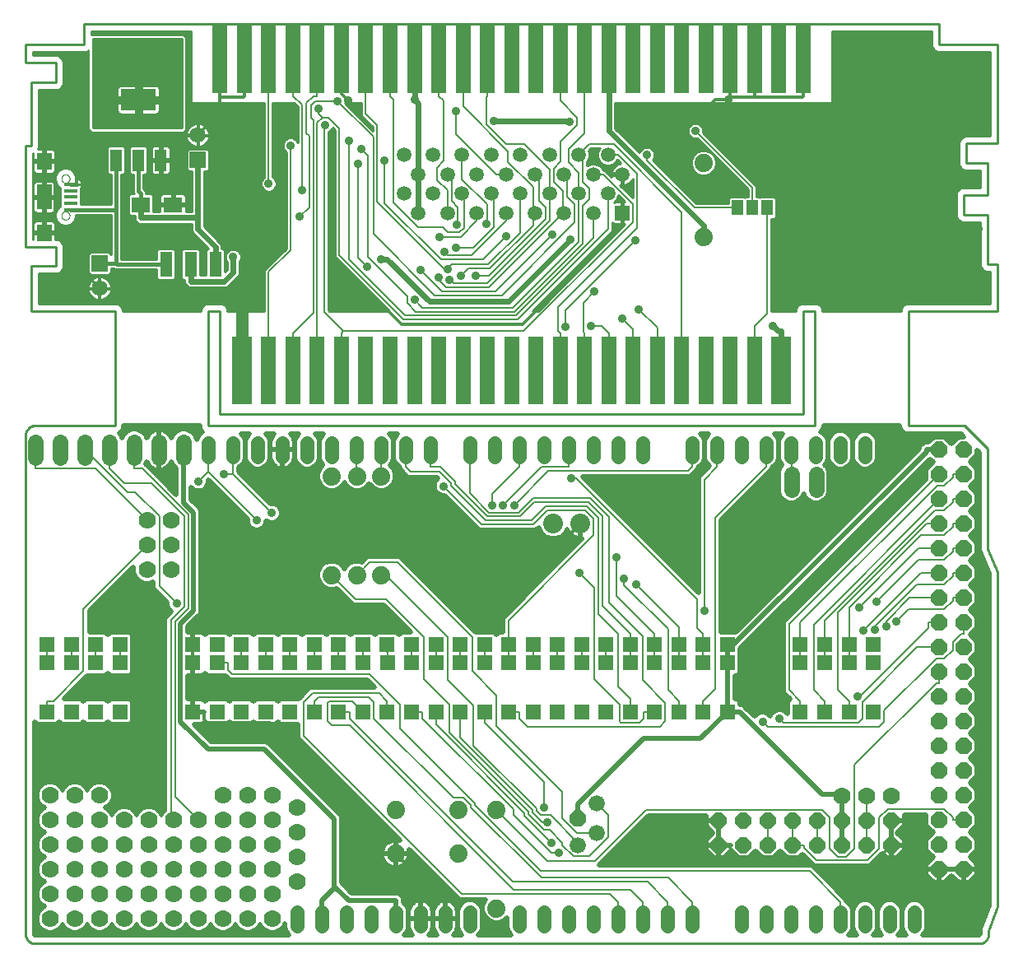
<source format=gbl>
G75*
%MOIN*%
%OFA0B0*%
%FSLAX25Y25*%
%IPPOS*%
%LPD*%
%AMOC8*
5,1,8,0,0,1.08239X$1,22.5*
%
%ADD10C,0.01000*%
%ADD11C,0.05746*%
%ADD12OC8,0.06600*%
%ADD13OC8,0.06400*%
%ADD14C,0.07400*%
%ADD15C,0.06600*%
%ADD16C,0.06400*%
%ADD17R,0.06337X0.06337*%
%ADD18C,0.08000*%
%ADD19C,0.07000*%
%ADD20R,0.07874X0.27559*%
%ADD21R,0.05906X0.27559*%
%ADD22R,0.04800X0.08800*%
%ADD23R,0.14173X0.08661*%
%ADD24R,0.04600X0.06300*%
%ADD25R,0.07480X0.06299*%
%ADD26R,0.05709X0.01575*%
%ADD27C,0.00000*%
%ADD28R,0.05906X0.07087*%
%ADD29R,0.05906X0.09843*%
%ADD30R,0.05000X0.10000*%
%ADD31R,0.06500X0.06500*%
%ADD32C,0.06500*%
%ADD33C,0.05943*%
%ADD34R,0.05943X0.05943*%
%ADD35C,0.01200*%
%ADD36C,0.02000*%
%ADD37C,0.03600*%
%ADD38C,0.00800*%
%ADD39C,0.01600*%
%ADD40C,0.05000*%
%ADD41C,0.02400*%
%ADD42C,0.04362*%
D10*
X0013866Y0005937D02*
X0013866Y0207906D01*
X0013868Y0208030D01*
X0013874Y0208153D01*
X0013883Y0208277D01*
X0013897Y0208399D01*
X0013914Y0208522D01*
X0013936Y0208644D01*
X0013961Y0208765D01*
X0013990Y0208885D01*
X0014022Y0209004D01*
X0014059Y0209123D01*
X0014099Y0209240D01*
X0014142Y0209355D01*
X0014190Y0209470D01*
X0014241Y0209582D01*
X0014295Y0209693D01*
X0014353Y0209803D01*
X0014414Y0209910D01*
X0014479Y0210016D01*
X0014547Y0210119D01*
X0014618Y0210220D01*
X0014692Y0210319D01*
X0014769Y0210416D01*
X0014850Y0210510D01*
X0014933Y0210601D01*
X0015019Y0210690D01*
X0015108Y0210776D01*
X0015199Y0210859D01*
X0015293Y0210940D01*
X0015390Y0211017D01*
X0015489Y0211091D01*
X0015590Y0211162D01*
X0015693Y0211230D01*
X0015799Y0211295D01*
X0015906Y0211356D01*
X0016016Y0211414D01*
X0016127Y0211468D01*
X0016239Y0211519D01*
X0016354Y0211567D01*
X0016469Y0211610D01*
X0016586Y0211650D01*
X0016705Y0211687D01*
X0016824Y0211719D01*
X0016944Y0211748D01*
X0017065Y0211773D01*
X0017187Y0211795D01*
X0017310Y0211812D01*
X0017432Y0211826D01*
X0017556Y0211835D01*
X0017679Y0211841D01*
X0017803Y0211843D01*
X0050087Y0211843D01*
X0050087Y0258299D01*
X0016228Y0258299D01*
X0016228Y0276409D01*
X0026071Y0276409D01*
X0026071Y0284283D01*
X0013866Y0284283D01*
X0013866Y0325228D01*
X0016228Y0325228D01*
X0016228Y0350819D01*
X0026071Y0350819D01*
X0026071Y0358693D01*
X0013866Y0358693D01*
X0013866Y0366173D01*
X0037488Y0366173D01*
X0037488Y0374441D01*
X0383945Y0374441D01*
X0383945Y0366173D01*
X0407567Y0366173D01*
X0407567Y0326016D01*
X0394969Y0326016D01*
X0394969Y0318142D01*
X0403630Y0318142D01*
X0403630Y0305150D01*
X0393787Y0305150D01*
X0393787Y0297276D01*
X0403630Y0297276D01*
X0403630Y0277197D01*
X0407567Y0277197D01*
X0407567Y0258299D01*
X0371346Y0258299D01*
X0371346Y0211843D01*
X0394181Y0211843D01*
X0403630Y0202394D01*
X0403630Y0161843D01*
X0407567Y0152394D01*
X0407567Y0017000D01*
X0403866Y0007000D01*
X0403866Y0005937D01*
X0403864Y0005813D01*
X0403858Y0005690D01*
X0403849Y0005566D01*
X0403835Y0005444D01*
X0403818Y0005321D01*
X0403796Y0005199D01*
X0403771Y0005078D01*
X0403742Y0004958D01*
X0403710Y0004839D01*
X0403673Y0004720D01*
X0403633Y0004603D01*
X0403590Y0004488D01*
X0403542Y0004373D01*
X0403491Y0004261D01*
X0403437Y0004150D01*
X0403379Y0004040D01*
X0403318Y0003933D01*
X0403253Y0003827D01*
X0403185Y0003724D01*
X0403114Y0003623D01*
X0403040Y0003524D01*
X0402963Y0003427D01*
X0402882Y0003333D01*
X0402799Y0003242D01*
X0402713Y0003153D01*
X0402624Y0003067D01*
X0402533Y0002984D01*
X0402439Y0002903D01*
X0402342Y0002826D01*
X0402243Y0002752D01*
X0402142Y0002681D01*
X0402039Y0002613D01*
X0401933Y0002548D01*
X0401826Y0002487D01*
X0401716Y0002429D01*
X0401605Y0002375D01*
X0401493Y0002324D01*
X0401378Y0002276D01*
X0401263Y0002233D01*
X0401146Y0002193D01*
X0401027Y0002156D01*
X0400908Y0002124D01*
X0400788Y0002095D01*
X0400667Y0002070D01*
X0400545Y0002048D01*
X0400422Y0002031D01*
X0400300Y0002017D01*
X0400176Y0002008D01*
X0400053Y0002002D01*
X0399929Y0002000D01*
X0017803Y0002000D01*
X0017679Y0002002D01*
X0017556Y0002008D01*
X0017432Y0002017D01*
X0017310Y0002031D01*
X0017187Y0002048D01*
X0017065Y0002070D01*
X0016944Y0002095D01*
X0016824Y0002124D01*
X0016705Y0002156D01*
X0016586Y0002193D01*
X0016469Y0002233D01*
X0016354Y0002276D01*
X0016239Y0002324D01*
X0016127Y0002375D01*
X0016016Y0002429D01*
X0015906Y0002487D01*
X0015799Y0002548D01*
X0015693Y0002613D01*
X0015590Y0002681D01*
X0015489Y0002752D01*
X0015390Y0002826D01*
X0015293Y0002903D01*
X0015199Y0002984D01*
X0015108Y0003067D01*
X0015019Y0003153D01*
X0014933Y0003242D01*
X0014850Y0003333D01*
X0014769Y0003427D01*
X0014692Y0003524D01*
X0014618Y0003623D01*
X0014547Y0003724D01*
X0014479Y0003827D01*
X0014414Y0003933D01*
X0014353Y0004040D01*
X0014295Y0004150D01*
X0014241Y0004261D01*
X0014190Y0004373D01*
X0014142Y0004488D01*
X0014099Y0004603D01*
X0014059Y0004720D01*
X0014022Y0004839D01*
X0013990Y0004958D01*
X0013961Y0005078D01*
X0013936Y0005199D01*
X0013914Y0005321D01*
X0013897Y0005444D01*
X0013883Y0005566D01*
X0013874Y0005690D01*
X0013868Y0005813D01*
X0013866Y0005937D01*
X0087882Y0211843D02*
X0087882Y0258299D01*
X0092606Y0258299D01*
X0092606Y0216567D01*
X0328827Y0216567D01*
X0328827Y0258299D01*
X0333551Y0258299D01*
X0333551Y0211843D01*
X0087882Y0211843D01*
X0084882Y0258299D02*
X0053087Y0258299D01*
X0053087Y0258896D01*
X0052630Y0259999D01*
X0051786Y0260842D01*
X0050683Y0261299D01*
X0019228Y0261299D01*
X0019228Y0273409D01*
X0026668Y0273409D01*
X0027770Y0273866D01*
X0028614Y0274710D01*
X0029071Y0275813D01*
X0029071Y0284880D01*
X0028614Y0285983D01*
X0027770Y0286827D01*
X0026668Y0287283D01*
X0025799Y0287283D01*
X0025799Y0289354D01*
X0021846Y0289354D01*
X0021846Y0290354D01*
X0020846Y0290354D01*
X0020846Y0289354D01*
X0016894Y0289354D01*
X0016894Y0287283D01*
X0016866Y0287283D01*
X0016866Y0322245D01*
X0016894Y0322257D01*
X0016894Y0319370D01*
X0020846Y0319370D01*
X0020846Y0318370D01*
X0016894Y0318370D01*
X0016894Y0315129D01*
X0016996Y0314748D01*
X0017193Y0314406D01*
X0017473Y0314126D01*
X0017815Y0313929D01*
X0018196Y0313827D01*
X0020846Y0313827D01*
X0020846Y0318370D01*
X0021846Y0318370D01*
X0021846Y0313827D01*
X0024497Y0313827D01*
X0024878Y0313929D01*
X0025220Y0314126D01*
X0025499Y0314406D01*
X0025697Y0314748D01*
X0025799Y0315129D01*
X0025799Y0318370D01*
X0021846Y0318370D01*
X0021846Y0319370D01*
X0020846Y0319370D01*
X0020846Y0323913D01*
X0018931Y0323913D01*
X0019228Y0324632D01*
X0019228Y0347819D01*
X0026668Y0347819D01*
X0027770Y0348276D01*
X0028614Y0349120D01*
X0029071Y0350222D01*
X0029071Y0359290D01*
X0028614Y0360392D01*
X0027770Y0361236D01*
X0026668Y0361693D01*
X0016866Y0361693D01*
X0016866Y0363173D01*
X0038085Y0363173D01*
X0039188Y0363630D01*
X0039325Y0363768D01*
X0039325Y0331839D01*
X0040555Y0330609D01*
X0077728Y0330609D01*
X0078958Y0331839D01*
X0078958Y0333579D01*
X0078958Y0367272D01*
X0078958Y0369012D01*
X0077728Y0370242D01*
X0040555Y0370242D01*
X0040488Y0370175D01*
X0040488Y0371441D01*
X0080795Y0371441D01*
X0080795Y0342551D01*
X0110591Y0342551D01*
X0110591Y0312405D01*
X0110535Y0312382D01*
X0109663Y0311510D01*
X0109191Y0310371D01*
X0109191Y0309137D01*
X0109663Y0307998D01*
X0110535Y0307126D01*
X0111675Y0306654D01*
X0112908Y0306654D01*
X0114047Y0307126D01*
X0114919Y0307998D01*
X0115391Y0309137D01*
X0115391Y0310371D01*
X0114919Y0311510D01*
X0114047Y0312382D01*
X0113991Y0312405D01*
X0113991Y0342551D01*
X0122466Y0342551D01*
X0124021Y0340996D01*
X0124021Y0326370D01*
X0123748Y0327029D01*
X0122876Y0327901D01*
X0121737Y0328373D01*
X0120503Y0328373D01*
X0119364Y0327901D01*
X0118492Y0327029D01*
X0118020Y0325890D01*
X0118020Y0324657D01*
X0118492Y0323517D01*
X0119364Y0322645D01*
X0119420Y0322622D01*
X0119420Y0283604D01*
X0110591Y0274775D01*
X0110591Y0258299D01*
X0095606Y0258299D01*
X0095606Y0258896D01*
X0095150Y0259999D01*
X0094306Y0260842D01*
X0093203Y0261299D01*
X0087285Y0261299D01*
X0086183Y0260842D01*
X0085339Y0259999D01*
X0084882Y0258896D01*
X0084882Y0258299D01*
X0084882Y0258617D02*
X0053087Y0258617D01*
X0052788Y0259616D02*
X0085180Y0259616D01*
X0085954Y0260614D02*
X0052014Y0260614D01*
X0047410Y0264378D02*
X0047850Y0264983D01*
X0048189Y0265649D01*
X0048420Y0266360D01*
X0048537Y0267099D01*
X0048537Y0267283D01*
X0043976Y0267283D01*
X0043976Y0262722D01*
X0044161Y0262722D01*
X0044900Y0262839D01*
X0045611Y0263070D01*
X0046277Y0263410D01*
X0046882Y0263849D01*
X0047410Y0264378D01*
X0047578Y0264608D02*
X0110591Y0264608D01*
X0110591Y0263610D02*
X0046552Y0263610D01*
X0048168Y0265607D02*
X0110591Y0265607D01*
X0110591Y0266605D02*
X0048459Y0266605D01*
X0048537Y0267661D02*
X0043976Y0267661D01*
X0043598Y0267661D01*
X0043598Y0267283D01*
X0039037Y0267283D01*
X0039037Y0267099D01*
X0039154Y0266360D01*
X0039385Y0265649D01*
X0039725Y0264983D01*
X0040164Y0264378D01*
X0040693Y0263849D01*
X0041298Y0263410D01*
X0041964Y0263070D01*
X0042675Y0262839D01*
X0043414Y0262722D01*
X0043598Y0262722D01*
X0043598Y0267283D01*
X0043976Y0267283D01*
X0043976Y0267661D01*
X0043976Y0272222D01*
X0044161Y0272222D01*
X0044900Y0272105D01*
X0045611Y0271874D01*
X0046277Y0271535D01*
X0046882Y0271096D01*
X0047410Y0270567D01*
X0047850Y0269962D01*
X0048189Y0269296D01*
X0048420Y0268585D01*
X0048537Y0267846D01*
X0048537Y0267661D01*
X0048415Y0268603D02*
X0078854Y0268603D01*
X0078676Y0268780D02*
X0079379Y0268077D01*
X0080298Y0267696D01*
X0094745Y0267696D01*
X0095663Y0268077D01*
X0099357Y0271770D01*
X0100060Y0272474D01*
X0100441Y0273392D01*
X0100441Y0278162D01*
X0100569Y0278290D01*
X0101041Y0279429D01*
X0101041Y0280663D01*
X0100569Y0281802D01*
X0099697Y0282674D01*
X0098557Y0283146D01*
X0097324Y0283146D01*
X0096185Y0282674D01*
X0095312Y0281802D01*
X0094841Y0280663D01*
X0094841Y0279429D01*
X0095312Y0278290D01*
X0095441Y0278162D01*
X0095441Y0274925D01*
X0094595Y0274080D01*
X0094595Y0282735D01*
X0093834Y0283497D01*
X0093295Y0283497D01*
X0093295Y0284695D01*
X0092915Y0285613D01*
X0092211Y0286317D01*
X0086051Y0292477D01*
X0086051Y0314891D01*
X0087340Y0314891D01*
X0088101Y0315652D01*
X0088101Y0323229D01*
X0087340Y0323991D01*
X0079763Y0323991D01*
X0079001Y0323229D01*
X0079001Y0315652D01*
X0079763Y0314891D01*
X0081051Y0314891D01*
X0081051Y0298563D01*
X0078752Y0298563D01*
X0078752Y0300713D01*
X0074012Y0300713D01*
X0074012Y0301713D01*
X0073012Y0301713D01*
X0073012Y0305862D01*
X0069574Y0305862D01*
X0069193Y0305760D01*
X0068851Y0305562D01*
X0068571Y0305283D01*
X0068374Y0304941D01*
X0068272Y0304560D01*
X0068272Y0301713D01*
X0073012Y0301713D01*
X0073012Y0300713D01*
X0068272Y0300713D01*
X0068272Y0298563D01*
X0065560Y0298563D01*
X0065560Y0304901D01*
X0064798Y0305662D01*
X0062620Y0305662D01*
X0062620Y0306832D01*
X0061635Y0307817D01*
X0061635Y0313628D01*
X0062474Y0313628D01*
X0063235Y0314389D01*
X0063235Y0324266D01*
X0062474Y0325028D01*
X0056597Y0325028D01*
X0055835Y0324266D01*
X0055835Y0314389D01*
X0056597Y0313628D01*
X0057435Y0313628D01*
X0057435Y0306077D01*
X0057850Y0305662D01*
X0056241Y0305662D01*
X0055480Y0304901D01*
X0055480Y0297525D01*
X0056241Y0296763D01*
X0058020Y0296763D01*
X0058020Y0295565D01*
X0058400Y0294646D01*
X0059104Y0293943D01*
X0060022Y0293563D01*
X0081051Y0293563D01*
X0081051Y0290944D01*
X0081432Y0290025D01*
X0082135Y0289322D01*
X0087960Y0283497D01*
X0087757Y0283497D01*
X0086995Y0282735D01*
X0086995Y0272696D01*
X0084595Y0272696D01*
X0084595Y0282735D01*
X0083834Y0283497D01*
X0077757Y0283497D01*
X0076995Y0282735D01*
X0076995Y0271658D01*
X0077757Y0270897D01*
X0078295Y0270897D01*
X0078295Y0269699D01*
X0078676Y0268780D01*
X0078336Y0269601D02*
X0048034Y0269601D01*
X0047378Y0270600D02*
X0078295Y0270600D01*
X0077056Y0271598D02*
X0074535Y0271598D01*
X0074595Y0271658D02*
X0074595Y0282735D01*
X0073834Y0283497D01*
X0067757Y0283497D01*
X0066995Y0282735D01*
X0066995Y0279297D01*
X0052535Y0279297D01*
X0052535Y0313628D01*
X0053374Y0313628D01*
X0054135Y0314389D01*
X0054135Y0324266D01*
X0053374Y0325028D01*
X0047497Y0325028D01*
X0046735Y0324266D01*
X0046735Y0314389D01*
X0047497Y0313628D01*
X0048335Y0313628D01*
X0048335Y0301344D01*
X0036229Y0301344D01*
X0036229Y0307945D01*
X0036327Y0308114D01*
X0036429Y0308495D01*
X0036429Y0309480D01*
X0033546Y0309480D01*
X0033546Y0309480D01*
X0036429Y0309480D01*
X0036429Y0310465D01*
X0036327Y0310847D01*
X0036129Y0311189D01*
X0035850Y0311468D01*
X0035508Y0311665D01*
X0035127Y0311768D01*
X0034181Y0311768D01*
X0034181Y0312673D01*
X0033546Y0314206D01*
X0032372Y0315380D01*
X0030838Y0316016D01*
X0029178Y0316016D01*
X0027644Y0315380D01*
X0026470Y0314206D01*
X0025835Y0312673D01*
X0025835Y0311012D01*
X0026470Y0309479D01*
X0027644Y0308305D01*
X0027788Y0308245D01*
X0027823Y0308114D01*
X0027920Y0307945D01*
X0027920Y0300534D01*
X0027644Y0300420D01*
X0026470Y0299246D01*
X0025835Y0297712D01*
X0025835Y0296052D01*
X0026470Y0294518D01*
X0027644Y0293344D01*
X0029178Y0292709D01*
X0030838Y0292709D01*
X0032372Y0293344D01*
X0033546Y0294518D01*
X0034181Y0296052D01*
X0034181Y0297144D01*
X0048335Y0297144D01*
X0048335Y0281263D01*
X0047576Y0282022D01*
X0039999Y0282022D01*
X0039237Y0281261D01*
X0039237Y0273684D01*
X0039999Y0272922D01*
X0047576Y0272922D01*
X0048337Y0273684D01*
X0048337Y0275372D01*
X0049684Y0275372D01*
X0049959Y0275097D01*
X0066995Y0275097D01*
X0066995Y0271658D01*
X0067757Y0270897D01*
X0073834Y0270897D01*
X0074595Y0271658D01*
X0074595Y0272597D02*
X0076995Y0272597D01*
X0076995Y0273595D02*
X0074595Y0273595D01*
X0074595Y0274594D02*
X0076995Y0274594D01*
X0076995Y0275592D02*
X0074595Y0275592D01*
X0074595Y0276591D02*
X0076995Y0276591D01*
X0076995Y0277589D02*
X0074595Y0277589D01*
X0074595Y0278588D02*
X0076995Y0278588D01*
X0076995Y0279586D02*
X0074595Y0279586D01*
X0074595Y0280585D02*
X0076995Y0280585D01*
X0076995Y0281583D02*
X0074595Y0281583D01*
X0074595Y0282582D02*
X0076995Y0282582D01*
X0081886Y0289571D02*
X0052535Y0289571D01*
X0052535Y0288573D02*
X0082884Y0288573D01*
X0083883Y0287574D02*
X0052535Y0287574D01*
X0052535Y0286576D02*
X0084881Y0286576D01*
X0085880Y0285577D02*
X0052535Y0285577D01*
X0052535Y0284579D02*
X0086878Y0284579D01*
X0087877Y0283580D02*
X0052535Y0283580D01*
X0052535Y0282582D02*
X0066995Y0282582D01*
X0066995Y0281583D02*
X0052535Y0281583D01*
X0052535Y0280585D02*
X0066995Y0280585D01*
X0066995Y0279586D02*
X0052535Y0279586D01*
X0048335Y0281583D02*
X0048015Y0281583D01*
X0048335Y0282582D02*
X0029071Y0282582D01*
X0029071Y0283580D02*
X0048335Y0283580D01*
X0048335Y0284579D02*
X0029071Y0284579D01*
X0028782Y0285577D02*
X0048335Y0285577D01*
X0048335Y0286576D02*
X0028021Y0286576D01*
X0025799Y0287574D02*
X0048335Y0287574D01*
X0048335Y0288573D02*
X0025799Y0288573D01*
X0025799Y0290354D02*
X0021846Y0290354D01*
X0021846Y0294898D01*
X0024497Y0294898D01*
X0024878Y0294795D01*
X0025220Y0294598D01*
X0025499Y0294319D01*
X0025697Y0293977D01*
X0025799Y0293595D01*
X0025799Y0290354D01*
X0025799Y0290570D02*
X0048335Y0290570D01*
X0048335Y0291568D02*
X0025799Y0291568D01*
X0025799Y0292567D02*
X0048335Y0292567D01*
X0048335Y0293565D02*
X0032593Y0293565D01*
X0033565Y0294564D02*
X0048335Y0294564D01*
X0048335Y0295562D02*
X0033978Y0295562D01*
X0034181Y0296561D02*
X0048335Y0296561D01*
X0052535Y0296561D02*
X0058020Y0296561D01*
X0058021Y0295562D02*
X0052535Y0295562D01*
X0052535Y0294564D02*
X0058483Y0294564D01*
X0060016Y0293565D02*
X0052535Y0293565D01*
X0052535Y0292567D02*
X0081051Y0292567D01*
X0081051Y0291568D02*
X0052535Y0291568D01*
X0052535Y0290570D02*
X0081206Y0290570D01*
X0086051Y0292567D02*
X0119420Y0292567D01*
X0119420Y0293565D02*
X0086051Y0293565D01*
X0086051Y0294564D02*
X0119420Y0294564D01*
X0119420Y0295562D02*
X0086051Y0295562D01*
X0086051Y0296561D02*
X0119420Y0296561D01*
X0119420Y0297559D02*
X0086051Y0297559D01*
X0086051Y0298558D02*
X0119420Y0298558D01*
X0119420Y0299556D02*
X0086051Y0299556D01*
X0086051Y0300555D02*
X0119420Y0300555D01*
X0119420Y0301553D02*
X0086051Y0301553D01*
X0086051Y0302552D02*
X0119420Y0302552D01*
X0119420Y0303550D02*
X0086051Y0303550D01*
X0086051Y0304549D02*
X0119420Y0304549D01*
X0119420Y0305547D02*
X0086051Y0305547D01*
X0086051Y0306546D02*
X0119420Y0306546D01*
X0119420Y0307544D02*
X0114466Y0307544D01*
X0115145Y0308543D02*
X0119420Y0308543D01*
X0119420Y0309541D02*
X0115391Y0309541D01*
X0115321Y0310540D02*
X0119420Y0310540D01*
X0119420Y0311539D02*
X0114891Y0311539D01*
X0113991Y0312537D02*
X0119420Y0312537D01*
X0119420Y0313536D02*
X0113991Y0313536D01*
X0113991Y0314534D02*
X0119420Y0314534D01*
X0119420Y0315533D02*
X0113991Y0315533D01*
X0113991Y0316531D02*
X0119420Y0316531D01*
X0119420Y0317530D02*
X0113991Y0317530D01*
X0113991Y0318528D02*
X0119420Y0318528D01*
X0119420Y0319527D02*
X0113991Y0319527D01*
X0113991Y0320525D02*
X0119420Y0320525D01*
X0119420Y0321524D02*
X0113991Y0321524D01*
X0113991Y0322522D02*
X0119420Y0322522D01*
X0118491Y0323521D02*
X0113991Y0323521D01*
X0113991Y0324519D02*
X0118077Y0324519D01*
X0118020Y0325518D02*
X0113991Y0325518D01*
X0113991Y0326516D02*
X0118280Y0326516D01*
X0118977Y0327515D02*
X0113991Y0327515D01*
X0113991Y0328513D02*
X0124021Y0328513D01*
X0124021Y0327515D02*
X0123263Y0327515D01*
X0123961Y0326516D02*
X0124021Y0326516D01*
X0124021Y0329512D02*
X0113991Y0329512D01*
X0113991Y0330510D02*
X0124021Y0330510D01*
X0124021Y0331509D02*
X0113991Y0331509D01*
X0113991Y0332507D02*
X0124021Y0332507D01*
X0124021Y0333506D02*
X0113991Y0333506D01*
X0113991Y0334504D02*
X0124021Y0334504D01*
X0124021Y0335503D02*
X0113991Y0335503D01*
X0113991Y0336501D02*
X0124021Y0336501D01*
X0124021Y0337500D02*
X0113991Y0337500D01*
X0113991Y0338498D02*
X0124021Y0338498D01*
X0124021Y0339497D02*
X0113991Y0339497D01*
X0113991Y0340495D02*
X0124021Y0340495D01*
X0123524Y0341494D02*
X0113991Y0341494D01*
X0113991Y0342492D02*
X0122525Y0342492D01*
X0110591Y0342492D02*
X0078958Y0342492D01*
X0078958Y0341494D02*
X0110591Y0341494D01*
X0110591Y0340495D02*
X0078958Y0340495D01*
X0078958Y0339497D02*
X0110591Y0339497D01*
X0110591Y0338498D02*
X0078958Y0338498D01*
X0078958Y0337500D02*
X0110591Y0337500D01*
X0110591Y0336501D02*
X0078958Y0336501D01*
X0078958Y0335503D02*
X0110591Y0335503D01*
X0110591Y0334504D02*
X0078958Y0334504D01*
X0078958Y0333506D02*
X0081066Y0333506D01*
X0081062Y0333503D02*
X0080457Y0333064D01*
X0079928Y0332535D01*
X0079489Y0331930D01*
X0079149Y0331264D01*
X0078918Y0330553D01*
X0078801Y0329815D01*
X0078801Y0329630D01*
X0083362Y0329630D01*
X0083362Y0329252D01*
X0078801Y0329252D01*
X0078801Y0329067D01*
X0078918Y0328329D01*
X0079149Y0327618D01*
X0079489Y0326951D01*
X0079928Y0326347D01*
X0080457Y0325818D01*
X0081062Y0325378D01*
X0081728Y0325039D01*
X0082439Y0324808D01*
X0083177Y0324691D01*
X0083362Y0324691D01*
X0083362Y0329252D01*
X0083740Y0329252D01*
X0083740Y0324691D01*
X0083925Y0324691D01*
X0084663Y0324808D01*
X0085375Y0325039D01*
X0086041Y0325378D01*
X0086646Y0325818D01*
X0087174Y0326347D01*
X0087614Y0326951D01*
X0087953Y0327618D01*
X0088184Y0328329D01*
X0088301Y0329067D01*
X0088301Y0329252D01*
X0083740Y0329252D01*
X0083740Y0329630D01*
X0083362Y0329630D01*
X0083362Y0334191D01*
X0083177Y0334191D01*
X0082439Y0334074D01*
X0081728Y0333843D01*
X0081062Y0333503D01*
X0079908Y0332507D02*
X0078958Y0332507D01*
X0079274Y0331509D02*
X0078628Y0331509D01*
X0078911Y0330510D02*
X0019228Y0330510D01*
X0019228Y0329512D02*
X0083362Y0329512D01*
X0083740Y0329512D02*
X0110591Y0329512D01*
X0110591Y0330510D02*
X0088191Y0330510D01*
X0088184Y0330553D02*
X0087953Y0331264D01*
X0087614Y0331930D01*
X0087174Y0332535D01*
X0086646Y0333064D01*
X0086041Y0333503D01*
X0085375Y0333843D01*
X0084663Y0334074D01*
X0083925Y0334191D01*
X0083740Y0334191D01*
X0083740Y0329630D01*
X0088301Y0329630D01*
X0088301Y0329815D01*
X0088184Y0330553D01*
X0087829Y0331509D02*
X0110591Y0331509D01*
X0110591Y0332507D02*
X0087195Y0332507D01*
X0086036Y0333506D02*
X0110591Y0333506D01*
X0110591Y0328513D02*
X0088213Y0328513D01*
X0087901Y0327515D02*
X0110591Y0327515D01*
X0110591Y0326516D02*
X0087298Y0326516D01*
X0086232Y0325518D02*
X0110591Y0325518D01*
X0110591Y0324519D02*
X0072310Y0324519D01*
X0072236Y0324649D02*
X0071956Y0324928D01*
X0071614Y0325125D01*
X0071233Y0325228D01*
X0069135Y0325228D01*
X0069135Y0319828D01*
X0068135Y0319828D01*
X0068135Y0325228D01*
X0066038Y0325228D01*
X0065656Y0325125D01*
X0065314Y0324928D01*
X0065035Y0324649D01*
X0064838Y0324307D01*
X0064735Y0323925D01*
X0064735Y0319828D01*
X0068135Y0319828D01*
X0068135Y0318828D01*
X0064735Y0318828D01*
X0064735Y0314730D01*
X0064838Y0314349D01*
X0065035Y0314007D01*
X0065314Y0313727D01*
X0065656Y0313530D01*
X0066038Y0313428D01*
X0068135Y0313428D01*
X0068135Y0318828D01*
X0069135Y0318828D01*
X0069135Y0319828D01*
X0072535Y0319828D01*
X0072535Y0323925D01*
X0072433Y0324307D01*
X0072236Y0324649D01*
X0072535Y0323521D02*
X0079292Y0323521D01*
X0079001Y0322522D02*
X0072535Y0322522D01*
X0072535Y0321524D02*
X0079001Y0321524D01*
X0079001Y0320525D02*
X0072535Y0320525D01*
X0072535Y0318828D02*
X0069135Y0318828D01*
X0069135Y0313428D01*
X0071233Y0313428D01*
X0071614Y0313530D01*
X0071956Y0313727D01*
X0072236Y0314007D01*
X0072433Y0314349D01*
X0072535Y0314730D01*
X0072535Y0318828D01*
X0072535Y0318528D02*
X0079001Y0318528D01*
X0079001Y0317530D02*
X0072535Y0317530D01*
X0072535Y0316531D02*
X0079001Y0316531D01*
X0079121Y0315533D02*
X0072535Y0315533D01*
X0072483Y0314534D02*
X0081051Y0314534D01*
X0081051Y0313536D02*
X0071624Y0313536D01*
X0069135Y0313536D02*
X0068135Y0313536D01*
X0068135Y0314534D02*
X0069135Y0314534D01*
X0069135Y0315533D02*
X0068135Y0315533D01*
X0068135Y0316531D02*
X0069135Y0316531D01*
X0069135Y0317530D02*
X0068135Y0317530D01*
X0068135Y0318528D02*
X0069135Y0318528D01*
X0069135Y0319527D02*
X0079001Y0319527D01*
X0081051Y0312537D02*
X0061635Y0312537D01*
X0061635Y0311539D02*
X0081051Y0311539D01*
X0081051Y0310540D02*
X0061635Y0310540D01*
X0061635Y0309541D02*
X0081051Y0309541D01*
X0081051Y0308543D02*
X0061635Y0308543D01*
X0061908Y0307544D02*
X0081051Y0307544D01*
X0081051Y0306546D02*
X0062620Y0306546D01*
X0064913Y0305547D02*
X0068836Y0305547D01*
X0068272Y0304549D02*
X0065560Y0304549D01*
X0065560Y0303550D02*
X0068272Y0303550D01*
X0068272Y0302552D02*
X0065560Y0302552D01*
X0065560Y0301553D02*
X0073012Y0301553D01*
X0073012Y0302552D02*
X0074012Y0302552D01*
X0074012Y0301713D02*
X0074012Y0305862D01*
X0077449Y0305862D01*
X0077831Y0305760D01*
X0078173Y0305562D01*
X0078452Y0305283D01*
X0078650Y0304941D01*
X0078752Y0304560D01*
X0078752Y0301713D01*
X0074012Y0301713D01*
X0074012Y0301553D02*
X0081051Y0301553D01*
X0081051Y0300555D02*
X0078752Y0300555D01*
X0078752Y0299556D02*
X0081051Y0299556D01*
X0081051Y0302552D02*
X0078752Y0302552D01*
X0078752Y0303550D02*
X0081051Y0303550D01*
X0081051Y0304549D02*
X0078752Y0304549D01*
X0078188Y0305547D02*
X0081051Y0305547D01*
X0074012Y0305547D02*
X0073012Y0305547D01*
X0073012Y0304549D02*
X0074012Y0304549D01*
X0074012Y0303550D02*
X0073012Y0303550D01*
X0068272Y0300555D02*
X0065560Y0300555D01*
X0065560Y0299556D02*
X0068272Y0299556D01*
X0057435Y0306546D02*
X0052535Y0306546D01*
X0052535Y0307544D02*
X0057435Y0307544D01*
X0057435Y0308543D02*
X0052535Y0308543D01*
X0052535Y0309541D02*
X0057435Y0309541D01*
X0057435Y0310540D02*
X0052535Y0310540D01*
X0052535Y0311539D02*
X0057435Y0311539D01*
X0057435Y0312537D02*
X0052535Y0312537D01*
X0052535Y0313536D02*
X0057435Y0313536D01*
X0055835Y0314534D02*
X0054135Y0314534D01*
X0054135Y0315533D02*
X0055835Y0315533D01*
X0055835Y0316531D02*
X0054135Y0316531D01*
X0054135Y0317530D02*
X0055835Y0317530D01*
X0055835Y0318528D02*
X0054135Y0318528D01*
X0054135Y0319527D02*
X0055835Y0319527D01*
X0055835Y0320525D02*
X0054135Y0320525D01*
X0054135Y0321524D02*
X0055835Y0321524D01*
X0055835Y0322522D02*
X0054135Y0322522D01*
X0054135Y0323521D02*
X0055835Y0323521D01*
X0056089Y0324519D02*
X0053882Y0324519D01*
X0046989Y0324519D02*
X0019182Y0324519D01*
X0019228Y0325518D02*
X0080870Y0325518D01*
X0079805Y0326516D02*
X0019228Y0326516D01*
X0019228Y0327515D02*
X0079202Y0327515D01*
X0078889Y0328513D02*
X0019228Y0328513D01*
X0019228Y0331509D02*
X0039655Y0331509D01*
X0039325Y0332507D02*
X0019228Y0332507D01*
X0019228Y0333506D02*
X0039325Y0333506D01*
X0039325Y0334504D02*
X0019228Y0334504D01*
X0019228Y0335503D02*
X0039325Y0335503D01*
X0039325Y0336501D02*
X0019228Y0336501D01*
X0019228Y0337500D02*
X0039325Y0337500D01*
X0039325Y0338498D02*
X0019228Y0338498D01*
X0019228Y0339497D02*
X0039325Y0339497D01*
X0039325Y0340495D02*
X0019228Y0340495D01*
X0019228Y0341494D02*
X0039325Y0341494D01*
X0039325Y0342492D02*
X0019228Y0342492D01*
X0019228Y0343491D02*
X0039325Y0343491D01*
X0039325Y0344489D02*
X0019228Y0344489D01*
X0019228Y0345488D02*
X0039325Y0345488D01*
X0039325Y0346486D02*
X0019228Y0346486D01*
X0019228Y0347485D02*
X0039325Y0347485D01*
X0039325Y0348483D02*
X0027978Y0348483D01*
X0028764Y0349482D02*
X0039325Y0349482D01*
X0039325Y0350480D02*
X0029071Y0350480D01*
X0029071Y0351479D02*
X0039325Y0351479D01*
X0039325Y0352477D02*
X0029071Y0352477D01*
X0029071Y0353476D02*
X0039325Y0353476D01*
X0039325Y0354474D02*
X0029071Y0354474D01*
X0029071Y0355473D02*
X0039325Y0355473D01*
X0039325Y0356472D02*
X0029071Y0356472D01*
X0029071Y0357470D02*
X0039325Y0357470D01*
X0039325Y0358469D02*
X0029071Y0358469D01*
X0028997Y0359467D02*
X0039325Y0359467D01*
X0039325Y0360466D02*
X0028541Y0360466D01*
X0027220Y0361464D02*
X0039325Y0361464D01*
X0039325Y0362463D02*
X0016866Y0362463D01*
X0038780Y0363461D02*
X0039325Y0363461D01*
X0040488Y0370451D02*
X0080795Y0370451D01*
X0080795Y0369452D02*
X0078518Y0369452D01*
X0078958Y0368454D02*
X0080795Y0368454D01*
X0080795Y0367455D02*
X0078958Y0367455D01*
X0078958Y0366457D02*
X0080795Y0366457D01*
X0080795Y0365458D02*
X0078958Y0365458D01*
X0078958Y0364460D02*
X0080795Y0364460D01*
X0080795Y0363461D02*
X0078958Y0363461D01*
X0078958Y0362463D02*
X0080795Y0362463D01*
X0080795Y0361464D02*
X0078958Y0361464D01*
X0078958Y0360466D02*
X0080795Y0360466D01*
X0080795Y0359467D02*
X0078958Y0359467D01*
X0078958Y0358469D02*
X0080795Y0358469D01*
X0080795Y0357470D02*
X0078958Y0357470D01*
X0078958Y0356472D02*
X0080795Y0356472D01*
X0080795Y0355473D02*
X0078958Y0355473D01*
X0078958Y0354474D02*
X0080795Y0354474D01*
X0080795Y0353476D02*
X0078958Y0353476D01*
X0078958Y0352477D02*
X0080795Y0352477D01*
X0080795Y0351479D02*
X0078958Y0351479D01*
X0078958Y0350480D02*
X0080795Y0350480D01*
X0080795Y0349482D02*
X0078958Y0349482D01*
X0078958Y0348483D02*
X0080795Y0348483D01*
X0080795Y0347485D02*
X0078958Y0347485D01*
X0078958Y0346486D02*
X0080795Y0346486D01*
X0080795Y0345488D02*
X0078958Y0345488D01*
X0078958Y0344489D02*
X0080795Y0344489D01*
X0080795Y0343491D02*
X0078958Y0343491D01*
X0083362Y0333506D02*
X0083740Y0333506D01*
X0083740Y0332507D02*
X0083362Y0332507D01*
X0083362Y0331509D02*
X0083740Y0331509D01*
X0083740Y0330510D02*
X0083362Y0330510D01*
X0083362Y0328513D02*
X0083740Y0328513D01*
X0083740Y0327515D02*
X0083362Y0327515D01*
X0083362Y0326516D02*
X0083740Y0326516D01*
X0083740Y0325518D02*
X0083362Y0325518D01*
X0087810Y0323521D02*
X0110591Y0323521D01*
X0110591Y0322522D02*
X0088101Y0322522D01*
X0088101Y0321524D02*
X0110591Y0321524D01*
X0110591Y0320525D02*
X0088101Y0320525D01*
X0088101Y0319527D02*
X0110591Y0319527D01*
X0110591Y0318528D02*
X0088101Y0318528D01*
X0088101Y0317530D02*
X0110591Y0317530D01*
X0110591Y0316531D02*
X0088101Y0316531D01*
X0087981Y0315533D02*
X0110591Y0315533D01*
X0110591Y0314534D02*
X0086051Y0314534D01*
X0086051Y0313536D02*
X0110591Y0313536D01*
X0110591Y0312537D02*
X0086051Y0312537D01*
X0086051Y0311539D02*
X0109692Y0311539D01*
X0109262Y0310540D02*
X0086051Y0310540D01*
X0086051Y0309541D02*
X0109191Y0309541D01*
X0109438Y0308543D02*
X0086051Y0308543D01*
X0086051Y0307544D02*
X0110117Y0307544D01*
X0119420Y0291568D02*
X0086960Y0291568D01*
X0087958Y0290570D02*
X0119420Y0290570D01*
X0119420Y0289571D02*
X0088957Y0289571D01*
X0089955Y0288573D02*
X0119420Y0288573D01*
X0119420Y0287574D02*
X0090954Y0287574D01*
X0091952Y0286576D02*
X0119420Y0286576D01*
X0119420Y0285577D02*
X0092930Y0285577D01*
X0092211Y0286317D02*
X0092211Y0286317D01*
X0093295Y0284579D02*
X0119420Y0284579D01*
X0119397Y0283580D02*
X0093295Y0283580D01*
X0094595Y0282582D02*
X0096092Y0282582D01*
X0095222Y0281583D02*
X0094595Y0281583D01*
X0094595Y0280585D02*
X0094841Y0280585D01*
X0094841Y0279586D02*
X0094595Y0279586D01*
X0094595Y0278588D02*
X0095189Y0278588D01*
X0095441Y0277589D02*
X0094595Y0277589D01*
X0094595Y0276591D02*
X0095441Y0276591D01*
X0095441Y0275592D02*
X0094595Y0275592D01*
X0094595Y0274594D02*
X0095109Y0274594D01*
X0098186Y0270600D02*
X0110591Y0270600D01*
X0110591Y0271598D02*
X0099184Y0271598D01*
X0100111Y0272597D02*
X0110591Y0272597D01*
X0110591Y0273595D02*
X0100441Y0273595D01*
X0100441Y0274594D02*
X0110591Y0274594D01*
X0111408Y0275592D02*
X0100441Y0275592D01*
X0100441Y0276591D02*
X0112407Y0276591D01*
X0113405Y0277589D02*
X0100441Y0277589D01*
X0100692Y0278588D02*
X0114404Y0278588D01*
X0115402Y0279586D02*
X0101041Y0279586D01*
X0101041Y0280585D02*
X0116401Y0280585D01*
X0117399Y0281583D02*
X0100659Y0281583D01*
X0099789Y0282582D02*
X0118398Y0282582D01*
X0110591Y0269601D02*
X0097187Y0269601D01*
X0096189Y0268603D02*
X0110591Y0268603D01*
X0110591Y0267604D02*
X0043976Y0267604D01*
X0043598Y0267604D02*
X0019228Y0267604D01*
X0019228Y0266605D02*
X0039116Y0266605D01*
X0039407Y0265607D02*
X0019228Y0265607D01*
X0019228Y0264608D02*
X0039997Y0264608D01*
X0041022Y0263610D02*
X0019228Y0263610D01*
X0019228Y0262611D02*
X0110591Y0262611D01*
X0110591Y0261613D02*
X0019228Y0261613D01*
X0019228Y0268603D02*
X0039160Y0268603D01*
X0039154Y0268585D02*
X0039037Y0267846D01*
X0039037Y0267661D01*
X0043598Y0267661D01*
X0043598Y0272222D01*
X0043414Y0272222D01*
X0042675Y0272105D01*
X0041964Y0271874D01*
X0041298Y0271535D01*
X0040693Y0271096D01*
X0040164Y0270567D01*
X0039725Y0269962D01*
X0039385Y0269296D01*
X0039154Y0268585D01*
X0039541Y0269601D02*
X0019228Y0269601D01*
X0019228Y0270600D02*
X0040197Y0270600D01*
X0041422Y0271598D02*
X0019228Y0271598D01*
X0019228Y0272597D02*
X0066995Y0272597D01*
X0066995Y0273595D02*
X0048249Y0273595D01*
X0048337Y0274594D02*
X0066995Y0274594D01*
X0067056Y0271598D02*
X0046153Y0271598D01*
X0043976Y0271598D02*
X0043598Y0271598D01*
X0043598Y0270600D02*
X0043976Y0270600D01*
X0043976Y0269601D02*
X0043598Y0269601D01*
X0043598Y0268603D02*
X0043976Y0268603D01*
X0043976Y0266605D02*
X0043598Y0266605D01*
X0043598Y0265607D02*
X0043976Y0265607D01*
X0043976Y0264608D02*
X0043598Y0264608D01*
X0043598Y0263610D02*
X0043976Y0263610D01*
X0039326Y0273595D02*
X0027116Y0273595D01*
X0028498Y0274594D02*
X0039237Y0274594D01*
X0039237Y0275592D02*
X0028979Y0275592D01*
X0029071Y0276591D02*
X0039237Y0276591D01*
X0039237Y0277589D02*
X0029071Y0277589D01*
X0029071Y0278588D02*
X0039237Y0278588D01*
X0039237Y0279586D02*
X0029071Y0279586D01*
X0029071Y0280585D02*
X0039237Y0280585D01*
X0039560Y0281583D02*
X0029071Y0281583D01*
X0021846Y0289571D02*
X0048335Y0289571D01*
X0052535Y0297559D02*
X0055480Y0297559D01*
X0055480Y0298558D02*
X0052535Y0298558D01*
X0052535Y0299556D02*
X0055480Y0299556D01*
X0055480Y0300555D02*
X0052535Y0300555D01*
X0052535Y0301553D02*
X0055480Y0301553D01*
X0055480Y0302552D02*
X0052535Y0302552D01*
X0052535Y0303550D02*
X0055480Y0303550D01*
X0055480Y0304549D02*
X0052535Y0304549D01*
X0052535Y0305547D02*
X0056126Y0305547D01*
X0048335Y0305547D02*
X0036229Y0305547D01*
X0036229Y0304549D02*
X0048335Y0304549D01*
X0048335Y0303550D02*
X0036229Y0303550D01*
X0036229Y0302552D02*
X0048335Y0302552D01*
X0048335Y0301553D02*
X0036229Y0301553D01*
X0036229Y0306546D02*
X0048335Y0306546D01*
X0048335Y0307544D02*
X0036229Y0307544D01*
X0036429Y0308543D02*
X0048335Y0308543D01*
X0048335Y0309541D02*
X0036429Y0309541D01*
X0036409Y0310540D02*
X0048335Y0310540D01*
X0048335Y0311539D02*
X0035728Y0311539D01*
X0034181Y0312537D02*
X0048335Y0312537D01*
X0048335Y0313536D02*
X0033824Y0313536D01*
X0033218Y0314534D02*
X0046735Y0314534D01*
X0046735Y0315533D02*
X0032004Y0315533D01*
X0028011Y0315533D02*
X0025799Y0315533D01*
X0025799Y0316531D02*
X0046735Y0316531D01*
X0046735Y0317530D02*
X0025799Y0317530D01*
X0025799Y0319370D02*
X0025799Y0322611D01*
X0025697Y0322992D01*
X0025499Y0323334D01*
X0025220Y0323614D01*
X0024878Y0323811D01*
X0024497Y0323913D01*
X0021846Y0323913D01*
X0021846Y0319370D01*
X0025799Y0319370D01*
X0025799Y0319527D02*
X0046735Y0319527D01*
X0046735Y0320525D02*
X0025799Y0320525D01*
X0025799Y0321524D02*
X0046735Y0321524D01*
X0046735Y0322522D02*
X0025799Y0322522D01*
X0025313Y0323521D02*
X0046735Y0323521D01*
X0046735Y0318528D02*
X0021846Y0318528D01*
X0021846Y0317530D02*
X0020846Y0317530D01*
X0020846Y0318528D02*
X0016866Y0318528D01*
X0016866Y0317530D02*
X0016894Y0317530D01*
X0016866Y0316531D02*
X0016894Y0316531D01*
X0016866Y0315533D02*
X0016894Y0315533D01*
X0016866Y0314534D02*
X0017119Y0314534D01*
X0016866Y0313536D02*
X0026192Y0313536D01*
X0025835Y0312537D02*
X0016866Y0312537D01*
X0016866Y0311539D02*
X0025835Y0311539D01*
X0026030Y0310540D02*
X0025123Y0310540D01*
X0025220Y0310484D02*
X0024878Y0310681D01*
X0024497Y0310783D01*
X0021846Y0310783D01*
X0021846Y0304862D01*
X0020846Y0304862D01*
X0020846Y0303862D01*
X0016894Y0303862D01*
X0016894Y0299243D01*
X0016996Y0298862D01*
X0017193Y0298520D01*
X0017473Y0298241D01*
X0017815Y0298043D01*
X0018196Y0297941D01*
X0020846Y0297941D01*
X0020846Y0303862D01*
X0021846Y0303862D01*
X0021846Y0297941D01*
X0024497Y0297941D01*
X0024878Y0298043D01*
X0025220Y0298241D01*
X0025499Y0298520D01*
X0025697Y0298862D01*
X0025799Y0299243D01*
X0025799Y0303862D01*
X0021846Y0303862D01*
X0021846Y0304862D01*
X0025799Y0304862D01*
X0025799Y0309481D01*
X0025697Y0309862D01*
X0025499Y0310204D01*
X0025220Y0310484D01*
X0025783Y0309541D02*
X0026444Y0309541D01*
X0025799Y0308543D02*
X0027406Y0308543D01*
X0027920Y0307544D02*
X0025799Y0307544D01*
X0025799Y0306546D02*
X0027920Y0306546D01*
X0027920Y0305547D02*
X0025799Y0305547D01*
X0025799Y0303550D02*
X0027920Y0303550D01*
X0027920Y0302552D02*
X0025799Y0302552D01*
X0025799Y0301553D02*
X0027920Y0301553D01*
X0027920Y0300555D02*
X0025799Y0300555D01*
X0025799Y0299556D02*
X0026781Y0299556D01*
X0026185Y0298558D02*
X0025521Y0298558D01*
X0025835Y0297559D02*
X0016866Y0297559D01*
X0016866Y0296561D02*
X0025835Y0296561D01*
X0026037Y0295562D02*
X0016866Y0295562D01*
X0016866Y0294564D02*
X0017439Y0294564D01*
X0017473Y0294598D02*
X0017193Y0294319D01*
X0016996Y0293977D01*
X0016894Y0293595D01*
X0016894Y0290354D01*
X0020846Y0290354D01*
X0020846Y0294898D01*
X0018196Y0294898D01*
X0017815Y0294795D01*
X0017473Y0294598D01*
X0016894Y0293565D02*
X0016866Y0293565D01*
X0016866Y0292567D02*
X0016894Y0292567D01*
X0016866Y0291568D02*
X0016894Y0291568D01*
X0016866Y0290570D02*
X0016894Y0290570D01*
X0016866Y0289571D02*
X0020846Y0289571D01*
X0020846Y0290570D02*
X0021846Y0290570D01*
X0021846Y0291568D02*
X0020846Y0291568D01*
X0020846Y0292567D02*
X0021846Y0292567D01*
X0021846Y0293565D02*
X0020846Y0293565D01*
X0020846Y0294564D02*
X0021846Y0294564D01*
X0025254Y0294564D02*
X0026451Y0294564D01*
X0025799Y0293565D02*
X0027423Y0293565D01*
X0021846Y0298558D02*
X0020846Y0298558D01*
X0020846Y0299556D02*
X0021846Y0299556D01*
X0021846Y0300555D02*
X0020846Y0300555D01*
X0020846Y0301553D02*
X0021846Y0301553D01*
X0021846Y0302552D02*
X0020846Y0302552D01*
X0020846Y0303550D02*
X0021846Y0303550D01*
X0021846Y0304549D02*
X0027920Y0304549D01*
X0021846Y0305547D02*
X0020846Y0305547D01*
X0020846Y0304862D02*
X0020846Y0310783D01*
X0018196Y0310783D01*
X0017815Y0310681D01*
X0017473Y0310484D01*
X0017193Y0310204D01*
X0016996Y0309862D01*
X0016894Y0309481D01*
X0016894Y0304862D01*
X0020846Y0304862D01*
X0020846Y0304549D02*
X0016866Y0304549D01*
X0016866Y0305547D02*
X0016894Y0305547D01*
X0016866Y0306546D02*
X0016894Y0306546D01*
X0016866Y0307544D02*
X0016894Y0307544D01*
X0016866Y0308543D02*
X0016894Y0308543D01*
X0016866Y0309541D02*
X0016910Y0309541D01*
X0016866Y0310540D02*
X0017570Y0310540D01*
X0020846Y0310540D02*
X0021846Y0310540D01*
X0021846Y0309541D02*
X0020846Y0309541D01*
X0020846Y0308543D02*
X0021846Y0308543D01*
X0021846Y0307544D02*
X0020846Y0307544D01*
X0020846Y0306546D02*
X0021846Y0306546D01*
X0016894Y0303550D02*
X0016866Y0303550D01*
X0016866Y0302552D02*
X0016894Y0302552D01*
X0016866Y0301553D02*
X0016894Y0301553D01*
X0016866Y0300555D02*
X0016894Y0300555D01*
X0016866Y0299556D02*
X0016894Y0299556D01*
X0016866Y0298558D02*
X0017171Y0298558D01*
X0016894Y0288573D02*
X0016866Y0288573D01*
X0016866Y0287574D02*
X0016894Y0287574D01*
X0020846Y0314534D02*
X0021846Y0314534D01*
X0021846Y0315533D02*
X0020846Y0315533D01*
X0020846Y0316531D02*
X0021846Y0316531D01*
X0021846Y0319527D02*
X0020846Y0319527D01*
X0020846Y0320525D02*
X0021846Y0320525D01*
X0021846Y0321524D02*
X0020846Y0321524D01*
X0020846Y0322522D02*
X0021846Y0322522D01*
X0021846Y0323521D02*
X0020846Y0323521D01*
X0016894Y0321524D02*
X0016866Y0321524D01*
X0016866Y0320525D02*
X0016894Y0320525D01*
X0016866Y0319527D02*
X0016894Y0319527D01*
X0025574Y0314534D02*
X0026798Y0314534D01*
X0061635Y0313536D02*
X0065646Y0313536D01*
X0064788Y0314534D02*
X0063235Y0314534D01*
X0063235Y0315533D02*
X0064735Y0315533D01*
X0064735Y0316531D02*
X0063235Y0316531D01*
X0063235Y0317530D02*
X0064735Y0317530D01*
X0064735Y0318528D02*
X0063235Y0318528D01*
X0063235Y0319527D02*
X0068135Y0319527D01*
X0068135Y0320525D02*
X0069135Y0320525D01*
X0069135Y0321524D02*
X0068135Y0321524D01*
X0068135Y0322522D02*
X0069135Y0322522D01*
X0069135Y0323521D02*
X0068135Y0323521D01*
X0068135Y0324519D02*
X0069135Y0324519D01*
X0064960Y0324519D02*
X0062982Y0324519D01*
X0063235Y0323521D02*
X0064735Y0323521D01*
X0064735Y0322522D02*
X0063235Y0322522D01*
X0063235Y0321524D02*
X0064735Y0321524D01*
X0064735Y0320525D02*
X0063235Y0320525D01*
X0084595Y0282582D02*
X0086995Y0282582D01*
X0086995Y0281583D02*
X0084595Y0281583D01*
X0084595Y0280585D02*
X0086995Y0280585D01*
X0086995Y0279586D02*
X0084595Y0279586D01*
X0084595Y0278588D02*
X0086995Y0278588D01*
X0086995Y0277589D02*
X0084595Y0277589D01*
X0084595Y0276591D02*
X0086995Y0276591D01*
X0086995Y0275592D02*
X0084595Y0275592D01*
X0084595Y0274594D02*
X0086995Y0274594D01*
X0086995Y0273595D02*
X0084595Y0273595D01*
X0094534Y0260614D02*
X0110591Y0260614D01*
X0110591Y0259616D02*
X0095308Y0259616D01*
X0095606Y0258617D02*
X0110591Y0258617D01*
X0136625Y0258617D02*
X0160713Y0258617D01*
X0161031Y0258299D02*
X0136738Y0258299D01*
X0136625Y0258412D01*
X0136625Y0330741D01*
X0136972Y0330884D01*
X0137844Y0331756D01*
X0138184Y0332576D01*
X0139226Y0331534D01*
X0139226Y0280104D01*
X0140222Y0279108D01*
X0161031Y0258299D01*
X0159714Y0259616D02*
X0136625Y0259616D01*
X0136625Y0260614D02*
X0158716Y0260614D01*
X0157717Y0261613D02*
X0136625Y0261613D01*
X0136625Y0262611D02*
X0156719Y0262611D01*
X0155720Y0263610D02*
X0136625Y0263610D01*
X0136625Y0264608D02*
X0154722Y0264608D01*
X0153723Y0265607D02*
X0136625Y0265607D01*
X0136625Y0266605D02*
X0152725Y0266605D01*
X0151726Y0267604D02*
X0136625Y0267604D01*
X0136625Y0268603D02*
X0150728Y0268603D01*
X0149729Y0269601D02*
X0136625Y0269601D01*
X0136625Y0270600D02*
X0148731Y0270600D01*
X0147732Y0271598D02*
X0136625Y0271598D01*
X0136625Y0272597D02*
X0146734Y0272597D01*
X0145735Y0273595D02*
X0136625Y0273595D01*
X0136625Y0274594D02*
X0144736Y0274594D01*
X0143738Y0275592D02*
X0136625Y0275592D01*
X0136625Y0276591D02*
X0142739Y0276591D01*
X0141741Y0277589D02*
X0136625Y0277589D01*
X0136625Y0278588D02*
X0140742Y0278588D01*
X0139744Y0279586D02*
X0136625Y0279586D01*
X0136625Y0280585D02*
X0139226Y0280585D01*
X0139226Y0281583D02*
X0136625Y0281583D01*
X0136625Y0282582D02*
X0139226Y0282582D01*
X0139226Y0283580D02*
X0136625Y0283580D01*
X0136625Y0284579D02*
X0139226Y0284579D01*
X0139226Y0285577D02*
X0136625Y0285577D01*
X0136625Y0286576D02*
X0139226Y0286576D01*
X0139226Y0287574D02*
X0136625Y0287574D01*
X0136625Y0288573D02*
X0139226Y0288573D01*
X0139226Y0289571D02*
X0136625Y0289571D01*
X0136625Y0290570D02*
X0139226Y0290570D01*
X0139226Y0291568D02*
X0136625Y0291568D01*
X0136625Y0292567D02*
X0139226Y0292567D01*
X0139226Y0293565D02*
X0136625Y0293565D01*
X0136625Y0294564D02*
X0139226Y0294564D01*
X0139226Y0295562D02*
X0136625Y0295562D01*
X0136625Y0296561D02*
X0139226Y0296561D01*
X0139226Y0297559D02*
X0136625Y0297559D01*
X0136625Y0298558D02*
X0139226Y0298558D01*
X0139226Y0299556D02*
X0136625Y0299556D01*
X0136625Y0300555D02*
X0139226Y0300555D01*
X0139226Y0301553D02*
X0136625Y0301553D01*
X0136625Y0302552D02*
X0139226Y0302552D01*
X0139226Y0303550D02*
X0136625Y0303550D01*
X0136625Y0304549D02*
X0139226Y0304549D01*
X0139226Y0305547D02*
X0136625Y0305547D01*
X0136625Y0306546D02*
X0139226Y0306546D01*
X0139226Y0307544D02*
X0136625Y0307544D01*
X0136625Y0308543D02*
X0139226Y0308543D01*
X0139226Y0309541D02*
X0136625Y0309541D01*
X0136625Y0310540D02*
X0139226Y0310540D01*
X0139226Y0311539D02*
X0136625Y0311539D01*
X0136625Y0312537D02*
X0139226Y0312537D01*
X0139226Y0313536D02*
X0136625Y0313536D01*
X0136625Y0314534D02*
X0139226Y0314534D01*
X0139226Y0315533D02*
X0136625Y0315533D01*
X0136625Y0316531D02*
X0139226Y0316531D01*
X0139226Y0317530D02*
X0136625Y0317530D01*
X0136625Y0318528D02*
X0139226Y0318528D01*
X0139226Y0319527D02*
X0136625Y0319527D01*
X0136625Y0320525D02*
X0139226Y0320525D01*
X0139226Y0321524D02*
X0136625Y0321524D01*
X0136625Y0322522D02*
X0139226Y0322522D01*
X0139226Y0323521D02*
X0136625Y0323521D01*
X0136625Y0324519D02*
X0139226Y0324519D01*
X0139226Y0325518D02*
X0136625Y0325518D01*
X0136625Y0326516D02*
X0139226Y0326516D01*
X0139226Y0327515D02*
X0136625Y0327515D01*
X0136625Y0328513D02*
X0139226Y0328513D01*
X0139226Y0329512D02*
X0136625Y0329512D01*
X0136625Y0330510D02*
X0139226Y0330510D01*
X0139226Y0331509D02*
X0137596Y0331509D01*
X0138155Y0332507D02*
X0138253Y0332507D01*
X0145338Y0340495D02*
X0149961Y0340495D01*
X0149961Y0339497D02*
X0146336Y0339497D01*
X0147335Y0338498D02*
X0149961Y0338498D01*
X0149961Y0337500D02*
X0148333Y0337500D01*
X0149332Y0336501D02*
X0150776Y0336501D01*
X0150957Y0336320D02*
X0154572Y0332705D01*
X0154572Y0331260D01*
X0143282Y0342551D01*
X0149961Y0342551D01*
X0149961Y0337316D01*
X0150957Y0336320D01*
X0150330Y0335503D02*
X0151775Y0335503D01*
X0151329Y0334504D02*
X0152773Y0334504D01*
X0152327Y0333506D02*
X0153772Y0333506D01*
X0153326Y0332507D02*
X0154572Y0332507D01*
X0154572Y0331509D02*
X0154324Y0331509D01*
X0149961Y0341494D02*
X0144339Y0341494D01*
X0143341Y0342492D02*
X0149961Y0342492D01*
X0228370Y0267604D02*
X0230713Y0267604D01*
X0231711Y0268603D02*
X0229368Y0268603D01*
X0230367Y0269601D02*
X0232710Y0269601D01*
X0233708Y0270600D02*
X0231365Y0270600D01*
X0232364Y0271598D02*
X0234707Y0271598D01*
X0235705Y0272597D02*
X0233362Y0272597D01*
X0234361Y0273595D02*
X0236704Y0273595D01*
X0237702Y0274594D02*
X0235359Y0274594D01*
X0236358Y0275592D02*
X0238701Y0275592D01*
X0239699Y0276591D02*
X0237356Y0276591D01*
X0238355Y0277589D02*
X0240698Y0277589D01*
X0241696Y0278588D02*
X0239353Y0278588D01*
X0240352Y0279586D02*
X0242695Y0279586D01*
X0243694Y0280585D02*
X0241350Y0280585D01*
X0242349Y0281583D02*
X0244692Y0281583D01*
X0245691Y0282582D02*
X0243347Y0282582D01*
X0244346Y0283580D02*
X0246689Y0283580D01*
X0247688Y0284579D02*
X0245344Y0284579D01*
X0246343Y0285577D02*
X0248686Y0285577D01*
X0249685Y0286576D02*
X0247341Y0286576D01*
X0248340Y0287574D02*
X0250683Y0287574D01*
X0251682Y0288573D02*
X0249338Y0288573D01*
X0250337Y0289571D02*
X0252680Y0289571D01*
X0253679Y0290570D02*
X0251335Y0290570D01*
X0251393Y0290627D02*
X0251393Y0292036D01*
X0251393Y0294032D01*
X0251426Y0293973D01*
X0251706Y0293694D01*
X0252048Y0293497D01*
X0252429Y0293394D01*
X0255213Y0293394D01*
X0255213Y0297480D01*
X0255984Y0297480D01*
X0255984Y0293394D01*
X0256503Y0293394D01*
X0221408Y0258299D01*
X0219065Y0258299D01*
X0251393Y0290627D01*
X0251393Y0291568D02*
X0254677Y0291568D01*
X0255676Y0292567D02*
X0251393Y0292567D01*
X0251393Y0293565D02*
X0251929Y0293565D01*
X0255213Y0293565D02*
X0255984Y0293565D01*
X0255984Y0294564D02*
X0255213Y0294564D01*
X0255213Y0295562D02*
X0255984Y0295562D01*
X0255984Y0296561D02*
X0255213Y0296561D01*
X0255213Y0298252D02*
X0255213Y0302338D01*
X0252429Y0302338D01*
X0252296Y0302302D01*
X0253314Y0303320D01*
X0253965Y0304890D01*
X0253965Y0305005D01*
X0256632Y0302338D01*
X0255984Y0302338D01*
X0255984Y0298252D01*
X0255213Y0298252D01*
X0255213Y0298558D02*
X0255984Y0298558D01*
X0255984Y0299556D02*
X0255213Y0299556D01*
X0255213Y0300555D02*
X0255984Y0300555D01*
X0255984Y0301553D02*
X0255213Y0301553D01*
X0256418Y0302552D02*
X0252546Y0302552D01*
X0253409Y0303550D02*
X0255419Y0303550D01*
X0254421Y0304549D02*
X0253823Y0304549D01*
X0256234Y0307544D02*
X0259688Y0307544D01*
X0259688Y0306546D02*
X0257232Y0306546D01*
X0258231Y0305547D02*
X0259688Y0305547D01*
X0259688Y0304549D02*
X0259229Y0304549D01*
X0259688Y0304090D02*
X0254513Y0309265D01*
X0254551Y0309253D01*
X0255213Y0309148D01*
X0255213Y0313228D01*
X0255984Y0313228D01*
X0255984Y0309148D01*
X0256646Y0309253D01*
X0257315Y0309470D01*
X0257942Y0309790D01*
X0258512Y0310203D01*
X0259009Y0310701D01*
X0259423Y0311271D01*
X0259688Y0311791D01*
X0259688Y0304090D01*
X0259688Y0308543D02*
X0255235Y0308543D01*
X0255213Y0309541D02*
X0255984Y0309541D01*
X0255984Y0310540D02*
X0255213Y0310540D01*
X0255213Y0311539D02*
X0255984Y0311539D01*
X0255984Y0312537D02*
X0255213Y0312537D01*
X0255213Y0313228D02*
X0251132Y0313228D01*
X0251237Y0312567D01*
X0251249Y0312529D01*
X0249460Y0314318D01*
X0248464Y0315314D01*
X0247707Y0315314D01*
X0247409Y0316034D01*
X0246207Y0317235D01*
X0244637Y0317886D01*
X0242938Y0317886D01*
X0241368Y0317235D01*
X0241183Y0317050D01*
X0241183Y0318748D01*
X0241503Y0319068D01*
X0242154Y0320638D01*
X0242154Y0322338D01*
X0241855Y0323058D01*
X0242979Y0324181D01*
X0246344Y0324181D01*
X0246072Y0323908D01*
X0245421Y0322338D01*
X0245421Y0320638D01*
X0246072Y0319068D01*
X0247273Y0317867D01*
X0248843Y0317217D01*
X0250543Y0317217D01*
X0252113Y0317867D01*
X0253314Y0319068D01*
X0253484Y0319479D01*
X0254928Y0318035D01*
X0254551Y0317976D01*
X0253882Y0317758D01*
X0253255Y0317439D01*
X0252685Y0317025D01*
X0252188Y0316527D01*
X0251774Y0315958D01*
X0251454Y0315331D01*
X0251237Y0314661D01*
X0251132Y0314000D01*
X0255213Y0314000D01*
X0255213Y0313228D01*
X0255213Y0313536D02*
X0250243Y0313536D01*
X0251217Y0314534D02*
X0249244Y0314534D01*
X0247616Y0315533D02*
X0251557Y0315533D01*
X0252191Y0316531D02*
X0246912Y0316531D01*
X0248087Y0317530D02*
X0245497Y0317530D01*
X0246612Y0318528D02*
X0241183Y0318528D01*
X0241183Y0317530D02*
X0242078Y0317530D01*
X0241693Y0319527D02*
X0245882Y0319527D01*
X0245468Y0320525D02*
X0242107Y0320525D01*
X0242154Y0321524D02*
X0245421Y0321524D01*
X0245498Y0322522D02*
X0242077Y0322522D01*
X0242318Y0323521D02*
X0245911Y0323521D01*
X0251298Y0317530D02*
X0253433Y0317530D01*
X0252774Y0318528D02*
X0254435Y0318528D01*
X0251247Y0312537D02*
X0251241Y0312537D01*
X0257455Y0309541D02*
X0259688Y0309541D01*
X0259688Y0310540D02*
X0258848Y0310540D01*
X0259559Y0311539D02*
X0259688Y0311539D01*
X0267753Y0319405D02*
X0268080Y0319732D01*
X0268552Y0320872D01*
X0268552Y0322105D01*
X0268080Y0323244D01*
X0267208Y0324116D01*
X0266069Y0324588D01*
X0264836Y0324588D01*
X0263696Y0324116D01*
X0262824Y0323244D01*
X0262481Y0322414D01*
X0252587Y0332308D01*
X0252587Y0342551D01*
X0340638Y0342551D01*
X0340638Y0371441D01*
X0380945Y0371441D01*
X0380945Y0365576D01*
X0381402Y0364474D01*
X0382246Y0363630D01*
X0383348Y0363173D01*
X0404567Y0363173D01*
X0404567Y0329016D01*
X0394372Y0329016D01*
X0393269Y0328559D01*
X0392425Y0327715D01*
X0391969Y0326612D01*
X0391969Y0317545D01*
X0392425Y0316442D01*
X0393269Y0315598D01*
X0394372Y0315142D01*
X0400630Y0315142D01*
X0400630Y0308150D01*
X0393191Y0308150D01*
X0392088Y0307693D01*
X0391244Y0306849D01*
X0390787Y0305746D01*
X0390787Y0296679D01*
X0391244Y0295576D01*
X0392088Y0294732D01*
X0393191Y0294276D01*
X0400630Y0294276D01*
X0400630Y0276600D01*
X0401087Y0275497D01*
X0401931Y0274654D01*
X0403033Y0274197D01*
X0404567Y0274197D01*
X0404567Y0261299D01*
X0370750Y0261299D01*
X0369647Y0260842D01*
X0368803Y0259999D01*
X0368346Y0258896D01*
X0368346Y0258299D01*
X0336551Y0258299D01*
X0336551Y0258896D01*
X0336094Y0259999D01*
X0335251Y0260842D01*
X0334148Y0261299D01*
X0328230Y0261299D01*
X0327127Y0260842D01*
X0326283Y0259999D01*
X0325827Y0258896D01*
X0325827Y0258299D01*
X0315857Y0258299D01*
X0315857Y0295581D01*
X0316996Y0295581D01*
X0317757Y0296343D01*
X0317757Y0303720D01*
X0316996Y0304481D01*
X0311319Y0304481D01*
X0311157Y0304320D01*
X0310996Y0304481D01*
X0309857Y0304481D01*
X0309857Y0308952D01*
X0308862Y0309948D01*
X0288265Y0330545D01*
X0288288Y0330601D01*
X0288288Y0331834D01*
X0287816Y0332973D01*
X0286944Y0333845D01*
X0285804Y0334317D01*
X0284571Y0334317D01*
X0283432Y0333845D01*
X0282560Y0332973D01*
X0282088Y0331834D01*
X0282088Y0330601D01*
X0282560Y0329461D01*
X0283432Y0328589D01*
X0284571Y0328117D01*
X0285804Y0328117D01*
X0285860Y0328141D01*
X0306457Y0307543D01*
X0306457Y0304481D01*
X0305319Y0304481D01*
X0305157Y0304320D01*
X0304996Y0304481D01*
X0299319Y0304481D01*
X0298557Y0303720D01*
X0298557Y0301731D01*
X0285427Y0301731D01*
X0267753Y0319405D01*
X0267875Y0319527D02*
X0283618Y0319527D01*
X0283472Y0319176D02*
X0283472Y0317187D01*
X0284234Y0315349D01*
X0285640Y0313942D01*
X0287478Y0313181D01*
X0289467Y0313181D01*
X0291305Y0313942D01*
X0292711Y0315349D01*
X0293472Y0317187D01*
X0293472Y0319176D01*
X0292711Y0321013D01*
X0291305Y0322420D01*
X0289467Y0323181D01*
X0287478Y0323181D01*
X0285640Y0322420D01*
X0284234Y0321013D01*
X0283472Y0319176D01*
X0283472Y0318528D02*
X0268630Y0318528D01*
X0269629Y0317530D02*
X0283472Y0317530D01*
X0283744Y0316531D02*
X0270627Y0316531D01*
X0271626Y0315533D02*
X0284158Y0315533D01*
X0285048Y0314534D02*
X0272624Y0314534D01*
X0273623Y0313536D02*
X0286622Y0313536D01*
X0290323Y0313536D02*
X0300465Y0313536D01*
X0299467Y0314534D02*
X0291896Y0314534D01*
X0292787Y0315533D02*
X0298468Y0315533D01*
X0297470Y0316531D02*
X0293201Y0316531D01*
X0293472Y0317530D02*
X0296471Y0317530D01*
X0295473Y0318528D02*
X0293472Y0318528D01*
X0293327Y0319527D02*
X0294474Y0319527D01*
X0293476Y0320525D02*
X0292913Y0320525D01*
X0292477Y0321524D02*
X0292201Y0321524D01*
X0291479Y0322522D02*
X0291058Y0322522D01*
X0290480Y0323521D02*
X0267804Y0323521D01*
X0268379Y0322522D02*
X0285887Y0322522D01*
X0284744Y0321524D02*
X0268552Y0321524D01*
X0268409Y0320525D02*
X0284031Y0320525D01*
X0288483Y0325518D02*
X0259377Y0325518D01*
X0258379Y0326516D02*
X0287485Y0326516D01*
X0286486Y0327515D02*
X0257380Y0327515D01*
X0256382Y0328513D02*
X0283615Y0328513D01*
X0282539Y0329512D02*
X0255383Y0329512D01*
X0254385Y0330510D02*
X0282125Y0330510D01*
X0282088Y0331509D02*
X0253386Y0331509D01*
X0252587Y0332507D02*
X0282367Y0332507D01*
X0283092Y0333506D02*
X0252587Y0333506D01*
X0252587Y0334504D02*
X0404567Y0334504D01*
X0404567Y0333506D02*
X0287283Y0333506D01*
X0288009Y0332507D02*
X0404567Y0332507D01*
X0404567Y0331509D02*
X0288288Y0331509D01*
X0288299Y0330510D02*
X0404567Y0330510D01*
X0404567Y0329512D02*
X0289298Y0329512D01*
X0290296Y0328513D02*
X0393223Y0328513D01*
X0392342Y0327515D02*
X0291295Y0327515D01*
X0292293Y0326516D02*
X0391969Y0326516D01*
X0391969Y0325518D02*
X0293292Y0325518D01*
X0294290Y0324519D02*
X0391969Y0324519D01*
X0391969Y0323521D02*
X0295289Y0323521D01*
X0296287Y0322522D02*
X0391969Y0322522D01*
X0391969Y0321524D02*
X0297286Y0321524D01*
X0298284Y0320525D02*
X0391969Y0320525D01*
X0391969Y0319527D02*
X0299283Y0319527D01*
X0300281Y0318528D02*
X0391969Y0318528D01*
X0391975Y0317530D02*
X0301280Y0317530D01*
X0302278Y0316531D02*
X0392388Y0316531D01*
X0393428Y0315533D02*
X0303277Y0315533D01*
X0304275Y0314534D02*
X0400630Y0314534D01*
X0400630Y0313536D02*
X0305274Y0313536D01*
X0306272Y0312537D02*
X0400630Y0312537D01*
X0400630Y0311539D02*
X0307271Y0311539D01*
X0308269Y0310540D02*
X0400630Y0310540D01*
X0400630Y0309541D02*
X0309268Y0309541D01*
X0309857Y0308543D02*
X0400630Y0308543D01*
X0391940Y0307544D02*
X0309857Y0307544D01*
X0309857Y0306546D02*
X0391119Y0306546D01*
X0390787Y0305547D02*
X0309857Y0305547D01*
X0309857Y0304549D02*
X0390787Y0304549D01*
X0390787Y0303550D02*
X0317757Y0303550D01*
X0317757Y0302552D02*
X0390787Y0302552D01*
X0390787Y0301553D02*
X0317757Y0301553D01*
X0317757Y0300555D02*
X0390787Y0300555D01*
X0390787Y0299556D02*
X0317757Y0299556D01*
X0317757Y0298558D02*
X0390787Y0298558D01*
X0390787Y0297559D02*
X0317757Y0297559D01*
X0317757Y0296561D02*
X0390836Y0296561D01*
X0391258Y0295562D02*
X0315857Y0295562D01*
X0315857Y0294564D02*
X0392495Y0294564D01*
X0400630Y0293565D02*
X0315857Y0293565D01*
X0315857Y0292567D02*
X0400630Y0292567D01*
X0400630Y0291568D02*
X0315857Y0291568D01*
X0315857Y0290570D02*
X0400630Y0290570D01*
X0400630Y0289571D02*
X0315857Y0289571D01*
X0315857Y0288573D02*
X0400630Y0288573D01*
X0400630Y0287574D02*
X0315857Y0287574D01*
X0315857Y0286576D02*
X0400630Y0286576D01*
X0400630Y0285577D02*
X0315857Y0285577D01*
X0315857Y0284579D02*
X0400630Y0284579D01*
X0400630Y0283580D02*
X0315857Y0283580D01*
X0315857Y0282582D02*
X0400630Y0282582D01*
X0400630Y0281583D02*
X0315857Y0281583D01*
X0315857Y0280585D02*
X0400630Y0280585D01*
X0400630Y0279586D02*
X0315857Y0279586D01*
X0315857Y0278588D02*
X0400630Y0278588D01*
X0400630Y0277589D02*
X0315857Y0277589D01*
X0315857Y0276591D02*
X0400634Y0276591D01*
X0401047Y0275592D02*
X0315857Y0275592D01*
X0315857Y0274594D02*
X0402075Y0274594D01*
X0404567Y0273595D02*
X0315857Y0273595D01*
X0315857Y0272597D02*
X0404567Y0272597D01*
X0404567Y0271598D02*
X0315857Y0271598D01*
X0315857Y0270600D02*
X0404567Y0270600D01*
X0404567Y0269601D02*
X0315857Y0269601D01*
X0315857Y0268603D02*
X0404567Y0268603D01*
X0404567Y0267604D02*
X0315857Y0267604D01*
X0315857Y0266605D02*
X0404567Y0266605D01*
X0404567Y0265607D02*
X0315857Y0265607D01*
X0315857Y0264608D02*
X0404567Y0264608D01*
X0404567Y0263610D02*
X0315857Y0263610D01*
X0315857Y0262611D02*
X0404567Y0262611D01*
X0404567Y0261613D02*
X0315857Y0261613D01*
X0315857Y0260614D02*
X0326899Y0260614D01*
X0326125Y0259616D02*
X0315857Y0259616D01*
X0315857Y0258617D02*
X0325827Y0258617D01*
X0335479Y0260614D02*
X0369419Y0260614D01*
X0368645Y0259616D02*
X0336253Y0259616D01*
X0336551Y0258617D02*
X0368346Y0258617D01*
X0306457Y0304549D02*
X0282610Y0304549D01*
X0283608Y0303550D02*
X0298557Y0303550D01*
X0298557Y0302552D02*
X0284607Y0302552D01*
X0281611Y0305547D02*
X0306457Y0305547D01*
X0306457Y0306546D02*
X0280613Y0306546D01*
X0279614Y0307544D02*
X0306456Y0307544D01*
X0305458Y0308543D02*
X0278616Y0308543D01*
X0277617Y0309541D02*
X0304459Y0309541D01*
X0303461Y0310540D02*
X0276618Y0310540D01*
X0275620Y0311539D02*
X0302462Y0311539D01*
X0301464Y0312537D02*
X0274621Y0312537D01*
X0266236Y0324519D02*
X0289482Y0324519D01*
X0264669Y0324519D02*
X0260376Y0324519D01*
X0261374Y0323521D02*
X0263101Y0323521D01*
X0262525Y0322522D02*
X0262373Y0322522D01*
X0252587Y0335503D02*
X0404567Y0335503D01*
X0404567Y0336501D02*
X0252587Y0336501D01*
X0252587Y0337500D02*
X0404567Y0337500D01*
X0404567Y0338498D02*
X0252587Y0338498D01*
X0252587Y0339497D02*
X0404567Y0339497D01*
X0404567Y0340495D02*
X0252587Y0340495D01*
X0252587Y0341494D02*
X0404567Y0341494D01*
X0404567Y0342492D02*
X0252587Y0342492D01*
X0229714Y0266605D02*
X0227371Y0266605D01*
X0226373Y0265607D02*
X0228716Y0265607D01*
X0227717Y0264608D02*
X0225374Y0264608D01*
X0224376Y0263610D02*
X0226719Y0263610D01*
X0225720Y0262611D02*
X0223377Y0262611D01*
X0222379Y0261613D02*
X0224722Y0261613D01*
X0223723Y0260614D02*
X0221380Y0260614D01*
X0220381Y0259616D02*
X0222725Y0259616D01*
X0221726Y0258617D02*
X0219383Y0258617D01*
X0340638Y0343491D02*
X0404567Y0343491D01*
X0404567Y0344489D02*
X0340638Y0344489D01*
X0340638Y0345488D02*
X0404567Y0345488D01*
X0404567Y0346486D02*
X0340638Y0346486D01*
X0340638Y0347485D02*
X0404567Y0347485D01*
X0404567Y0348483D02*
X0340638Y0348483D01*
X0340638Y0349482D02*
X0404567Y0349482D01*
X0404567Y0350480D02*
X0340638Y0350480D01*
X0340638Y0351479D02*
X0404567Y0351479D01*
X0404567Y0352477D02*
X0340638Y0352477D01*
X0340638Y0353476D02*
X0404567Y0353476D01*
X0404567Y0354474D02*
X0340638Y0354474D01*
X0340638Y0355473D02*
X0404567Y0355473D01*
X0404567Y0356472D02*
X0340638Y0356472D01*
X0340638Y0357470D02*
X0404567Y0357470D01*
X0404567Y0358469D02*
X0340638Y0358469D01*
X0340638Y0359467D02*
X0404567Y0359467D01*
X0404567Y0360466D02*
X0340638Y0360466D01*
X0340638Y0361464D02*
X0404567Y0361464D01*
X0404567Y0362463D02*
X0340638Y0362463D01*
X0340638Y0363461D02*
X0382653Y0363461D01*
X0381416Y0364460D02*
X0340638Y0364460D01*
X0340638Y0365458D02*
X0380994Y0365458D01*
X0380945Y0366457D02*
X0340638Y0366457D01*
X0340638Y0367455D02*
X0380945Y0367455D01*
X0380945Y0368454D02*
X0340638Y0368454D01*
X0340638Y0369452D02*
X0380945Y0369452D01*
X0380945Y0370451D02*
X0340638Y0370451D01*
D11*
X0343866Y0204873D02*
X0343866Y0199127D01*
X0333866Y0199127D02*
X0333866Y0204873D01*
X0323866Y0204873D02*
X0323866Y0199127D01*
X0313866Y0199127D02*
X0313866Y0204873D01*
X0303866Y0204873D02*
X0303866Y0199127D01*
X0293866Y0199127D02*
X0293866Y0204873D01*
X0283866Y0204873D02*
X0283866Y0199127D01*
X0263866Y0199127D02*
X0263866Y0204873D01*
X0253866Y0204873D02*
X0253866Y0199127D01*
X0243866Y0199127D02*
X0243866Y0204873D01*
X0233866Y0204873D02*
X0233866Y0199127D01*
X0223866Y0199127D02*
X0223866Y0204873D01*
X0213866Y0204873D02*
X0213866Y0199127D01*
X0203866Y0199127D02*
X0203866Y0204873D01*
X0193866Y0204873D02*
X0193866Y0199127D01*
X0177866Y0199127D02*
X0177866Y0204873D01*
X0167866Y0204873D02*
X0167866Y0199127D01*
X0157866Y0199127D02*
X0157866Y0204873D01*
X0147866Y0204873D02*
X0147866Y0199127D01*
X0137866Y0199127D02*
X0137866Y0204873D01*
X0127866Y0204873D02*
X0127866Y0199127D01*
X0117866Y0199127D02*
X0117866Y0204873D01*
X0107866Y0204873D02*
X0107866Y0199127D01*
X0097866Y0199127D02*
X0097866Y0204873D01*
X0087866Y0204873D02*
X0087866Y0199127D01*
X0123866Y0014873D02*
X0123866Y0009127D01*
X0133866Y0009127D02*
X0133866Y0014873D01*
X0143866Y0014873D02*
X0143866Y0009127D01*
X0153866Y0009127D02*
X0153866Y0014873D01*
X0163866Y0014873D02*
X0163866Y0009127D01*
X0173866Y0009127D02*
X0173866Y0014873D01*
X0183866Y0014873D02*
X0183866Y0009127D01*
X0193866Y0009127D02*
X0193866Y0014873D01*
X0213866Y0014873D02*
X0213866Y0009127D01*
X0223866Y0009127D02*
X0223866Y0014873D01*
X0233866Y0014873D02*
X0233866Y0009127D01*
X0243866Y0009127D02*
X0243866Y0014873D01*
X0253866Y0014873D02*
X0253866Y0009127D01*
X0263866Y0009127D02*
X0263866Y0014873D01*
X0273866Y0014873D02*
X0273866Y0009127D01*
X0283866Y0009127D02*
X0283866Y0014873D01*
X0303866Y0014873D02*
X0303866Y0009127D01*
X0313866Y0009127D02*
X0313866Y0014873D01*
X0323866Y0014873D02*
X0323866Y0009127D01*
X0333866Y0009127D02*
X0333866Y0014873D01*
X0343866Y0014873D02*
X0343866Y0009127D01*
X0353866Y0009127D02*
X0353866Y0014873D01*
X0363866Y0014873D02*
X0363866Y0009127D01*
X0373866Y0009127D02*
X0373866Y0014873D01*
X0353866Y0199127D02*
X0353866Y0204873D01*
D12*
X0383866Y0202000D03*
X0383866Y0192000D03*
X0383866Y0182000D03*
X0383866Y0172000D03*
X0383866Y0162000D03*
X0383866Y0152000D03*
X0383866Y0142000D03*
X0383866Y0132000D03*
X0383866Y0122000D03*
X0383866Y0112000D03*
X0383866Y0102000D03*
X0383866Y0092000D03*
X0383866Y0082000D03*
X0383866Y0072000D03*
X0383866Y0062000D03*
X0383866Y0052000D03*
X0383866Y0042000D03*
X0383866Y0032000D03*
X0393866Y0032000D03*
X0393866Y0042000D03*
X0393866Y0052000D03*
X0393866Y0062000D03*
X0393866Y0072000D03*
X0393866Y0082000D03*
X0393866Y0092000D03*
X0393866Y0102000D03*
X0393866Y0112000D03*
X0393866Y0122000D03*
X0393866Y0132000D03*
X0393866Y0142000D03*
X0393866Y0152000D03*
X0393866Y0162000D03*
X0393866Y0172000D03*
X0393866Y0182000D03*
X0393866Y0192000D03*
X0393866Y0202000D03*
X0237613Y0052925D03*
D13*
X0294614Y0051882D03*
X0294614Y0041882D03*
X0304614Y0041882D03*
X0304614Y0051882D03*
X0314614Y0051882D03*
X0314614Y0041882D03*
X0324614Y0041882D03*
X0324614Y0051882D03*
X0334614Y0051882D03*
X0334614Y0041882D03*
X0344614Y0041882D03*
X0344614Y0051882D03*
X0354614Y0051882D03*
X0354614Y0041882D03*
X0364614Y0041882D03*
X0364614Y0051882D03*
D14*
X0204575Y0056252D03*
X0189265Y0056176D03*
X0189265Y0038376D03*
X0204575Y0016252D03*
X0163665Y0038376D03*
X0163665Y0056176D03*
X0157961Y0151291D03*
X0148118Y0151291D03*
X0137882Y0151291D03*
X0137882Y0191291D03*
X0148118Y0191291D03*
X0157961Y0191291D03*
X0288472Y0288181D03*
X0288472Y0318181D03*
D15*
X0245238Y0058925D03*
X0245238Y0046925D03*
X0237613Y0041925D03*
D16*
X0324024Y0185808D02*
X0324024Y0192208D01*
X0334024Y0192208D02*
X0334024Y0185808D01*
X0077921Y0198800D02*
X0077921Y0205200D01*
X0067921Y0205200D02*
X0067921Y0198800D01*
X0057921Y0198800D02*
X0057921Y0205200D01*
X0047921Y0205200D02*
X0047921Y0198800D01*
X0037921Y0198800D02*
X0037921Y0205200D01*
X0027921Y0205200D02*
X0027921Y0198800D01*
X0017921Y0198800D02*
X0017921Y0205200D01*
D17*
X0022528Y0123014D03*
X0022535Y0115671D03*
X0032378Y0115671D03*
X0032370Y0123014D03*
X0042213Y0123014D03*
X0042220Y0115671D03*
X0052063Y0115671D03*
X0052055Y0123014D03*
X0052055Y0095947D03*
X0042213Y0095947D03*
X0032370Y0095947D03*
X0022528Y0095947D03*
X0081583Y0095947D03*
X0091425Y0095947D03*
X0101268Y0095947D03*
X0111110Y0095947D03*
X0120953Y0095947D03*
X0130795Y0095947D03*
X0140638Y0095947D03*
X0150480Y0095947D03*
X0160323Y0095947D03*
X0170165Y0095947D03*
X0180008Y0095947D03*
X0189850Y0095947D03*
X0199693Y0095947D03*
X0209535Y0095947D03*
X0219378Y0095947D03*
X0229220Y0095947D03*
X0239063Y0095947D03*
X0248906Y0095947D03*
X0258748Y0095947D03*
X0268591Y0095947D03*
X0278433Y0095947D03*
X0288276Y0095947D03*
X0298118Y0095947D03*
X0298126Y0115671D03*
X0298118Y0123014D03*
X0288276Y0123014D03*
X0288283Y0115671D03*
X0278441Y0115671D03*
X0278433Y0123014D03*
X0268591Y0123014D03*
X0268598Y0115671D03*
X0258756Y0115671D03*
X0258748Y0123014D03*
X0248906Y0123014D03*
X0248913Y0115671D03*
X0239071Y0115671D03*
X0239063Y0123014D03*
X0229220Y0123014D03*
X0229228Y0115671D03*
X0219386Y0115671D03*
X0219378Y0123014D03*
X0209535Y0123014D03*
X0209543Y0115671D03*
X0199701Y0115671D03*
X0199693Y0123014D03*
X0189850Y0123014D03*
X0189858Y0115671D03*
X0180016Y0115671D03*
X0180008Y0123014D03*
X0170165Y0123014D03*
X0170173Y0115671D03*
X0160331Y0115671D03*
X0160323Y0123014D03*
X0150480Y0123014D03*
X0150488Y0115671D03*
X0140646Y0115671D03*
X0140638Y0123014D03*
X0130795Y0123014D03*
X0130803Y0115671D03*
X0120961Y0115671D03*
X0120953Y0123014D03*
X0111110Y0123014D03*
X0111118Y0115671D03*
X0101276Y0115671D03*
X0101268Y0123014D03*
X0091425Y0123014D03*
X0091433Y0115671D03*
X0081591Y0115671D03*
X0081583Y0123014D03*
X0327646Y0123014D03*
X0327654Y0115671D03*
X0337496Y0115671D03*
X0337488Y0123014D03*
X0347331Y0123014D03*
X0347339Y0115671D03*
X0357181Y0115671D03*
X0357173Y0123014D03*
X0357173Y0095947D03*
X0347331Y0095947D03*
X0337488Y0095947D03*
X0327646Y0095947D03*
D18*
X0238657Y0172079D03*
X0227657Y0172079D03*
D19*
X0113866Y0062000D03*
X0103866Y0062000D03*
X0093866Y0062000D03*
X0093866Y0052000D03*
X0083866Y0052000D03*
X0073866Y0052000D03*
X0073866Y0042000D03*
X0083866Y0042000D03*
X0093866Y0042000D03*
X0093866Y0032000D03*
X0083866Y0032000D03*
X0073866Y0032000D03*
X0063866Y0032000D03*
X0053866Y0032000D03*
X0043866Y0032000D03*
X0033866Y0032000D03*
X0023866Y0032000D03*
X0023866Y0022000D03*
X0023866Y0012000D03*
X0033866Y0012000D03*
X0033866Y0022000D03*
X0043866Y0022000D03*
X0043866Y0012000D03*
X0053866Y0012000D03*
X0053866Y0022000D03*
X0063866Y0022000D03*
X0063866Y0012000D03*
X0073866Y0012000D03*
X0073866Y0022000D03*
X0083866Y0022000D03*
X0083866Y0012000D03*
X0093866Y0012000D03*
X0093866Y0022000D03*
X0103866Y0022000D03*
X0103866Y0012000D03*
X0113866Y0012000D03*
X0113866Y0022000D03*
X0113866Y0032000D03*
X0103866Y0032000D03*
X0103866Y0042000D03*
X0103866Y0052000D03*
X0113866Y0052000D03*
X0113866Y0042000D03*
X0123866Y0037000D03*
X0123866Y0027000D03*
X0123866Y0047000D03*
X0123866Y0057000D03*
X0063866Y0052000D03*
X0053866Y0052000D03*
X0053866Y0042000D03*
X0063866Y0042000D03*
X0043866Y0042000D03*
X0033866Y0042000D03*
X0033866Y0052000D03*
X0043866Y0052000D03*
X0043866Y0062000D03*
X0033866Y0062000D03*
X0023866Y0062000D03*
X0023866Y0052000D03*
X0023866Y0042000D03*
X0063079Y0153417D03*
X0072921Y0153417D03*
X0072921Y0163417D03*
X0063079Y0163417D03*
X0063079Y0173417D03*
X0072921Y0173417D03*
X0344575Y0061724D03*
X0354575Y0061724D03*
X0364575Y0061724D03*
D20*
X0319969Y0234283D03*
X0101465Y0234283D03*
D21*
X0112291Y0234283D03*
X0122134Y0234283D03*
X0131976Y0234283D03*
X0141819Y0234283D03*
X0151661Y0234283D03*
X0161504Y0234283D03*
X0171346Y0234283D03*
X0181189Y0234283D03*
X0191031Y0234283D03*
X0200874Y0234283D03*
X0210717Y0234283D03*
X0220559Y0234283D03*
X0230402Y0234283D03*
X0240244Y0234283D03*
X0250087Y0234283D03*
X0259929Y0234283D03*
X0269772Y0234283D03*
X0279614Y0234283D03*
X0289457Y0234283D03*
X0299299Y0234283D03*
X0309142Y0234283D03*
X0309142Y0360268D03*
X0318984Y0360268D03*
X0328827Y0360268D03*
X0299299Y0360268D03*
X0289457Y0360268D03*
X0279614Y0360268D03*
X0269772Y0360268D03*
X0259929Y0360268D03*
X0250087Y0360268D03*
X0240244Y0360268D03*
X0230402Y0360268D03*
X0220559Y0360268D03*
X0210717Y0360268D03*
X0200874Y0360268D03*
X0191031Y0360268D03*
X0181189Y0360268D03*
X0171346Y0360268D03*
X0161504Y0360268D03*
X0151661Y0360268D03*
X0141819Y0360268D03*
X0131976Y0360268D03*
X0122134Y0360268D03*
X0112291Y0360268D03*
X0102449Y0360268D03*
X0092606Y0360268D03*
D22*
X0068635Y0319328D03*
X0059535Y0319328D03*
X0050435Y0319328D03*
D23*
X0059535Y0343728D03*
D24*
X0302157Y0300031D03*
X0308157Y0300031D03*
X0314157Y0300031D03*
D25*
X0073512Y0301213D03*
X0060520Y0301213D03*
D26*
X0032075Y0301803D03*
X0032075Y0299244D03*
X0032075Y0304362D03*
X0032075Y0306921D03*
X0032075Y0309480D03*
D27*
X0028335Y0311843D02*
X0028337Y0311924D01*
X0028343Y0312006D01*
X0028353Y0312087D01*
X0028367Y0312167D01*
X0028384Y0312246D01*
X0028406Y0312325D01*
X0028431Y0312402D01*
X0028460Y0312479D01*
X0028493Y0312553D01*
X0028530Y0312626D01*
X0028569Y0312697D01*
X0028613Y0312766D01*
X0028659Y0312833D01*
X0028709Y0312897D01*
X0028762Y0312959D01*
X0028818Y0313019D01*
X0028876Y0313075D01*
X0028938Y0313129D01*
X0029002Y0313180D01*
X0029068Y0313227D01*
X0029136Y0313271D01*
X0029207Y0313312D01*
X0029279Y0313349D01*
X0029354Y0313383D01*
X0029429Y0313413D01*
X0029507Y0313439D01*
X0029585Y0313462D01*
X0029664Y0313480D01*
X0029744Y0313495D01*
X0029825Y0313506D01*
X0029906Y0313513D01*
X0029988Y0313516D01*
X0030069Y0313515D01*
X0030150Y0313510D01*
X0030231Y0313501D01*
X0030312Y0313488D01*
X0030392Y0313471D01*
X0030470Y0313451D01*
X0030548Y0313426D01*
X0030625Y0313398D01*
X0030700Y0313366D01*
X0030773Y0313331D01*
X0030844Y0313292D01*
X0030914Y0313249D01*
X0030981Y0313204D01*
X0031047Y0313155D01*
X0031109Y0313103D01*
X0031169Y0313047D01*
X0031226Y0312989D01*
X0031281Y0312929D01*
X0031332Y0312865D01*
X0031380Y0312800D01*
X0031425Y0312732D01*
X0031467Y0312662D01*
X0031505Y0312590D01*
X0031540Y0312516D01*
X0031571Y0312441D01*
X0031598Y0312364D01*
X0031621Y0312286D01*
X0031641Y0312207D01*
X0031657Y0312127D01*
X0031669Y0312046D01*
X0031677Y0311965D01*
X0031681Y0311884D01*
X0031681Y0311802D01*
X0031677Y0311721D01*
X0031669Y0311640D01*
X0031657Y0311559D01*
X0031641Y0311479D01*
X0031621Y0311400D01*
X0031598Y0311322D01*
X0031571Y0311245D01*
X0031540Y0311170D01*
X0031505Y0311096D01*
X0031467Y0311024D01*
X0031425Y0310954D01*
X0031380Y0310886D01*
X0031332Y0310821D01*
X0031281Y0310757D01*
X0031226Y0310697D01*
X0031169Y0310639D01*
X0031109Y0310583D01*
X0031047Y0310531D01*
X0030981Y0310482D01*
X0030914Y0310437D01*
X0030845Y0310394D01*
X0030773Y0310355D01*
X0030700Y0310320D01*
X0030625Y0310288D01*
X0030548Y0310260D01*
X0030470Y0310235D01*
X0030392Y0310215D01*
X0030312Y0310198D01*
X0030231Y0310185D01*
X0030150Y0310176D01*
X0030069Y0310171D01*
X0029988Y0310170D01*
X0029906Y0310173D01*
X0029825Y0310180D01*
X0029744Y0310191D01*
X0029664Y0310206D01*
X0029585Y0310224D01*
X0029507Y0310247D01*
X0029429Y0310273D01*
X0029354Y0310303D01*
X0029279Y0310337D01*
X0029207Y0310374D01*
X0029136Y0310415D01*
X0029068Y0310459D01*
X0029002Y0310506D01*
X0028938Y0310557D01*
X0028876Y0310611D01*
X0028818Y0310667D01*
X0028762Y0310727D01*
X0028709Y0310789D01*
X0028659Y0310853D01*
X0028613Y0310920D01*
X0028569Y0310989D01*
X0028530Y0311060D01*
X0028493Y0311133D01*
X0028460Y0311207D01*
X0028431Y0311284D01*
X0028406Y0311361D01*
X0028384Y0311440D01*
X0028367Y0311519D01*
X0028353Y0311599D01*
X0028343Y0311680D01*
X0028337Y0311762D01*
X0028335Y0311843D01*
X0028335Y0296882D02*
X0028337Y0296963D01*
X0028343Y0297045D01*
X0028353Y0297126D01*
X0028367Y0297206D01*
X0028384Y0297285D01*
X0028406Y0297364D01*
X0028431Y0297441D01*
X0028460Y0297518D01*
X0028493Y0297592D01*
X0028530Y0297665D01*
X0028569Y0297736D01*
X0028613Y0297805D01*
X0028659Y0297872D01*
X0028709Y0297936D01*
X0028762Y0297998D01*
X0028818Y0298058D01*
X0028876Y0298114D01*
X0028938Y0298168D01*
X0029002Y0298219D01*
X0029068Y0298266D01*
X0029136Y0298310D01*
X0029207Y0298351D01*
X0029279Y0298388D01*
X0029354Y0298422D01*
X0029429Y0298452D01*
X0029507Y0298478D01*
X0029585Y0298501D01*
X0029664Y0298519D01*
X0029744Y0298534D01*
X0029825Y0298545D01*
X0029906Y0298552D01*
X0029988Y0298555D01*
X0030069Y0298554D01*
X0030150Y0298549D01*
X0030231Y0298540D01*
X0030312Y0298527D01*
X0030392Y0298510D01*
X0030470Y0298490D01*
X0030548Y0298465D01*
X0030625Y0298437D01*
X0030700Y0298405D01*
X0030773Y0298370D01*
X0030844Y0298331D01*
X0030914Y0298288D01*
X0030981Y0298243D01*
X0031047Y0298194D01*
X0031109Y0298142D01*
X0031169Y0298086D01*
X0031226Y0298028D01*
X0031281Y0297968D01*
X0031332Y0297904D01*
X0031380Y0297839D01*
X0031425Y0297771D01*
X0031467Y0297701D01*
X0031505Y0297629D01*
X0031540Y0297555D01*
X0031571Y0297480D01*
X0031598Y0297403D01*
X0031621Y0297325D01*
X0031641Y0297246D01*
X0031657Y0297166D01*
X0031669Y0297085D01*
X0031677Y0297004D01*
X0031681Y0296923D01*
X0031681Y0296841D01*
X0031677Y0296760D01*
X0031669Y0296679D01*
X0031657Y0296598D01*
X0031641Y0296518D01*
X0031621Y0296439D01*
X0031598Y0296361D01*
X0031571Y0296284D01*
X0031540Y0296209D01*
X0031505Y0296135D01*
X0031467Y0296063D01*
X0031425Y0295993D01*
X0031380Y0295925D01*
X0031332Y0295860D01*
X0031281Y0295796D01*
X0031226Y0295736D01*
X0031169Y0295678D01*
X0031109Y0295622D01*
X0031047Y0295570D01*
X0030981Y0295521D01*
X0030914Y0295476D01*
X0030845Y0295433D01*
X0030773Y0295394D01*
X0030700Y0295359D01*
X0030625Y0295327D01*
X0030548Y0295299D01*
X0030470Y0295274D01*
X0030392Y0295254D01*
X0030312Y0295237D01*
X0030231Y0295224D01*
X0030150Y0295215D01*
X0030069Y0295210D01*
X0029988Y0295209D01*
X0029906Y0295212D01*
X0029825Y0295219D01*
X0029744Y0295230D01*
X0029664Y0295245D01*
X0029585Y0295263D01*
X0029507Y0295286D01*
X0029429Y0295312D01*
X0029354Y0295342D01*
X0029279Y0295376D01*
X0029207Y0295413D01*
X0029136Y0295454D01*
X0029068Y0295498D01*
X0029002Y0295545D01*
X0028938Y0295596D01*
X0028876Y0295650D01*
X0028818Y0295706D01*
X0028762Y0295766D01*
X0028709Y0295828D01*
X0028659Y0295892D01*
X0028613Y0295959D01*
X0028569Y0296028D01*
X0028530Y0296099D01*
X0028493Y0296172D01*
X0028460Y0296246D01*
X0028431Y0296323D01*
X0028406Y0296400D01*
X0028384Y0296479D01*
X0028367Y0296558D01*
X0028353Y0296638D01*
X0028343Y0296719D01*
X0028337Y0296801D01*
X0028335Y0296882D01*
D28*
X0021346Y0289854D03*
X0021346Y0318870D03*
D29*
X0021346Y0304362D03*
D30*
X0070795Y0277197D03*
X0080795Y0277197D03*
X0090795Y0277197D03*
D31*
X0083551Y0319441D03*
X0043787Y0277472D03*
D32*
X0043787Y0267472D03*
X0083551Y0329441D03*
D33*
X0167016Y0321488D03*
X0172921Y0313614D03*
X0167016Y0305740D03*
X0172921Y0297866D03*
X0178827Y0305740D03*
X0184732Y0297866D03*
X0190638Y0305740D03*
X0196543Y0297866D03*
X0202449Y0305740D03*
X0208354Y0297866D03*
X0214260Y0305740D03*
X0220165Y0297866D03*
X0226071Y0305740D03*
X0231976Y0297866D03*
X0237882Y0305740D03*
X0243787Y0297866D03*
X0249693Y0305740D03*
X0255598Y0313614D03*
X0249693Y0321488D03*
X0243787Y0313614D03*
X0237882Y0321488D03*
X0231976Y0313614D03*
X0226071Y0321488D03*
X0220165Y0313614D03*
X0214260Y0321488D03*
X0208354Y0313614D03*
X0202449Y0321488D03*
X0196543Y0313614D03*
X0190638Y0321488D03*
X0184732Y0313614D03*
X0178827Y0321488D03*
D34*
X0255598Y0297866D03*
D35*
X0255598Y0293494D01*
X0215068Y0252964D01*
X0166134Y0252964D01*
X0137926Y0281172D01*
X0137926Y0329974D01*
X0144508Y0343536D02*
X0141819Y0346225D01*
X0141819Y0360268D01*
X0102449Y0360268D02*
X0102449Y0345088D01*
X0102248Y0344887D01*
X0092606Y0344887D01*
X0092606Y0360268D01*
X0092606Y0344887D02*
X0092606Y0338496D01*
X0083551Y0329441D01*
X0072948Y0329441D01*
X0068635Y0325128D01*
X0068635Y0319328D01*
X0068635Y0313527D01*
X0073512Y0308651D01*
X0073512Y0301213D01*
X0068635Y0325128D02*
X0045559Y0325128D01*
X0034368Y0313937D01*
X0032024Y0316280D01*
X0028135Y0316280D01*
X0025700Y0313846D01*
X0025700Y0294832D01*
X0033703Y0286829D01*
X0033703Y0277557D01*
X0043787Y0267472D01*
X0034368Y0309480D02*
X0034368Y0313937D01*
X0117866Y0202000D02*
X0117866Y0166433D01*
X0233011Y0166433D01*
X0238657Y0172079D01*
X0117866Y0166433D02*
X0117866Y0163866D01*
X0081583Y0127583D01*
X0081583Y0123014D01*
X0081583Y0120248D01*
X0081591Y0120240D01*
X0081591Y0115671D01*
X0081583Y0095947D02*
X0086152Y0095947D01*
X0086152Y0092806D01*
X0087579Y0091378D01*
X0112874Y0091378D01*
X0155402Y0048850D01*
X0155402Y0043535D01*
X0153866Y0042000D01*
X0163665Y0038376D02*
X0173866Y0028174D01*
X0173866Y0012000D01*
X0294614Y0041882D02*
X0294614Y0051882D01*
X0294614Y0041882D02*
X0299215Y0041882D01*
X0299215Y0040732D01*
X0306123Y0033824D01*
X0356556Y0033824D01*
X0364614Y0041882D01*
X0369284Y0041882D01*
X0379166Y0032000D01*
X0383866Y0032000D01*
X0364614Y0041882D02*
X0364614Y0051882D01*
X0270455Y0318542D02*
X0270455Y0321010D01*
X0293207Y0343762D01*
X0298361Y0343762D01*
X0299483Y0344884D01*
X0299299Y0345068D01*
X0299299Y0360268D01*
X0309142Y0360268D02*
X0309142Y0345088D01*
X0309342Y0344888D01*
X0328627Y0344888D01*
X0328827Y0345088D01*
X0328827Y0360268D01*
X0309142Y0345088D02*
X0308742Y0344688D01*
X0299680Y0344688D01*
X0299483Y0344884D01*
D36*
X0337051Y0211843D02*
X0367846Y0211843D01*
X0367846Y0211146D01*
X0368379Y0209860D01*
X0369364Y0208875D01*
X0370650Y0208343D01*
X0392731Y0208343D01*
X0393774Y0207300D01*
X0391671Y0207300D01*
X0388866Y0204495D01*
X0386061Y0207300D01*
X0381671Y0207300D01*
X0379371Y0205000D01*
X0378169Y0205000D01*
X0377066Y0204543D01*
X0376222Y0203699D01*
X0375766Y0202597D01*
X0375766Y0202419D01*
X0301529Y0128182D01*
X0295626Y0128182D01*
X0295626Y0173419D01*
X0315901Y0193694D01*
X0316266Y0194576D01*
X0316266Y0194846D01*
X0316627Y0194995D01*
X0317997Y0196366D01*
X0318739Y0198157D01*
X0318739Y0205843D01*
X0317997Y0207634D01*
X0317289Y0208343D01*
X0320444Y0208343D01*
X0319735Y0207634D01*
X0318993Y0205843D01*
X0318993Y0198157D01*
X0319735Y0196366D01*
X0320281Y0195820D01*
X0319615Y0195153D01*
X0318824Y0193242D01*
X0318824Y0184774D01*
X0319615Y0182862D01*
X0321078Y0181400D01*
X0322989Y0180608D01*
X0325058Y0180608D01*
X0326969Y0181400D01*
X0328432Y0182862D01*
X0329024Y0184291D01*
X0329615Y0182862D01*
X0331078Y0181400D01*
X0332989Y0180608D01*
X0335058Y0180608D01*
X0336969Y0181400D01*
X0338432Y0182862D01*
X0339224Y0184774D01*
X0339224Y0193242D01*
X0338432Y0195153D01*
X0337608Y0195977D01*
X0337997Y0196366D01*
X0338739Y0198157D01*
X0338739Y0205843D01*
X0337997Y0207634D01*
X0336627Y0209005D01*
X0335945Y0209287D01*
X0336518Y0209860D01*
X0337051Y0211146D01*
X0337051Y0211843D01*
X0336504Y0209845D02*
X0368394Y0209845D01*
X0376373Y0203850D02*
X0358739Y0203850D01*
X0358739Y0205843D02*
X0357997Y0207634D01*
X0356627Y0209005D01*
X0354835Y0209746D01*
X0352897Y0209746D01*
X0351106Y0209005D01*
X0349735Y0207634D01*
X0348993Y0205843D01*
X0348993Y0198157D01*
X0349735Y0196366D01*
X0351106Y0194995D01*
X0352897Y0194254D01*
X0354835Y0194254D01*
X0356627Y0194995D01*
X0357997Y0196366D01*
X0358739Y0198157D01*
X0358739Y0205843D01*
X0358737Y0205848D02*
X0380219Y0205848D01*
X0378766Y0202000D02*
X0378766Y0201177D01*
X0300603Y0123014D01*
X0298118Y0123014D01*
X0298126Y0120640D02*
X0298229Y0120640D01*
X0300603Y0123014D01*
X0303287Y0121455D02*
X0303287Y0119676D01*
X0303294Y0119668D01*
X0303294Y0111674D01*
X0302123Y0110503D01*
X0301126Y0110503D01*
X0301126Y0101115D01*
X0302115Y0101115D01*
X0303287Y0099944D01*
X0303287Y0098947D01*
X0303684Y0098947D01*
X0304786Y0098490D01*
X0305630Y0097646D01*
X0305630Y0097646D01*
X0309240Y0094037D01*
X0310301Y0095098D01*
X0311698Y0095676D01*
X0313209Y0095676D01*
X0314606Y0095098D01*
X0315540Y0094164D01*
X0315979Y0095224D01*
X0317048Y0096293D01*
X0318445Y0096872D01*
X0319956Y0096872D01*
X0321353Y0096293D01*
X0322422Y0095224D01*
X0322477Y0095091D01*
X0322477Y0099944D01*
X0323550Y0101017D01*
X0321242Y0103325D01*
X0320877Y0104207D01*
X0320877Y0131888D01*
X0321242Y0132770D01*
X0321917Y0133445D01*
X0378566Y0190094D01*
X0378566Y0194195D01*
X0381371Y0197000D01*
X0380101Y0198270D01*
X0303287Y0121455D01*
X0303742Y0121911D02*
X0320877Y0121911D01*
X0320877Y0123909D02*
X0305741Y0123909D01*
X0307739Y0125908D02*
X0320877Y0125908D01*
X0320877Y0127906D02*
X0309738Y0127906D01*
X0311736Y0129905D02*
X0320877Y0129905D01*
X0320883Y0131903D02*
X0313735Y0131903D01*
X0315733Y0133902D02*
X0322374Y0133902D01*
X0324372Y0135900D02*
X0317732Y0135900D01*
X0319730Y0137899D02*
X0326371Y0137899D01*
X0328369Y0139897D02*
X0321729Y0139897D01*
X0323727Y0141896D02*
X0330368Y0141896D01*
X0332366Y0143894D02*
X0325726Y0143894D01*
X0327724Y0145893D02*
X0334365Y0145893D01*
X0336363Y0147891D02*
X0329723Y0147891D01*
X0331721Y0149890D02*
X0338362Y0149890D01*
X0340360Y0151888D02*
X0333720Y0151888D01*
X0335718Y0153887D02*
X0342359Y0153887D01*
X0344357Y0155885D02*
X0337717Y0155885D01*
X0339716Y0157884D02*
X0346356Y0157884D01*
X0348354Y0159882D02*
X0341714Y0159882D01*
X0343713Y0161881D02*
X0350353Y0161881D01*
X0352351Y0163879D02*
X0345711Y0163879D01*
X0347710Y0165878D02*
X0354350Y0165878D01*
X0356348Y0167876D02*
X0349708Y0167876D01*
X0351707Y0169875D02*
X0358347Y0169875D01*
X0360345Y0171873D02*
X0353705Y0171873D01*
X0355704Y0173872D02*
X0362344Y0173872D01*
X0364343Y0175870D02*
X0357702Y0175870D01*
X0359701Y0177869D02*
X0366341Y0177869D01*
X0368340Y0179868D02*
X0361699Y0179868D01*
X0363698Y0181866D02*
X0370338Y0181866D01*
X0372337Y0183865D02*
X0365696Y0183865D01*
X0367695Y0185863D02*
X0374335Y0185863D01*
X0376334Y0187862D02*
X0369693Y0187862D01*
X0371692Y0189860D02*
X0378332Y0189860D01*
X0378566Y0191859D02*
X0373690Y0191859D01*
X0375689Y0193857D02*
X0378566Y0193857D01*
X0377687Y0195856D02*
X0380226Y0195856D01*
X0380517Y0197854D02*
X0379686Y0197854D01*
X0378766Y0202000D02*
X0383866Y0202000D01*
X0387513Y0205848D02*
X0390219Y0205848D01*
X0393227Y0207847D02*
X0357784Y0207847D01*
X0358739Y0201851D02*
X0375197Y0201851D01*
X0373199Y0199853D02*
X0358739Y0199853D01*
X0358614Y0197854D02*
X0371200Y0197854D01*
X0369202Y0195856D02*
X0357487Y0195856D01*
X0350246Y0195856D02*
X0347487Y0195856D01*
X0347997Y0196366D02*
X0348739Y0198157D01*
X0348739Y0205843D01*
X0347997Y0207634D01*
X0346627Y0209005D01*
X0344835Y0209746D01*
X0342897Y0209746D01*
X0341106Y0209005D01*
X0339735Y0207634D01*
X0338993Y0205843D01*
X0338993Y0198157D01*
X0339735Y0196366D01*
X0341106Y0194995D01*
X0342897Y0194254D01*
X0344835Y0194254D01*
X0346627Y0194995D01*
X0347997Y0196366D01*
X0348614Y0197854D02*
X0349119Y0197854D01*
X0348993Y0199853D02*
X0348739Y0199853D01*
X0348739Y0201851D02*
X0348993Y0201851D01*
X0348993Y0203850D02*
X0348739Y0203850D01*
X0348737Y0205848D02*
X0348995Y0205848D01*
X0349948Y0207847D02*
X0347784Y0207847D01*
X0339948Y0207847D02*
X0337784Y0207847D01*
X0338737Y0205848D02*
X0338995Y0205848D01*
X0338993Y0203850D02*
X0338739Y0203850D01*
X0338739Y0201851D02*
X0338993Y0201851D01*
X0338993Y0199853D02*
X0338739Y0199853D01*
X0338614Y0197854D02*
X0339119Y0197854D01*
X0340246Y0195856D02*
X0337730Y0195856D01*
X0338969Y0193857D02*
X0367203Y0193857D01*
X0365205Y0191859D02*
X0339224Y0191859D01*
X0339224Y0189860D02*
X0363206Y0189860D01*
X0361208Y0187862D02*
X0339224Y0187862D01*
X0339224Y0185863D02*
X0359209Y0185863D01*
X0357211Y0183865D02*
X0338847Y0183865D01*
X0337436Y0181866D02*
X0355212Y0181866D01*
X0353214Y0179868D02*
X0302075Y0179868D01*
X0304073Y0181866D02*
X0320612Y0181866D01*
X0319200Y0183865D02*
X0306072Y0183865D01*
X0308070Y0185863D02*
X0318824Y0185863D01*
X0318824Y0187862D02*
X0310069Y0187862D01*
X0312067Y0189860D02*
X0318824Y0189860D01*
X0318824Y0191859D02*
X0314066Y0191859D01*
X0315968Y0193857D02*
X0319078Y0193857D01*
X0320246Y0195856D02*
X0317487Y0195856D01*
X0318614Y0197854D02*
X0319119Y0197854D01*
X0318993Y0199853D02*
X0318739Y0199853D01*
X0318739Y0201851D02*
X0318993Y0201851D01*
X0318993Y0203850D02*
X0318739Y0203850D01*
X0318737Y0205848D02*
X0318995Y0205848D01*
X0319948Y0207847D02*
X0317784Y0207847D01*
X0328847Y0183865D02*
X0329200Y0183865D01*
X0330612Y0181866D02*
X0327436Y0181866D01*
X0341223Y0167876D02*
X0295626Y0167876D01*
X0295626Y0165878D02*
X0339224Y0165878D01*
X0337226Y0163879D02*
X0295626Y0163879D01*
X0295626Y0161881D02*
X0335227Y0161881D01*
X0333229Y0159882D02*
X0295626Y0159882D01*
X0295626Y0157884D02*
X0331230Y0157884D01*
X0329232Y0155885D02*
X0295626Y0155885D01*
X0295626Y0153887D02*
X0327233Y0153887D01*
X0325235Y0151888D02*
X0295626Y0151888D01*
X0295626Y0149890D02*
X0323236Y0149890D01*
X0321238Y0147891D02*
X0295626Y0147891D01*
X0295626Y0145893D02*
X0319239Y0145893D01*
X0317241Y0143894D02*
X0295626Y0143894D01*
X0295626Y0141896D02*
X0315242Y0141896D01*
X0313244Y0139897D02*
X0295626Y0139897D01*
X0295626Y0137899D02*
X0311245Y0137899D01*
X0309247Y0135900D02*
X0295626Y0135900D01*
X0295626Y0133902D02*
X0307248Y0133902D01*
X0305250Y0131903D02*
X0295626Y0131903D01*
X0295626Y0129905D02*
X0303251Y0129905D01*
X0298126Y0120640D02*
X0298126Y0115671D01*
X0298126Y0100924D01*
X0298118Y0100916D01*
X0298118Y0095947D01*
X0303087Y0095947D01*
X0336404Y0062630D01*
X0344614Y0062630D01*
X0344614Y0051882D01*
X0344614Y0041882D01*
X0355208Y0033312D02*
X0333795Y0033312D01*
X0332913Y0033678D01*
X0332238Y0034353D01*
X0328338Y0038252D01*
X0326768Y0036682D01*
X0322460Y0036682D01*
X0319614Y0039528D01*
X0316768Y0036682D01*
X0312460Y0036682D01*
X0309614Y0039528D01*
X0306768Y0036682D01*
X0302460Y0036682D01*
X0299614Y0039528D01*
X0296768Y0036682D01*
X0294614Y0036682D01*
X0294614Y0041882D01*
X0294614Y0041882D01*
X0289414Y0041882D01*
X0289414Y0044036D01*
X0292260Y0046882D01*
X0289414Y0049728D01*
X0289414Y0051882D01*
X0294614Y0051882D01*
X0294614Y0051882D01*
X0289414Y0051882D01*
X0289414Y0053904D01*
X0266103Y0053904D01*
X0246406Y0034207D01*
X0246061Y0033862D01*
X0331828Y0033862D01*
X0332710Y0033497D01*
X0345226Y0020981D01*
X0345226Y0020981D01*
X0345901Y0020306D01*
X0346266Y0019424D01*
X0346266Y0019154D01*
X0346627Y0019005D01*
X0347997Y0017634D01*
X0348739Y0015843D01*
X0348739Y0008157D01*
X0347997Y0006366D01*
X0347131Y0005500D01*
X0350601Y0005500D01*
X0349735Y0006366D01*
X0348993Y0008157D01*
X0348993Y0015843D01*
X0349735Y0017634D01*
X0351106Y0019005D01*
X0352897Y0019746D01*
X0354835Y0019746D01*
X0356627Y0019005D01*
X0357997Y0017634D01*
X0358739Y0015843D01*
X0358739Y0008157D01*
X0357997Y0006366D01*
X0357131Y0005500D01*
X0360601Y0005500D01*
X0359735Y0006366D01*
X0358993Y0008157D01*
X0358993Y0015843D01*
X0359735Y0017634D01*
X0361106Y0019005D01*
X0362897Y0019746D01*
X0364835Y0019746D01*
X0366627Y0019005D01*
X0367997Y0017634D01*
X0368739Y0015843D01*
X0368739Y0008157D01*
X0367997Y0006366D01*
X0367131Y0005500D01*
X0370601Y0005500D01*
X0369735Y0006366D01*
X0368993Y0008157D01*
X0368993Y0015843D01*
X0369735Y0017634D01*
X0371106Y0019005D01*
X0372897Y0019746D01*
X0374835Y0019746D01*
X0376627Y0019005D01*
X0377997Y0017634D01*
X0378739Y0015843D01*
X0378739Y0008157D01*
X0377997Y0006366D01*
X0377131Y0005500D01*
X0399929Y0005500D01*
X0400014Y0005508D01*
X0400172Y0005574D01*
X0400292Y0005694D01*
X0400358Y0005852D01*
X0400366Y0005937D01*
X0400366Y0006933D01*
X0400342Y0007562D01*
X0400366Y0007627D01*
X0400366Y0007696D01*
X0400607Y0008278D01*
X0404067Y0017627D01*
X0404067Y0151694D01*
X0400665Y0159857D01*
X0400663Y0159860D01*
X0400397Y0160500D01*
X0400131Y0161139D01*
X0400131Y0161143D01*
X0400130Y0161146D01*
X0400130Y0161838D01*
X0400128Y0162531D01*
X0400130Y0162535D01*
X0400130Y0200944D01*
X0399166Y0201908D01*
X0399166Y0199805D01*
X0396361Y0197000D01*
X0399166Y0194195D01*
X0399166Y0189805D01*
X0396361Y0187000D01*
X0399166Y0184195D01*
X0399166Y0179805D01*
X0396361Y0177000D01*
X0399166Y0174195D01*
X0399166Y0169805D01*
X0396361Y0167000D01*
X0399166Y0164195D01*
X0399166Y0159805D01*
X0396361Y0157000D01*
X0399166Y0154195D01*
X0399166Y0149805D01*
X0396361Y0147000D01*
X0399166Y0144195D01*
X0399166Y0139805D01*
X0396361Y0137000D01*
X0399166Y0134195D01*
X0399166Y0129805D01*
X0396361Y0127000D01*
X0399166Y0124195D01*
X0399166Y0119805D01*
X0396361Y0117000D01*
X0399166Y0114195D01*
X0399166Y0109805D01*
X0396361Y0107000D01*
X0399166Y0104195D01*
X0399166Y0099805D01*
X0396361Y0097000D01*
X0399166Y0094195D01*
X0399166Y0089805D01*
X0396361Y0087000D01*
X0399166Y0084195D01*
X0399166Y0079805D01*
X0396361Y0077000D01*
X0399166Y0074195D01*
X0399166Y0069805D01*
X0396361Y0067000D01*
X0399166Y0064195D01*
X0399166Y0059805D01*
X0396361Y0057000D01*
X0399166Y0054195D01*
X0399166Y0049805D01*
X0396361Y0047000D01*
X0399166Y0044195D01*
X0399166Y0039805D01*
X0396361Y0037000D01*
X0399166Y0034195D01*
X0399166Y0032000D01*
X0393866Y0032000D01*
X0393866Y0032000D01*
X0383866Y0032000D01*
X0383866Y0032000D01*
X0378566Y0032000D01*
X0378566Y0034195D01*
X0381371Y0037000D01*
X0378566Y0039805D01*
X0378566Y0044195D01*
X0381371Y0047000D01*
X0378566Y0049805D01*
X0378566Y0054107D01*
X0369742Y0054107D01*
X0369814Y0054036D01*
X0369814Y0051882D01*
X0364614Y0051882D01*
X0364614Y0051882D01*
X0364614Y0047082D01*
X0364614Y0041882D01*
X0364614Y0041882D01*
X0364614Y0051882D01*
X0364614Y0051882D01*
X0369814Y0051882D01*
X0369814Y0049728D01*
X0366968Y0046882D01*
X0369814Y0044036D01*
X0369814Y0041882D01*
X0364614Y0041882D01*
X0364614Y0041882D01*
X0364614Y0036682D01*
X0362460Y0036682D01*
X0360777Y0038365D01*
X0356090Y0033678D01*
X0355208Y0033312D01*
X0356389Y0033976D02*
X0378566Y0033976D01*
X0378566Y0032000D02*
X0378566Y0029805D01*
X0381671Y0026700D01*
X0383866Y0026700D01*
X0383866Y0032000D01*
X0378566Y0032000D01*
X0378566Y0031978D02*
X0334229Y0031978D01*
X0332614Y0033976D02*
X0246175Y0033976D01*
X0248174Y0035975D02*
X0330616Y0035975D01*
X0328617Y0037973D02*
X0328059Y0037973D01*
X0321169Y0037973D02*
X0318059Y0037973D01*
X0311169Y0037973D02*
X0308059Y0037973D01*
X0301169Y0037973D02*
X0298059Y0037973D01*
X0294614Y0037973D02*
X0294614Y0037973D01*
X0294614Y0036682D02*
X0294614Y0041882D01*
X0294614Y0047082D01*
X0294614Y0051882D01*
X0294614Y0051882D01*
X0294614Y0041882D01*
X0294614Y0041882D01*
X0289414Y0041882D01*
X0289414Y0039728D01*
X0292460Y0036682D01*
X0294614Y0036682D01*
X0294614Y0039972D02*
X0294614Y0039972D01*
X0294614Y0041882D02*
X0294614Y0041882D01*
X0299414Y0041882D01*
X0299414Y0041882D01*
X0294614Y0041882D01*
X0294614Y0041882D01*
X0294614Y0041970D02*
X0294614Y0041970D01*
X0294614Y0043969D02*
X0294614Y0043969D01*
X0294614Y0045967D02*
X0294614Y0045967D01*
X0294614Y0047966D02*
X0294614Y0047966D01*
X0294614Y0049964D02*
X0294614Y0049964D01*
X0291176Y0047966D02*
X0260165Y0047966D01*
X0262163Y0049964D02*
X0289414Y0049964D01*
X0289414Y0051963D02*
X0264162Y0051963D01*
X0258166Y0045967D02*
X0291346Y0045967D01*
X0289414Y0043969D02*
X0256168Y0043969D01*
X0254169Y0041970D02*
X0289414Y0041970D01*
X0289414Y0039972D02*
X0252171Y0039972D01*
X0250172Y0037973D02*
X0291169Y0037973D01*
X0336228Y0029979D02*
X0378566Y0029979D01*
X0380390Y0027981D02*
X0338226Y0027981D01*
X0340225Y0025982D02*
X0404067Y0025982D01*
X0404067Y0023984D02*
X0342223Y0023984D01*
X0344222Y0021985D02*
X0404067Y0021985D01*
X0404067Y0019987D02*
X0346033Y0019987D01*
X0347643Y0017988D02*
X0350089Y0017988D01*
X0349054Y0015990D02*
X0348678Y0015990D01*
X0348739Y0013991D02*
X0348993Y0013991D01*
X0348993Y0011993D02*
X0348739Y0011993D01*
X0348739Y0009994D02*
X0348993Y0009994D01*
X0349060Y0007996D02*
X0348672Y0007996D01*
X0347628Y0005997D02*
X0350104Y0005997D01*
X0357628Y0005997D02*
X0360104Y0005997D01*
X0359060Y0007996D02*
X0358672Y0007996D01*
X0358739Y0009994D02*
X0358993Y0009994D01*
X0358993Y0011993D02*
X0358739Y0011993D01*
X0358739Y0013991D02*
X0358993Y0013991D01*
X0359054Y0015990D02*
X0358678Y0015990D01*
X0357643Y0017988D02*
X0360089Y0017988D01*
X0367643Y0017988D02*
X0370089Y0017988D01*
X0369054Y0015990D02*
X0368678Y0015990D01*
X0368739Y0013991D02*
X0368993Y0013991D01*
X0368993Y0011993D02*
X0368739Y0011993D01*
X0368739Y0009994D02*
X0368993Y0009994D01*
X0369060Y0007996D02*
X0368672Y0007996D01*
X0367628Y0005997D02*
X0370104Y0005997D01*
X0377628Y0005997D02*
X0400366Y0005997D01*
X0400490Y0007996D02*
X0378672Y0007996D01*
X0378739Y0009994D02*
X0401242Y0009994D01*
X0401982Y0011993D02*
X0378739Y0011993D01*
X0378739Y0013991D02*
X0402721Y0013991D01*
X0403461Y0015990D02*
X0378678Y0015990D01*
X0377643Y0017988D02*
X0404067Y0017988D01*
X0404067Y0027981D02*
X0397342Y0027981D01*
X0396061Y0026700D02*
X0399166Y0029805D01*
X0399166Y0032000D01*
X0393866Y0032000D01*
X0388566Y0032000D01*
X0383866Y0032000D01*
X0383866Y0032000D01*
X0383866Y0026700D01*
X0386061Y0026700D01*
X0388866Y0029505D01*
X0391671Y0026700D01*
X0393866Y0026700D01*
X0393866Y0032000D01*
X0393866Y0032000D01*
X0393866Y0026700D01*
X0396061Y0026700D01*
X0393866Y0027981D02*
X0393866Y0027981D01*
X0393866Y0029979D02*
X0393866Y0029979D01*
X0393866Y0031978D02*
X0393866Y0031978D01*
X0393866Y0032000D02*
X0393866Y0032000D01*
X0399166Y0031978D02*
X0404067Y0031978D01*
X0404067Y0033976D02*
X0399166Y0033976D01*
X0397387Y0035975D02*
X0404067Y0035975D01*
X0404067Y0037973D02*
X0397335Y0037973D01*
X0399166Y0039972D02*
X0404067Y0039972D01*
X0404067Y0041970D02*
X0399166Y0041970D01*
X0399166Y0043969D02*
X0404067Y0043969D01*
X0404067Y0045967D02*
X0397394Y0045967D01*
X0397327Y0047966D02*
X0404067Y0047966D01*
X0404067Y0049964D02*
X0399166Y0049964D01*
X0399166Y0051963D02*
X0404067Y0051963D01*
X0404067Y0053961D02*
X0399166Y0053961D01*
X0397402Y0055960D02*
X0404067Y0055960D01*
X0404067Y0057958D02*
X0397320Y0057958D01*
X0399166Y0059957D02*
X0404067Y0059957D01*
X0404067Y0061955D02*
X0399166Y0061955D01*
X0399166Y0063954D02*
X0404067Y0063954D01*
X0404067Y0065952D02*
X0397409Y0065952D01*
X0397312Y0067951D02*
X0404067Y0067951D01*
X0404067Y0069949D02*
X0399166Y0069949D01*
X0399166Y0071948D02*
X0404067Y0071948D01*
X0404067Y0073946D02*
X0399166Y0073946D01*
X0397417Y0075945D02*
X0404067Y0075945D01*
X0404067Y0077943D02*
X0397305Y0077943D01*
X0399166Y0079942D02*
X0404067Y0079942D01*
X0404067Y0081940D02*
X0399166Y0081940D01*
X0399166Y0083939D02*
X0404067Y0083939D01*
X0404067Y0085937D02*
X0397424Y0085937D01*
X0397297Y0087936D02*
X0404067Y0087936D01*
X0404067Y0089934D02*
X0399166Y0089934D01*
X0399166Y0091933D02*
X0404067Y0091933D01*
X0404067Y0093932D02*
X0399166Y0093932D01*
X0397431Y0095930D02*
X0404067Y0095930D01*
X0404067Y0097929D02*
X0397290Y0097929D01*
X0399166Y0099927D02*
X0404067Y0099927D01*
X0404067Y0101926D02*
X0399166Y0101926D01*
X0399166Y0103924D02*
X0404067Y0103924D01*
X0404067Y0105923D02*
X0397439Y0105923D01*
X0397283Y0107921D02*
X0404067Y0107921D01*
X0404067Y0109920D02*
X0399166Y0109920D01*
X0399166Y0111918D02*
X0404067Y0111918D01*
X0404067Y0113917D02*
X0399166Y0113917D01*
X0397446Y0115915D02*
X0404067Y0115915D01*
X0404067Y0117914D02*
X0397275Y0117914D01*
X0399166Y0119912D02*
X0404067Y0119912D01*
X0404067Y0121911D02*
X0399166Y0121911D01*
X0399166Y0123909D02*
X0404067Y0123909D01*
X0404067Y0125908D02*
X0397454Y0125908D01*
X0397268Y0127906D02*
X0404067Y0127906D01*
X0404067Y0129905D02*
X0399166Y0129905D01*
X0399166Y0131903D02*
X0404067Y0131903D01*
X0404067Y0133902D02*
X0399166Y0133902D01*
X0397461Y0135900D02*
X0404067Y0135900D01*
X0404067Y0137899D02*
X0397260Y0137899D01*
X0399166Y0139897D02*
X0404067Y0139897D01*
X0404067Y0141896D02*
X0399166Y0141896D01*
X0399166Y0143894D02*
X0404067Y0143894D01*
X0404067Y0145893D02*
X0397469Y0145893D01*
X0397253Y0147891D02*
X0404067Y0147891D01*
X0404067Y0149890D02*
X0399166Y0149890D01*
X0399166Y0151888D02*
X0403986Y0151888D01*
X0403153Y0153887D02*
X0399166Y0153887D01*
X0397476Y0155885D02*
X0402320Y0155885D01*
X0401488Y0157884D02*
X0397245Y0157884D01*
X0399166Y0159882D02*
X0400653Y0159882D01*
X0400130Y0161881D02*
X0399166Y0161881D01*
X0399166Y0163879D02*
X0400130Y0163879D01*
X0400130Y0165878D02*
X0397484Y0165878D01*
X0397238Y0167876D02*
X0400130Y0167876D01*
X0400130Y0169875D02*
X0399166Y0169875D01*
X0399166Y0171873D02*
X0400130Y0171873D01*
X0400130Y0173872D02*
X0399166Y0173872D01*
X0400130Y0175870D02*
X0397491Y0175870D01*
X0397230Y0177869D02*
X0400130Y0177869D01*
X0400130Y0179868D02*
X0399166Y0179868D01*
X0399166Y0181866D02*
X0400130Y0181866D01*
X0400130Y0183865D02*
X0399166Y0183865D01*
X0400130Y0185863D02*
X0397498Y0185863D01*
X0397223Y0187862D02*
X0400130Y0187862D01*
X0400130Y0189860D02*
X0399166Y0189860D01*
X0399166Y0191859D02*
X0400130Y0191859D01*
X0400130Y0193857D02*
X0399166Y0193857D01*
X0400130Y0195856D02*
X0397506Y0195856D01*
X0397216Y0197854D02*
X0400130Y0197854D01*
X0400130Y0199853D02*
X0399166Y0199853D01*
X0399166Y0201851D02*
X0399223Y0201851D01*
X0351215Y0177869D02*
X0300076Y0177869D01*
X0298078Y0175870D02*
X0349217Y0175870D01*
X0347218Y0173872D02*
X0296079Y0173872D01*
X0295626Y0171873D02*
X0345220Y0171873D01*
X0343221Y0169875D02*
X0295626Y0169875D01*
X0286388Y0169875D02*
X0260692Y0169875D01*
X0262690Y0167876D02*
X0286388Y0167876D01*
X0286388Y0165878D02*
X0264689Y0165878D01*
X0266687Y0163879D02*
X0286388Y0163879D01*
X0286388Y0161881D02*
X0268686Y0161881D01*
X0270684Y0159882D02*
X0286388Y0159882D01*
X0286388Y0157884D02*
X0272683Y0157884D01*
X0274681Y0155885D02*
X0286388Y0155885D01*
X0286388Y0153887D02*
X0276680Y0153887D01*
X0278678Y0151888D02*
X0286388Y0151888D01*
X0286388Y0149890D02*
X0280677Y0149890D01*
X0282675Y0147891D02*
X0286388Y0147891D01*
X0286388Y0145893D02*
X0284674Y0145893D01*
X0286388Y0144179D02*
X0239521Y0191046D01*
X0282736Y0191046D01*
X0283618Y0191411D01*
X0284293Y0192086D01*
X0285226Y0193019D01*
X0285901Y0193694D01*
X0286266Y0194576D01*
X0286266Y0194846D01*
X0286627Y0194995D01*
X0287997Y0196366D01*
X0288739Y0198157D01*
X0288739Y0205843D01*
X0287997Y0207634D01*
X0287289Y0208343D01*
X0290444Y0208343D01*
X0289735Y0207634D01*
X0288993Y0205843D01*
X0288993Y0198157D01*
X0289735Y0196366D01*
X0290760Y0195341D01*
X0286753Y0191334D01*
X0286388Y0190452D01*
X0286388Y0144179D01*
X0286388Y0171873D02*
X0258693Y0171873D01*
X0256695Y0173872D02*
X0286388Y0173872D01*
X0286388Y0175870D02*
X0254696Y0175870D01*
X0252698Y0177869D02*
X0286388Y0177869D01*
X0286388Y0179868D02*
X0250699Y0179868D01*
X0248701Y0181866D02*
X0286388Y0181866D01*
X0286388Y0183865D02*
X0246702Y0183865D01*
X0244703Y0185863D02*
X0286388Y0185863D01*
X0286388Y0187862D02*
X0242705Y0187862D01*
X0240706Y0189860D02*
X0286388Y0189860D01*
X0287277Y0191859D02*
X0284066Y0191859D01*
X0285226Y0193019D02*
X0285226Y0193019D01*
X0285968Y0193857D02*
X0289276Y0193857D01*
X0290246Y0195856D02*
X0287487Y0195856D01*
X0288614Y0197854D02*
X0289119Y0197854D01*
X0288993Y0199853D02*
X0288739Y0199853D01*
X0288739Y0201851D02*
X0288993Y0201851D01*
X0288993Y0203850D02*
X0288739Y0203850D01*
X0288737Y0205848D02*
X0288995Y0205848D01*
X0289948Y0207847D02*
X0287784Y0207847D01*
X0238658Y0172079D02*
X0238658Y0166079D01*
X0239130Y0166079D01*
X0239326Y0166110D01*
X0208176Y0134959D01*
X0207501Y0134284D01*
X0207135Y0133402D01*
X0207135Y0128182D01*
X0205538Y0128182D01*
X0204614Y0127258D01*
X0203690Y0128182D01*
X0196111Y0128182D01*
X0166548Y0157746D01*
X0165872Y0158421D01*
X0164990Y0158786D01*
X0152736Y0158786D01*
X0151853Y0158421D01*
X0150081Y0156648D01*
X0149252Y0156991D01*
X0146984Y0156991D01*
X0144889Y0156124D01*
X0143286Y0154520D01*
X0143000Y0153830D01*
X0142714Y0154520D01*
X0141111Y0156124D01*
X0139016Y0156991D01*
X0136748Y0156991D01*
X0134653Y0156124D01*
X0133050Y0154520D01*
X0132182Y0152425D01*
X0132182Y0150158D01*
X0133050Y0148063D01*
X0134653Y0146459D01*
X0136748Y0145591D01*
X0139016Y0145591D01*
X0139844Y0145935D01*
X0146158Y0139621D01*
X0147040Y0139256D01*
X0158739Y0139256D01*
X0169812Y0128182D01*
X0166168Y0128182D01*
X0165244Y0127258D01*
X0164320Y0128182D01*
X0156326Y0128182D01*
X0155402Y0127258D01*
X0154477Y0128182D01*
X0146483Y0128182D01*
X0145559Y0127258D01*
X0144635Y0128182D01*
X0136641Y0128182D01*
X0135717Y0127258D01*
X0134792Y0128182D01*
X0126798Y0128182D01*
X0125874Y0127258D01*
X0124950Y0128182D01*
X0116956Y0128182D01*
X0116031Y0127258D01*
X0115107Y0128182D01*
X0107113Y0128182D01*
X0106189Y0127258D01*
X0105265Y0128182D01*
X0097271Y0128182D01*
X0096346Y0127258D01*
X0095422Y0128182D01*
X0087428Y0128182D01*
X0086463Y0127217D01*
X0086352Y0127410D01*
X0085979Y0127783D01*
X0085523Y0128046D01*
X0085014Y0128182D01*
X0081583Y0128182D01*
X0081583Y0123014D01*
X0081583Y0123014D01*
X0081583Y0128182D01*
X0079613Y0128182D01*
X0079613Y0130361D01*
X0083620Y0134368D01*
X0084464Y0135212D01*
X0084921Y0136315D01*
X0084921Y0177241D01*
X0084464Y0178344D01*
X0080921Y0181887D01*
X0080921Y0186811D01*
X0081796Y0185936D01*
X0083193Y0185357D01*
X0084704Y0185357D01*
X0086101Y0185936D01*
X0087170Y0187005D01*
X0087748Y0188402D01*
X0087748Y0189563D01*
X0087866Y0189681D01*
X0103688Y0173859D01*
X0103688Y0172698D01*
X0104266Y0171301D01*
X0105335Y0170232D01*
X0106732Y0169654D01*
X0108244Y0169654D01*
X0109640Y0170232D01*
X0110709Y0171301D01*
X0111288Y0172698D01*
X0111288Y0173322D01*
X0111377Y0173233D01*
X0112774Y0172654D01*
X0114285Y0172654D01*
X0115682Y0173233D01*
X0116751Y0174302D01*
X0117330Y0175698D01*
X0117330Y0177210D01*
X0116751Y0178607D01*
X0115682Y0179676D01*
X0114285Y0180254D01*
X0113124Y0180254D01*
X0100266Y0193112D01*
X0100266Y0194846D01*
X0100627Y0194995D01*
X0101997Y0196366D01*
X0102739Y0198157D01*
X0102739Y0205843D01*
X0101997Y0207634D01*
X0101289Y0208343D01*
X0104444Y0208343D01*
X0103735Y0207634D01*
X0102993Y0205843D01*
X0102993Y0198157D01*
X0103735Y0196366D01*
X0105106Y0194995D01*
X0106897Y0194254D01*
X0108835Y0194254D01*
X0110627Y0194995D01*
X0111997Y0196366D01*
X0112739Y0198157D01*
X0112739Y0205843D01*
X0111997Y0207634D01*
X0111289Y0208343D01*
X0114444Y0208343D01*
X0114149Y0208048D01*
X0113698Y0207427D01*
X0113350Y0206744D01*
X0113113Y0206014D01*
X0112993Y0205257D01*
X0112993Y0202000D01*
X0117866Y0202000D01*
X0117866Y0202000D01*
X0112993Y0202000D01*
X0112993Y0198743D01*
X0113113Y0197986D01*
X0113350Y0197256D01*
X0113698Y0196573D01*
X0114149Y0195952D01*
X0114691Y0195410D01*
X0115312Y0194959D01*
X0115995Y0194611D01*
X0116725Y0194374D01*
X0117483Y0194254D01*
X0117866Y0194254D01*
X0117866Y0202000D01*
X0117866Y0202000D01*
X0117866Y0194254D01*
X0118250Y0194254D01*
X0119007Y0194374D01*
X0119737Y0194611D01*
X0120420Y0194959D01*
X0121041Y0195410D01*
X0121583Y0195952D01*
X0122034Y0196573D01*
X0122382Y0197256D01*
X0122619Y0197986D01*
X0122739Y0198743D01*
X0122739Y0202000D01*
X0117866Y0202000D01*
X0122739Y0202000D01*
X0122739Y0205257D01*
X0122619Y0206014D01*
X0122382Y0206744D01*
X0122034Y0207427D01*
X0121583Y0208048D01*
X0121289Y0208343D01*
X0124444Y0208343D01*
X0123735Y0207634D01*
X0122993Y0205843D01*
X0122993Y0198157D01*
X0123735Y0196366D01*
X0125106Y0194995D01*
X0126897Y0194254D01*
X0128835Y0194254D01*
X0130627Y0194995D01*
X0131997Y0196366D01*
X0132739Y0198157D01*
X0132739Y0205843D01*
X0131997Y0207634D01*
X0131289Y0208343D01*
X0134444Y0208343D01*
X0133735Y0207634D01*
X0132993Y0205843D01*
X0132993Y0198157D01*
X0133735Y0196366D01*
X0134315Y0195786D01*
X0133050Y0194520D01*
X0132182Y0192425D01*
X0132182Y0190158D01*
X0133050Y0188063D01*
X0134653Y0186459D01*
X0136748Y0185591D01*
X0139016Y0185591D01*
X0141111Y0186459D01*
X0142714Y0188063D01*
X0143000Y0188753D01*
X0143286Y0188063D01*
X0144889Y0186459D01*
X0146984Y0185591D01*
X0149252Y0185591D01*
X0151347Y0186459D01*
X0152950Y0188063D01*
X0153039Y0188277D01*
X0153128Y0188063D01*
X0154732Y0186459D01*
X0156827Y0185591D01*
X0159094Y0185591D01*
X0161189Y0186459D01*
X0162793Y0188063D01*
X0163661Y0190158D01*
X0163661Y0192425D01*
X0162793Y0194520D01*
X0161472Y0195841D01*
X0161997Y0196366D01*
X0162739Y0198157D01*
X0162739Y0205843D01*
X0161997Y0207634D01*
X0161289Y0208343D01*
X0164444Y0208343D01*
X0163735Y0207634D01*
X0162993Y0205843D01*
X0162993Y0198157D01*
X0163735Y0196366D01*
X0165106Y0194995D01*
X0165466Y0194846D01*
X0165466Y0194576D01*
X0165832Y0193694D01*
X0166507Y0193019D01*
X0167628Y0191897D01*
X0168303Y0191222D01*
X0169186Y0190856D01*
X0180474Y0190856D01*
X0180894Y0190437D01*
X0179934Y0189478D01*
X0179356Y0188081D01*
X0179356Y0186569D01*
X0179934Y0185173D01*
X0181003Y0184104D01*
X0182400Y0183525D01*
X0183562Y0183525D01*
X0196606Y0170481D01*
X0197281Y0169806D01*
X0198163Y0169441D01*
X0220047Y0169441D01*
X0220930Y0169806D01*
X0221760Y0170637D01*
X0222571Y0168680D01*
X0224259Y0166992D01*
X0226464Y0166079D01*
X0228851Y0166079D01*
X0231056Y0166992D01*
X0232744Y0168680D01*
X0233153Y0169666D01*
X0233526Y0168934D01*
X0234081Y0168170D01*
X0234749Y0167502D01*
X0235513Y0166947D01*
X0236354Y0166518D01*
X0237252Y0166226D01*
X0238185Y0166079D01*
X0238657Y0166079D01*
X0238657Y0172079D01*
X0238658Y0172079D01*
X0238657Y0171873D02*
X0238658Y0171873D01*
X0238657Y0169875D02*
X0238658Y0169875D01*
X0238657Y0167876D02*
X0238658Y0167876D01*
X0239094Y0165878D02*
X0084921Y0165878D01*
X0084921Y0167876D02*
X0223374Y0167876D01*
X0222076Y0169875D02*
X0220999Y0169875D01*
X0231940Y0167876D02*
X0234374Y0167876D01*
X0237096Y0163879D02*
X0084921Y0163879D01*
X0084921Y0161881D02*
X0235097Y0161881D01*
X0233099Y0159882D02*
X0084921Y0159882D01*
X0084921Y0157884D02*
X0151317Y0157884D01*
X0144651Y0155885D02*
X0141349Y0155885D01*
X0142976Y0153887D02*
X0143024Y0153887D01*
X0139886Y0145893D02*
X0139744Y0145893D01*
X0141885Y0143894D02*
X0084921Y0143894D01*
X0084921Y0141896D02*
X0143883Y0141896D01*
X0145882Y0139897D02*
X0084921Y0139897D01*
X0084921Y0137899D02*
X0160096Y0137899D01*
X0162094Y0135900D02*
X0084749Y0135900D01*
X0083154Y0133902D02*
X0164093Y0133902D01*
X0166091Y0131903D02*
X0081155Y0131903D01*
X0079613Y0129905D02*
X0168090Y0129905D01*
X0165892Y0127906D02*
X0164596Y0127906D01*
X0156050Y0127906D02*
X0154753Y0127906D01*
X0146207Y0127906D02*
X0144911Y0127906D01*
X0136365Y0127906D02*
X0135068Y0127906D01*
X0126522Y0127906D02*
X0125226Y0127906D01*
X0116680Y0127906D02*
X0115383Y0127906D01*
X0106837Y0127906D02*
X0105541Y0127906D01*
X0096995Y0127906D02*
X0095698Y0127906D01*
X0087152Y0127906D02*
X0085765Y0127906D01*
X0081583Y0127906D02*
X0081583Y0127906D01*
X0081583Y0125908D02*
X0081583Y0125908D01*
X0081583Y0123909D02*
X0081583Y0123909D01*
X0081591Y0115671D02*
X0081591Y0110503D01*
X0085022Y0110503D01*
X0085531Y0110639D01*
X0085987Y0110902D01*
X0086359Y0111275D01*
X0086471Y0111468D01*
X0087436Y0110503D01*
X0094846Y0110503D01*
X0095406Y0109943D01*
X0096081Y0109268D01*
X0096963Y0108902D01*
X0152017Y0108902D01*
X0155003Y0105917D01*
X0130491Y0105917D01*
X0129536Y0105917D01*
X0128654Y0105551D01*
X0125066Y0101964D01*
X0124391Y0101289D01*
X0124320Y0101115D01*
X0116956Y0101115D01*
X0116031Y0100191D01*
X0115107Y0101115D01*
X0107113Y0101115D01*
X0106189Y0100191D01*
X0105265Y0101115D01*
X0097271Y0101115D01*
X0096346Y0100191D01*
X0095422Y0101115D01*
X0087428Y0101115D01*
X0086463Y0100150D01*
X0086352Y0100343D01*
X0085979Y0100716D01*
X0085523Y0100979D01*
X0085014Y0101115D01*
X0081583Y0101115D01*
X0081583Y0095947D01*
X0086257Y0095947D01*
X0086257Y0095947D01*
X0081583Y0095947D01*
X0081583Y0095947D01*
X0081583Y0095947D01*
X0081583Y0101115D01*
X0079613Y0101115D01*
X0079613Y0110503D01*
X0081590Y0110503D01*
X0081590Y0115671D01*
X0081591Y0115671D01*
X0081590Y0113917D02*
X0081591Y0113917D01*
X0081590Y0111918D02*
X0081591Y0111918D01*
X0079613Y0109920D02*
X0095429Y0109920D01*
X0079613Y0107921D02*
X0152998Y0107921D01*
X0154997Y0105923D02*
X0079613Y0105923D01*
X0079613Y0103924D02*
X0127027Y0103924D01*
X0125066Y0101964D02*
X0125066Y0101964D01*
X0125028Y0101926D02*
X0079613Y0101926D01*
X0081583Y0099927D02*
X0081583Y0099927D01*
X0081583Y0097929D02*
X0081583Y0097929D01*
X0082020Y0090778D02*
X0085014Y0090778D01*
X0085523Y0090915D01*
X0085979Y0091178D01*
X0086352Y0091550D01*
X0086463Y0091744D01*
X0087428Y0090778D01*
X0095422Y0090778D01*
X0096346Y0091703D01*
X0097271Y0090778D01*
X0105265Y0090778D01*
X0106189Y0091703D01*
X0107113Y0090778D01*
X0115107Y0090778D01*
X0116031Y0091703D01*
X0116956Y0090778D01*
X0124026Y0090778D01*
X0124026Y0085810D01*
X0124391Y0084928D01*
X0165569Y0043750D01*
X0164999Y0043935D01*
X0164113Y0044076D01*
X0163665Y0044076D01*
X0163665Y0038376D01*
X0169365Y0038376D01*
X0169365Y0038824D01*
X0169224Y0039710D01*
X0169039Y0040280D01*
X0188400Y0020919D01*
X0189075Y0020244D01*
X0189957Y0019878D01*
X0200140Y0019878D01*
X0199743Y0019481D01*
X0198875Y0017386D01*
X0198875Y0015118D01*
X0199743Y0013023D01*
X0201346Y0011420D01*
X0203441Y0010552D01*
X0205709Y0010552D01*
X0207804Y0011420D01*
X0208993Y0012609D01*
X0208993Y0008157D01*
X0209735Y0006366D01*
X0210601Y0005500D01*
X0197131Y0005500D01*
X0197997Y0006366D01*
X0198739Y0008157D01*
X0198739Y0015843D01*
X0197997Y0017634D01*
X0196627Y0019005D01*
X0194835Y0019746D01*
X0192897Y0019746D01*
X0191106Y0019005D01*
X0189735Y0017634D01*
X0188993Y0015843D01*
X0188993Y0008157D01*
X0189735Y0006366D01*
X0190601Y0005500D01*
X0187131Y0005500D01*
X0187583Y0005952D01*
X0188034Y0006573D01*
X0188382Y0007256D01*
X0188619Y0007986D01*
X0188739Y0008743D01*
X0188739Y0012000D01*
X0183866Y0012000D01*
X0183866Y0012000D01*
X0178993Y0012000D01*
X0178993Y0015257D01*
X0179113Y0016014D01*
X0179350Y0016744D01*
X0179698Y0017427D01*
X0180149Y0018048D01*
X0180691Y0018590D01*
X0181312Y0019041D01*
X0181995Y0019389D01*
X0182725Y0019626D01*
X0183483Y0019746D01*
X0183866Y0019746D01*
X0183866Y0012000D01*
X0178993Y0012000D01*
X0178993Y0008743D01*
X0179113Y0007986D01*
X0179350Y0007256D01*
X0179698Y0006573D01*
X0180149Y0005952D01*
X0180601Y0005500D01*
X0177131Y0005500D01*
X0177583Y0005952D01*
X0178034Y0006573D01*
X0178382Y0007256D01*
X0178619Y0007986D01*
X0178739Y0008743D01*
X0178739Y0012000D01*
X0173866Y0012000D01*
X0173866Y0012000D01*
X0168993Y0012000D01*
X0168993Y0015257D01*
X0169113Y0016014D01*
X0169350Y0016744D01*
X0169698Y0017427D01*
X0170149Y0018048D01*
X0170691Y0018590D01*
X0171312Y0019041D01*
X0171995Y0019389D01*
X0172725Y0019626D01*
X0173483Y0019746D01*
X0173866Y0019746D01*
X0173866Y0012000D01*
X0168993Y0012000D01*
X0168993Y0008743D01*
X0169113Y0007986D01*
X0169350Y0007256D01*
X0169698Y0006573D01*
X0170149Y0005952D01*
X0170601Y0005500D01*
X0167131Y0005500D01*
X0167997Y0006366D01*
X0168739Y0008157D01*
X0168739Y0015843D01*
X0167997Y0017634D01*
X0166866Y0018765D01*
X0166866Y0020144D01*
X0166409Y0021246D01*
X0165566Y0022090D01*
X0164463Y0022547D01*
X0145944Y0022547D01*
X0141827Y0026664D01*
X0141787Y0026704D01*
X0141787Y0053221D01*
X0141331Y0054324D01*
X0140487Y0055168D01*
X0113175Y0082479D01*
X0113175Y0082479D01*
X0112331Y0083323D01*
X0111229Y0083780D01*
X0089018Y0083780D01*
X0082020Y0090778D01*
X0082864Y0089934D02*
X0124026Y0089934D01*
X0124026Y0087936D02*
X0084862Y0087936D01*
X0086861Y0085937D02*
X0124026Y0085937D01*
X0125380Y0083939D02*
X0088859Y0083939D01*
X0087776Y0080780D02*
X0076613Y0091942D01*
X0076613Y0131604D01*
X0081921Y0136911D01*
X0081921Y0176644D01*
X0077921Y0180644D01*
X0077921Y0202000D01*
X0083121Y0206152D02*
X0083121Y0206234D01*
X0082330Y0208146D01*
X0080867Y0209608D01*
X0078956Y0210400D01*
X0076887Y0210400D01*
X0074976Y0209608D01*
X0073513Y0208146D01*
X0072907Y0206683D01*
X0072740Y0207196D01*
X0072369Y0207925D01*
X0071888Y0208588D01*
X0071309Y0209166D01*
X0070647Y0209647D01*
X0069917Y0210019D01*
X0069139Y0210272D01*
X0068331Y0210400D01*
X0067921Y0210400D01*
X0067512Y0210400D01*
X0066704Y0210272D01*
X0065925Y0210019D01*
X0065196Y0209647D01*
X0064534Y0209166D01*
X0063955Y0208588D01*
X0063474Y0207925D01*
X0063102Y0207196D01*
X0062935Y0206683D01*
X0062330Y0208146D01*
X0060867Y0209608D01*
X0058956Y0210400D01*
X0056887Y0210400D01*
X0054976Y0209608D01*
X0053513Y0208146D01*
X0052921Y0206717D01*
X0052330Y0208146D01*
X0051737Y0208738D01*
X0052069Y0208875D01*
X0053054Y0209860D01*
X0053587Y0211146D01*
X0053587Y0211843D01*
X0084382Y0211843D01*
X0084382Y0211146D01*
X0084915Y0209860D01*
X0085576Y0209199D01*
X0085106Y0209005D01*
X0083735Y0207634D01*
X0083121Y0206152D01*
X0082453Y0207847D02*
X0083948Y0207847D01*
X0084929Y0209845D02*
X0080295Y0209845D01*
X0075547Y0209845D02*
X0070259Y0209845D01*
X0067921Y0209845D02*
X0067921Y0209845D01*
X0067921Y0210400D02*
X0067921Y0202000D01*
X0067921Y0202000D01*
X0067921Y0202000D01*
X0067921Y0193600D01*
X0067512Y0193600D01*
X0066704Y0193728D01*
X0065925Y0193981D01*
X0065196Y0194353D01*
X0064534Y0194834D01*
X0063955Y0195412D01*
X0063474Y0196075D01*
X0063102Y0196804D01*
X0062935Y0197317D01*
X0062524Y0196324D01*
X0063089Y0195759D01*
X0074921Y0183926D01*
X0074921Y0194446D01*
X0073513Y0195854D01*
X0072907Y0197317D01*
X0072740Y0196804D01*
X0072369Y0196075D01*
X0071888Y0195412D01*
X0071309Y0194834D01*
X0070647Y0194353D01*
X0069917Y0193981D01*
X0069139Y0193728D01*
X0068331Y0193600D01*
X0067921Y0193600D01*
X0067921Y0202000D01*
X0067921Y0210400D01*
X0065584Y0209845D02*
X0060295Y0209845D01*
X0062453Y0207847D02*
X0063434Y0207847D01*
X0067921Y0207847D02*
X0067921Y0207847D01*
X0067921Y0205848D02*
X0067921Y0205848D01*
X0067921Y0203850D02*
X0067921Y0203850D01*
X0067921Y0201851D02*
X0067921Y0201851D01*
X0067921Y0199853D02*
X0067921Y0199853D01*
X0067921Y0197854D02*
X0067921Y0197854D01*
X0067921Y0195856D02*
X0067921Y0195856D01*
X0067921Y0193857D02*
X0067921Y0193857D01*
X0066306Y0193857D02*
X0064991Y0193857D01*
X0063633Y0195856D02*
X0062992Y0195856D01*
X0069536Y0193857D02*
X0074921Y0193857D01*
X0074921Y0191859D02*
X0066989Y0191859D01*
X0068988Y0189860D02*
X0074921Y0189860D01*
X0074921Y0187862D02*
X0070986Y0187862D01*
X0072985Y0185863D02*
X0074921Y0185863D01*
X0080921Y0185863D02*
X0081972Y0185863D01*
X0080921Y0183865D02*
X0093683Y0183865D01*
X0091684Y0185863D02*
X0085925Y0185863D01*
X0087525Y0187862D02*
X0089686Y0187862D01*
X0095681Y0181866D02*
X0080942Y0181866D01*
X0082940Y0179868D02*
X0097680Y0179868D01*
X0099678Y0177869D02*
X0084661Y0177869D01*
X0084921Y0175870D02*
X0101677Y0175870D01*
X0103675Y0173872D02*
X0084921Y0173872D01*
X0084921Y0171873D02*
X0104029Y0171873D01*
X0106197Y0169875D02*
X0084921Y0169875D01*
X0084921Y0155885D02*
X0134415Y0155885D01*
X0132787Y0153887D02*
X0084921Y0153887D01*
X0084921Y0151888D02*
X0132182Y0151888D01*
X0132293Y0149890D02*
X0084921Y0149890D01*
X0084921Y0147891D02*
X0133221Y0147891D01*
X0136020Y0145893D02*
X0084921Y0145893D01*
X0071320Y0140135D02*
X0071320Y0138973D01*
X0071898Y0137576D01*
X0072857Y0136617D01*
X0071344Y0135104D01*
X0070669Y0134429D01*
X0070304Y0133547D01*
X0070304Y0056216D01*
X0069203Y0055115D01*
X0068866Y0054301D01*
X0068529Y0055115D01*
X0066982Y0056663D01*
X0064960Y0057500D01*
X0062772Y0057500D01*
X0060751Y0056663D01*
X0059203Y0055115D01*
X0058866Y0054301D01*
X0058529Y0055115D01*
X0056982Y0056663D01*
X0054960Y0057500D01*
X0052772Y0057500D01*
X0050751Y0056663D01*
X0049203Y0055115D01*
X0048866Y0054301D01*
X0048529Y0055115D01*
X0046982Y0056663D01*
X0046167Y0057000D01*
X0046982Y0057337D01*
X0048529Y0058884D01*
X0049366Y0060906D01*
X0049366Y0063094D01*
X0048529Y0065115D01*
X0046982Y0066663D01*
X0044960Y0067500D01*
X0042772Y0067500D01*
X0040751Y0066663D01*
X0039203Y0065115D01*
X0038866Y0064301D01*
X0038529Y0065115D01*
X0036982Y0066663D01*
X0034960Y0067500D01*
X0032772Y0067500D01*
X0030751Y0066663D01*
X0029203Y0065115D01*
X0028866Y0064301D01*
X0028529Y0065115D01*
X0026982Y0066663D01*
X0024960Y0067500D01*
X0022772Y0067500D01*
X0020751Y0066663D01*
X0019203Y0065115D01*
X0018366Y0063094D01*
X0018366Y0060906D01*
X0019203Y0058884D01*
X0020751Y0057337D01*
X0021565Y0057000D01*
X0020751Y0056663D01*
X0019203Y0055115D01*
X0018366Y0053094D01*
X0018366Y0050906D01*
X0019203Y0048884D01*
X0020751Y0047337D01*
X0021565Y0047000D01*
X0020751Y0046663D01*
X0019203Y0045115D01*
X0018366Y0043094D01*
X0018366Y0040906D01*
X0019203Y0038884D01*
X0020751Y0037337D01*
X0021565Y0037000D01*
X0020751Y0036663D01*
X0019203Y0035115D01*
X0018366Y0033094D01*
X0018366Y0030906D01*
X0019203Y0028884D01*
X0020751Y0027337D01*
X0021565Y0027000D01*
X0020751Y0026663D01*
X0019203Y0025115D01*
X0018366Y0023094D01*
X0018366Y0020906D01*
X0019203Y0018884D01*
X0020751Y0017337D01*
X0021565Y0017000D01*
X0020751Y0016663D01*
X0019203Y0015115D01*
X0018366Y0013094D01*
X0018366Y0010906D01*
X0019203Y0008884D01*
X0020751Y0007337D01*
X0022772Y0006500D01*
X0024960Y0006500D01*
X0026982Y0007337D01*
X0028529Y0008884D01*
X0028866Y0009699D01*
X0029203Y0008884D01*
X0030751Y0007337D01*
X0032772Y0006500D01*
X0034960Y0006500D01*
X0036982Y0007337D01*
X0038529Y0008884D01*
X0038866Y0009699D01*
X0039203Y0008884D01*
X0040751Y0007337D01*
X0042772Y0006500D01*
X0044960Y0006500D01*
X0046982Y0007337D01*
X0048529Y0008884D01*
X0048866Y0009699D01*
X0049203Y0008884D01*
X0050751Y0007337D01*
X0052772Y0006500D01*
X0054960Y0006500D01*
X0056982Y0007337D01*
X0058529Y0008884D01*
X0058866Y0009699D01*
X0059203Y0008884D01*
X0060751Y0007337D01*
X0062772Y0006500D01*
X0064960Y0006500D01*
X0066982Y0007337D01*
X0068529Y0008884D01*
X0068866Y0009699D01*
X0069203Y0008884D01*
X0070751Y0007337D01*
X0072772Y0006500D01*
X0074960Y0006500D01*
X0076982Y0007337D01*
X0078529Y0008884D01*
X0078866Y0009699D01*
X0079203Y0008884D01*
X0080751Y0007337D01*
X0082772Y0006500D01*
X0084960Y0006500D01*
X0086982Y0007337D01*
X0088529Y0008884D01*
X0088866Y0009699D01*
X0089203Y0008884D01*
X0090751Y0007337D01*
X0092772Y0006500D01*
X0094960Y0006500D01*
X0096982Y0007337D01*
X0098529Y0008884D01*
X0098866Y0009699D01*
X0099203Y0008884D01*
X0100751Y0007337D01*
X0102772Y0006500D01*
X0104960Y0006500D01*
X0106982Y0007337D01*
X0108529Y0008884D01*
X0108866Y0009699D01*
X0109203Y0008884D01*
X0110751Y0007337D01*
X0112772Y0006500D01*
X0114960Y0006500D01*
X0116982Y0007337D01*
X0118529Y0008884D01*
X0118993Y0010005D01*
X0118993Y0008157D01*
X0119735Y0006366D01*
X0120601Y0005500D01*
X0017803Y0005500D01*
X0017718Y0005508D01*
X0017560Y0005574D01*
X0017440Y0005694D01*
X0017375Y0005852D01*
X0017366Y0005937D01*
X0017366Y0091943D01*
X0018531Y0090778D01*
X0026524Y0090778D01*
X0027449Y0091703D01*
X0028373Y0090778D01*
X0036367Y0090778D01*
X0037291Y0091703D01*
X0038216Y0090778D01*
X0046210Y0090778D01*
X0047134Y0091703D01*
X0048058Y0090778D01*
X0056052Y0090778D01*
X0057224Y0091950D01*
X0057224Y0099944D01*
X0056052Y0101115D01*
X0048058Y0101115D01*
X0047134Y0100191D01*
X0046210Y0101115D01*
X0038216Y0101115D01*
X0037291Y0100191D01*
X0036367Y0101115D01*
X0029452Y0101115D01*
X0038680Y0110344D01*
X0038839Y0110503D01*
X0046217Y0110503D01*
X0047142Y0111427D01*
X0048066Y0110503D01*
X0056060Y0110503D01*
X0057231Y0111674D01*
X0057231Y0119668D01*
X0057224Y0119676D01*
X0057224Y0127011D01*
X0056052Y0128182D01*
X0048058Y0128182D01*
X0047134Y0127258D01*
X0046210Y0128182D01*
X0039721Y0128182D01*
X0039721Y0136665D01*
X0057587Y0154532D01*
X0057579Y0154511D01*
X0057579Y0152323D01*
X0058416Y0150302D01*
X0059963Y0148755D01*
X0061985Y0147917D01*
X0064173Y0147917D01*
X0065600Y0148509D01*
X0065600Y0146371D01*
X0065965Y0145489D01*
X0071320Y0140135D01*
X0071320Y0139897D02*
X0042953Y0139897D01*
X0040954Y0137899D02*
X0071765Y0137899D01*
X0072140Y0135900D02*
X0039721Y0135900D01*
X0039721Y0133902D02*
X0070451Y0133902D01*
X0070304Y0131903D02*
X0039721Y0131903D01*
X0039721Y0129905D02*
X0070304Y0129905D01*
X0070304Y0127906D02*
X0056328Y0127906D01*
X0057224Y0125908D02*
X0070304Y0125908D01*
X0070304Y0123909D02*
X0057224Y0123909D01*
X0057224Y0121911D02*
X0070304Y0121911D01*
X0070304Y0119912D02*
X0057224Y0119912D01*
X0057231Y0117914D02*
X0070304Y0117914D01*
X0070304Y0115915D02*
X0057231Y0115915D01*
X0057231Y0113917D02*
X0070304Y0113917D01*
X0070304Y0111918D02*
X0057231Y0111918D01*
X0057224Y0099927D02*
X0070304Y0099927D01*
X0070304Y0097929D02*
X0057224Y0097929D01*
X0057224Y0095930D02*
X0070304Y0095930D01*
X0070304Y0093932D02*
X0057224Y0093932D01*
X0057207Y0091933D02*
X0070304Y0091933D01*
X0070304Y0089934D02*
X0017366Y0089934D01*
X0017366Y0087936D02*
X0070304Y0087936D01*
X0070304Y0085937D02*
X0017366Y0085937D01*
X0017366Y0083939D02*
X0070304Y0083939D01*
X0070304Y0081940D02*
X0017366Y0081940D01*
X0017366Y0079942D02*
X0070304Y0079942D01*
X0070304Y0077943D02*
X0017366Y0077943D01*
X0017366Y0075945D02*
X0070304Y0075945D01*
X0070304Y0073946D02*
X0017366Y0073946D01*
X0017366Y0071948D02*
X0070304Y0071948D01*
X0070304Y0069949D02*
X0017366Y0069949D01*
X0017366Y0067951D02*
X0070304Y0067951D01*
X0070304Y0065952D02*
X0047692Y0065952D01*
X0049010Y0063954D02*
X0070304Y0063954D01*
X0070304Y0061955D02*
X0049366Y0061955D01*
X0048973Y0059957D02*
X0070304Y0059957D01*
X0070304Y0057958D02*
X0047603Y0057958D01*
X0047684Y0055960D02*
X0050048Y0055960D01*
X0057684Y0055960D02*
X0060048Y0055960D01*
X0067684Y0055960D02*
X0070048Y0055960D01*
X0087776Y0080780D02*
X0110632Y0080780D01*
X0138787Y0052624D01*
X0138787Y0025461D01*
X0139284Y0024965D01*
X0133866Y0019547D01*
X0133866Y0012000D01*
X0144702Y0019547D02*
X0139284Y0024965D01*
X0142509Y0025982D02*
X0183337Y0025982D01*
X0185335Y0023984D02*
X0144507Y0023984D01*
X0144702Y0019547D02*
X0163866Y0019547D01*
X0163866Y0012000D01*
X0168739Y0011993D02*
X0168993Y0011993D01*
X0168993Y0013991D02*
X0168739Y0013991D01*
X0168678Y0015990D02*
X0169109Y0015990D01*
X0170106Y0017988D02*
X0167643Y0017988D01*
X0166866Y0019987D02*
X0189696Y0019987D01*
X0190089Y0017988D02*
X0187627Y0017988D01*
X0187583Y0018048D02*
X0187041Y0018590D01*
X0186420Y0019041D01*
X0185737Y0019389D01*
X0185007Y0019626D01*
X0184250Y0019746D01*
X0183866Y0019746D01*
X0183866Y0012000D01*
X0183866Y0012000D01*
X0188739Y0012000D01*
X0188739Y0015257D01*
X0188619Y0016014D01*
X0188382Y0016744D01*
X0188034Y0017427D01*
X0187583Y0018048D01*
X0188623Y0015990D02*
X0189054Y0015990D01*
X0188993Y0013991D02*
X0188739Y0013991D01*
X0188739Y0011993D02*
X0188993Y0011993D01*
X0188993Y0009994D02*
X0188739Y0009994D01*
X0188621Y0007996D02*
X0189060Y0007996D01*
X0190104Y0005997D02*
X0187616Y0005997D01*
X0183866Y0012000D02*
X0183866Y0012000D01*
X0183866Y0013991D02*
X0183866Y0013991D01*
X0183866Y0015990D02*
X0183866Y0015990D01*
X0183866Y0017988D02*
X0183866Y0017988D01*
X0180106Y0017988D02*
X0177627Y0017988D01*
X0177583Y0018048D02*
X0177041Y0018590D01*
X0176420Y0019041D01*
X0175737Y0019389D01*
X0175007Y0019626D01*
X0174250Y0019746D01*
X0173866Y0019746D01*
X0173866Y0012000D01*
X0173866Y0012000D01*
X0178739Y0012000D01*
X0178739Y0015257D01*
X0178619Y0016014D01*
X0178382Y0016744D01*
X0178034Y0017427D01*
X0177583Y0018048D01*
X0178623Y0015990D02*
X0179109Y0015990D01*
X0178993Y0013991D02*
X0178739Y0013991D01*
X0178739Y0011993D02*
X0178993Y0011993D01*
X0178993Y0009994D02*
X0178739Y0009994D01*
X0178621Y0007996D02*
X0179111Y0007996D01*
X0180116Y0005997D02*
X0177616Y0005997D01*
X0173866Y0012000D02*
X0173866Y0012000D01*
X0173866Y0013991D02*
X0173866Y0013991D01*
X0173866Y0015990D02*
X0173866Y0015990D01*
X0173866Y0017988D02*
X0173866Y0017988D01*
X0165671Y0021985D02*
X0187334Y0021985D01*
X0181338Y0027981D02*
X0141787Y0027981D01*
X0141787Y0029979D02*
X0179340Y0029979D01*
X0177341Y0031978D02*
X0141787Y0031978D01*
X0141787Y0033976D02*
X0160022Y0033976D01*
X0159951Y0034028D02*
X0160677Y0033501D01*
X0161477Y0033093D01*
X0162330Y0032816D01*
X0163216Y0032676D01*
X0163664Y0032676D01*
X0163664Y0038375D01*
X0163665Y0038375D01*
X0163665Y0038376D02*
X0163665Y0038376D01*
X0163664Y0038376D01*
X0163664Y0038376D01*
X0157965Y0038376D01*
X0157965Y0038824D01*
X0158105Y0039710D01*
X0158382Y0040564D01*
X0158789Y0041363D01*
X0159317Y0042089D01*
X0159951Y0042723D01*
X0160677Y0043251D01*
X0161477Y0043658D01*
X0162330Y0043935D01*
X0163216Y0044076D01*
X0163664Y0044076D01*
X0163664Y0038376D01*
X0157965Y0038376D01*
X0157965Y0037927D01*
X0158105Y0037041D01*
X0158382Y0036188D01*
X0158789Y0035388D01*
X0159317Y0034662D01*
X0159951Y0034028D01*
X0158491Y0035975D02*
X0141787Y0035975D01*
X0141787Y0037973D02*
X0157965Y0037973D01*
X0158190Y0039972D02*
X0141787Y0039972D01*
X0141787Y0041970D02*
X0159231Y0041970D01*
X0162541Y0043969D02*
X0141787Y0043969D01*
X0141787Y0045967D02*
X0163352Y0045967D01*
X0163664Y0043969D02*
X0163665Y0043969D01*
X0164788Y0043969D02*
X0165350Y0043969D01*
X0163665Y0041970D02*
X0163664Y0041970D01*
X0163664Y0039972D02*
X0163665Y0039972D01*
X0163665Y0038376D02*
X0169365Y0038376D01*
X0169365Y0037927D01*
X0169224Y0037041D01*
X0168947Y0036188D01*
X0168540Y0035388D01*
X0168012Y0034662D01*
X0167378Y0034028D01*
X0166652Y0033501D01*
X0165853Y0033093D01*
X0164999Y0032816D01*
X0164113Y0032676D01*
X0163665Y0032676D01*
X0163665Y0038375D01*
X0163664Y0037973D02*
X0163665Y0037973D01*
X0163664Y0035975D02*
X0163665Y0035975D01*
X0163664Y0033976D02*
X0163665Y0033976D01*
X0167307Y0033976D02*
X0175343Y0033976D01*
X0173344Y0035975D02*
X0168838Y0035975D01*
X0169365Y0037973D02*
X0171346Y0037973D01*
X0169347Y0039972D02*
X0169139Y0039972D01*
X0161353Y0047966D02*
X0141787Y0047966D01*
X0141787Y0049964D02*
X0159355Y0049964D01*
X0157356Y0051963D02*
X0141787Y0051963D01*
X0141481Y0053961D02*
X0155358Y0053961D01*
X0153359Y0055960D02*
X0139695Y0055960D01*
X0140487Y0055168D02*
X0140487Y0055168D01*
X0137696Y0057958D02*
X0151361Y0057958D01*
X0149362Y0059957D02*
X0135698Y0059957D01*
X0133699Y0061955D02*
X0147364Y0061955D01*
X0145365Y0063954D02*
X0131701Y0063954D01*
X0129702Y0065952D02*
X0143367Y0065952D01*
X0141368Y0067951D02*
X0127704Y0067951D01*
X0125705Y0069949D02*
X0139369Y0069949D01*
X0137371Y0071948D02*
X0123707Y0071948D01*
X0121708Y0073946D02*
X0135372Y0073946D01*
X0133374Y0075945D02*
X0119710Y0075945D01*
X0117711Y0077943D02*
X0131375Y0077943D01*
X0129377Y0079942D02*
X0115712Y0079942D01*
X0113714Y0081940D02*
X0127378Y0081940D01*
X0070304Y0101926D02*
X0030262Y0101926D01*
X0032261Y0103924D02*
X0070304Y0103924D01*
X0070304Y0105923D02*
X0034259Y0105923D01*
X0036258Y0107921D02*
X0070304Y0107921D01*
X0070304Y0109920D02*
X0038256Y0109920D01*
X0046486Y0127906D02*
X0047782Y0127906D01*
X0044951Y0141896D02*
X0069559Y0141896D01*
X0067560Y0143894D02*
X0046950Y0143894D01*
X0048948Y0145893D02*
X0065798Y0145893D01*
X0065600Y0147891D02*
X0050947Y0147891D01*
X0052945Y0149890D02*
X0058828Y0149890D01*
X0057759Y0151888D02*
X0054944Y0151888D01*
X0056942Y0153887D02*
X0057579Y0153887D01*
X0101519Y0191859D02*
X0132182Y0191859D01*
X0132305Y0189860D02*
X0103518Y0189860D01*
X0105516Y0187862D02*
X0133251Y0187862D01*
X0136092Y0185863D02*
X0107515Y0185863D01*
X0109513Y0183865D02*
X0181581Y0183865D01*
X0179648Y0185863D02*
X0159750Y0185863D01*
X0162592Y0187862D02*
X0179356Y0187862D01*
X0180317Y0189860D02*
X0163537Y0189860D01*
X0163661Y0191859D02*
X0167667Y0191859D01*
X0166507Y0193019D02*
X0166507Y0193019D01*
X0165764Y0193857D02*
X0163067Y0193857D01*
X0164246Y0195856D02*
X0161487Y0195856D01*
X0162614Y0197854D02*
X0163119Y0197854D01*
X0162993Y0199853D02*
X0162739Y0199853D01*
X0162739Y0201851D02*
X0162993Y0201851D01*
X0162993Y0203850D02*
X0162739Y0203850D01*
X0162737Y0205848D02*
X0162995Y0205848D01*
X0163948Y0207847D02*
X0161784Y0207847D01*
X0153329Y0187862D02*
X0152749Y0187862D01*
X0149908Y0185863D02*
X0156171Y0185863D01*
X0146328Y0185863D02*
X0139672Y0185863D01*
X0142513Y0187862D02*
X0143487Y0187862D01*
X0134246Y0195856D02*
X0131487Y0195856D01*
X0132614Y0197854D02*
X0133119Y0197854D01*
X0132993Y0199853D02*
X0132739Y0199853D01*
X0132739Y0201851D02*
X0132993Y0201851D01*
X0132993Y0203850D02*
X0132739Y0203850D01*
X0132737Y0205848D02*
X0132995Y0205848D01*
X0133948Y0207847D02*
X0131784Y0207847D01*
X0123948Y0207847D02*
X0121729Y0207847D01*
X0122646Y0205848D02*
X0122995Y0205848D01*
X0122993Y0203850D02*
X0122739Y0203850D01*
X0122739Y0201851D02*
X0122993Y0201851D01*
X0122993Y0199853D02*
X0122739Y0199853D01*
X0122577Y0197854D02*
X0123119Y0197854D01*
X0124246Y0195856D02*
X0121487Y0195856D01*
X0117866Y0195856D02*
X0117866Y0195856D01*
X0117866Y0197854D02*
X0117866Y0197854D01*
X0117866Y0199853D02*
X0117866Y0199853D01*
X0117866Y0201851D02*
X0117866Y0201851D01*
X0117866Y0202000D02*
X0117866Y0202000D01*
X0112993Y0201851D02*
X0112739Y0201851D01*
X0112739Y0199853D02*
X0112993Y0199853D01*
X0113156Y0197854D02*
X0112614Y0197854D01*
X0111487Y0195856D02*
X0114246Y0195856D01*
X0112993Y0203850D02*
X0112739Y0203850D01*
X0112737Y0205848D02*
X0113087Y0205848D01*
X0114003Y0207847D02*
X0111784Y0207847D01*
X0103948Y0207847D02*
X0101784Y0207847D01*
X0102737Y0205848D02*
X0102995Y0205848D01*
X0102993Y0203850D02*
X0102739Y0203850D01*
X0102739Y0201851D02*
X0102993Y0201851D01*
X0102993Y0199853D02*
X0102739Y0199853D01*
X0102614Y0197854D02*
X0103119Y0197854D01*
X0104246Y0195856D02*
X0101487Y0195856D01*
X0100266Y0193857D02*
X0132775Y0193857D01*
X0117057Y0177869D02*
X0189218Y0177869D01*
X0191216Y0175870D02*
X0117330Y0175870D01*
X0116321Y0173872D02*
X0193215Y0173872D01*
X0195214Y0171873D02*
X0110946Y0171873D01*
X0108778Y0169875D02*
X0197212Y0169875D01*
X0187219Y0179868D02*
X0115219Y0179868D01*
X0111512Y0181866D02*
X0185221Y0181866D01*
X0166409Y0157884D02*
X0231100Y0157884D01*
X0229102Y0155885D02*
X0168408Y0155885D01*
X0170406Y0153887D02*
X0227103Y0153887D01*
X0225105Y0151888D02*
X0172405Y0151888D01*
X0174403Y0149890D02*
X0223106Y0149890D01*
X0221108Y0147891D02*
X0176402Y0147891D01*
X0178400Y0145893D02*
X0219109Y0145893D01*
X0217111Y0143894D02*
X0180399Y0143894D01*
X0182398Y0141896D02*
X0215112Y0141896D01*
X0213114Y0139897D02*
X0184396Y0139897D01*
X0186395Y0137899D02*
X0211115Y0137899D01*
X0209117Y0135900D02*
X0188393Y0135900D01*
X0190392Y0133902D02*
X0207342Y0133902D01*
X0207135Y0131903D02*
X0192390Y0131903D01*
X0194389Y0129905D02*
X0207135Y0129905D01*
X0205262Y0127906D02*
X0203966Y0127906D01*
X0264010Y0085026D02*
X0287198Y0085026D01*
X0298118Y0095947D01*
X0303287Y0099927D02*
X0322477Y0099927D01*
X0322477Y0097929D02*
X0305348Y0097929D01*
X0307346Y0095930D02*
X0316685Y0095930D01*
X0321716Y0095930D02*
X0322477Y0095930D01*
X0322642Y0101926D02*
X0301126Y0101926D01*
X0301126Y0103924D02*
X0320994Y0103924D01*
X0320877Y0105923D02*
X0301126Y0105923D01*
X0301126Y0107921D02*
X0320877Y0107921D01*
X0320877Y0109920D02*
X0301126Y0109920D01*
X0303294Y0111918D02*
X0320877Y0111918D01*
X0320877Y0113917D02*
X0303294Y0113917D01*
X0303294Y0115915D02*
X0320877Y0115915D01*
X0320877Y0117914D02*
X0303294Y0117914D01*
X0303287Y0119912D02*
X0320877Y0119912D01*
X0264010Y0085026D02*
X0237613Y0058629D01*
X0237613Y0052925D01*
X0199124Y0017988D02*
X0197643Y0017988D01*
X0198678Y0015990D02*
X0198875Y0015990D01*
X0198739Y0013991D02*
X0199342Y0013991D01*
X0198739Y0011993D02*
X0200773Y0011993D01*
X0198739Y0009994D02*
X0208993Y0009994D01*
X0208993Y0011993D02*
X0208376Y0011993D01*
X0209060Y0007996D02*
X0198672Y0007996D01*
X0197628Y0005997D02*
X0210104Y0005997D01*
X0170116Y0005997D02*
X0167628Y0005997D01*
X0168672Y0007996D02*
X0169111Y0007996D01*
X0168993Y0009994D02*
X0168739Y0009994D01*
X0120104Y0005997D02*
X0017366Y0005997D01*
X0017366Y0007996D02*
X0020092Y0007996D01*
X0018744Y0009994D02*
X0017366Y0009994D01*
X0017366Y0011993D02*
X0018366Y0011993D01*
X0018738Y0013991D02*
X0017366Y0013991D01*
X0017366Y0015990D02*
X0020078Y0015990D01*
X0020100Y0017988D02*
X0017366Y0017988D01*
X0017366Y0019987D02*
X0018747Y0019987D01*
X0018366Y0021985D02*
X0017366Y0021985D01*
X0017366Y0023984D02*
X0018735Y0023984D01*
X0020070Y0025982D02*
X0017366Y0025982D01*
X0017366Y0027981D02*
X0020107Y0027981D01*
X0018750Y0029979D02*
X0017366Y0029979D01*
X0017366Y0031978D02*
X0018366Y0031978D01*
X0018732Y0033976D02*
X0017366Y0033976D01*
X0017366Y0035975D02*
X0020063Y0035975D01*
X0020115Y0037973D02*
X0017366Y0037973D01*
X0017366Y0039972D02*
X0018753Y0039972D01*
X0018366Y0041970D02*
X0017366Y0041970D01*
X0017366Y0043969D02*
X0018728Y0043969D01*
X0020055Y0045967D02*
X0017366Y0045967D01*
X0017366Y0047966D02*
X0020122Y0047966D01*
X0018756Y0049964D02*
X0017366Y0049964D01*
X0017366Y0051963D02*
X0018366Y0051963D01*
X0018725Y0053961D02*
X0017366Y0053961D01*
X0017366Y0055960D02*
X0020048Y0055960D01*
X0020130Y0057958D02*
X0017366Y0057958D01*
X0017366Y0059957D02*
X0018759Y0059957D01*
X0018366Y0061955D02*
X0017366Y0061955D01*
X0017366Y0063954D02*
X0018722Y0063954D01*
X0020040Y0065952D02*
X0017366Y0065952D01*
X0027692Y0065952D02*
X0030040Y0065952D01*
X0037692Y0065952D02*
X0040040Y0065952D01*
X0017376Y0091933D02*
X0017366Y0091933D01*
X0027640Y0007996D02*
X0030092Y0007996D01*
X0037640Y0007996D02*
X0040092Y0007996D01*
X0047640Y0007996D02*
X0050092Y0007996D01*
X0057640Y0007996D02*
X0060092Y0007996D01*
X0067640Y0007996D02*
X0070092Y0007996D01*
X0077640Y0007996D02*
X0080092Y0007996D01*
X0087640Y0007996D02*
X0090092Y0007996D01*
X0097640Y0007996D02*
X0100092Y0007996D01*
X0107640Y0007996D02*
X0110092Y0007996D01*
X0117640Y0007996D02*
X0119060Y0007996D01*
X0118988Y0009994D02*
X0118993Y0009994D01*
X0073512Y0195856D02*
X0072210Y0195856D01*
X0072409Y0207847D02*
X0073389Y0207847D01*
X0055547Y0209845D02*
X0053039Y0209845D01*
X0053389Y0207847D02*
X0052453Y0207847D01*
X0358387Y0035975D02*
X0380346Y0035975D01*
X0380398Y0037973D02*
X0368059Y0037973D01*
X0366768Y0036682D02*
X0369814Y0039728D01*
X0369814Y0041882D01*
X0364614Y0041882D01*
X0364614Y0041882D01*
X0364614Y0036682D01*
X0366768Y0036682D01*
X0364614Y0037973D02*
X0364614Y0037973D01*
X0364614Y0039972D02*
X0364614Y0039972D01*
X0364614Y0041970D02*
X0364614Y0041970D01*
X0364614Y0043969D02*
X0364614Y0043969D01*
X0364614Y0045967D02*
X0364614Y0045967D01*
X0364614Y0047966D02*
X0364614Y0047966D01*
X0364614Y0049964D02*
X0364614Y0049964D01*
X0368052Y0047966D02*
X0380405Y0047966D01*
X0380338Y0045967D02*
X0367883Y0045967D01*
X0369814Y0043969D02*
X0378566Y0043969D01*
X0378566Y0041970D02*
X0369814Y0041970D01*
X0369814Y0039972D02*
X0378566Y0039972D01*
X0383866Y0032000D02*
X0383866Y0032000D01*
X0383866Y0031978D02*
X0383866Y0031978D01*
X0383866Y0029979D02*
X0383866Y0029979D01*
X0383866Y0027981D02*
X0383866Y0027981D01*
X0387342Y0027981D02*
X0390390Y0027981D01*
X0399166Y0029979D02*
X0404067Y0029979D01*
X0378566Y0049964D02*
X0369814Y0049964D01*
X0369814Y0051963D02*
X0378566Y0051963D01*
X0378566Y0053961D02*
X0369814Y0053961D01*
X0361169Y0037973D02*
X0360386Y0037973D01*
D37*
X0383945Y0009874D03*
X0395756Y0009874D03*
X0319200Y0093072D03*
X0312454Y0091876D03*
X0313079Y0120110D03*
X0288788Y0136744D03*
X0277646Y0159480D03*
X0261111Y0147370D03*
X0256266Y0149961D03*
X0253065Y0158437D03*
X0238201Y0152042D03*
X0230795Y0162433D03*
X0211677Y0179642D03*
X0207276Y0179642D03*
X0202876Y0179642D03*
X0183156Y0187325D03*
X0198906Y0155543D03*
X0234956Y0190445D03*
X0232530Y0251822D03*
X0242715Y0252272D03*
X0255546Y0255117D03*
X0262173Y0258988D03*
X0244254Y0266040D03*
X0234557Y0287230D03*
X0227104Y0289250D03*
X0208542Y0288513D03*
X0200448Y0293355D03*
X0188342Y0293086D03*
X0181635Y0288148D03*
X0188217Y0283747D03*
X0183349Y0282147D03*
X0184855Y0275213D03*
X0181085Y0271829D03*
X0185655Y0270812D03*
X0190056Y0272412D03*
X0196057Y0272412D03*
X0173743Y0274837D03*
X0171387Y0262724D03*
X0151996Y0276245D03*
X0157706Y0279252D03*
X0124939Y0296410D03*
X0125721Y0307008D03*
X0112291Y0309754D03*
X0097724Y0302787D03*
X0097941Y0280046D03*
X0061110Y0267748D03*
X0025677Y0267748D03*
X0025677Y0334677D03*
X0121120Y0325273D03*
X0135216Y0333512D03*
X0137926Y0329974D03*
X0144952Y0327300D03*
X0149850Y0323859D03*
X0148470Y0317763D03*
X0159314Y0319073D03*
X0132502Y0340266D03*
X0140106Y0343323D03*
X0144508Y0343536D03*
X0171346Y0343859D03*
X0188161Y0339101D03*
X0203626Y0335144D03*
X0234146Y0334843D03*
X0265452Y0321488D03*
X0270455Y0318542D03*
X0285188Y0331217D03*
X0298361Y0343762D03*
X0348512Y0358299D03*
X0376071Y0358299D03*
X0399693Y0358299D03*
X0399693Y0334677D03*
X0399693Y0291370D03*
X0399693Y0267748D03*
X0364260Y0267748D03*
X0332764Y0267748D03*
X0316631Y0252100D03*
X0260856Y0286887D03*
X0364260Y0202787D03*
X0344575Y0159480D03*
X0324890Y0159480D03*
X0301268Y0159480D03*
X0351365Y0137998D03*
X0358567Y0140547D03*
X0366657Y0132549D03*
X0362348Y0130634D03*
X0357849Y0129011D03*
X0353320Y0128794D03*
X0350912Y0102217D03*
X0229937Y0038757D03*
X0226887Y0042870D03*
X0225259Y0051008D03*
X0223718Y0057009D03*
X0155402Y0041370D03*
X0065047Y0084677D03*
X0065047Y0104362D03*
X0075120Y0139729D03*
X0107488Y0173454D03*
X0113530Y0176454D03*
X0116228Y0155543D03*
X0083948Y0189157D03*
X0073906Y0186449D03*
X0094164Y0192063D03*
X0021740Y0076803D03*
X0058945Y0058299D03*
D38*
X0072704Y0053162D02*
X0073866Y0052000D01*
X0072704Y0053162D02*
X0072704Y0133070D01*
X0078120Y0138486D01*
X0078120Y0175070D01*
X0064760Y0188430D01*
X0053891Y0188430D01*
X0047921Y0194400D01*
X0047921Y0202000D01*
X0042096Y0194400D02*
X0063079Y0173417D01*
X0068000Y0175193D02*
X0068000Y0146848D01*
X0075120Y0139729D01*
X0079720Y0137823D02*
X0079720Y0175733D01*
X0061054Y0194400D01*
X0057921Y0194400D01*
X0057921Y0202000D01*
X0058286Y0184907D02*
X0055014Y0184907D01*
X0037921Y0202000D01*
X0042096Y0194400D02*
X0017921Y0194400D01*
X0017921Y0202000D01*
X0058286Y0184907D02*
X0068000Y0175193D01*
X0063079Y0163417D02*
X0037321Y0137659D01*
X0037321Y0112378D01*
X0025258Y0100316D01*
X0022528Y0100316D01*
X0022528Y0095947D01*
X0022535Y0115671D02*
X0022535Y0120040D01*
X0022528Y0120048D01*
X0022528Y0123014D01*
X0032370Y0123014D02*
X0032370Y0120048D01*
X0032378Y0120040D01*
X0032378Y0115671D01*
X0042220Y0115671D02*
X0042220Y0120040D01*
X0042213Y0120048D01*
X0042213Y0123014D01*
X0052055Y0123014D02*
X0052055Y0120048D01*
X0052063Y0120040D01*
X0052063Y0115671D01*
X0074411Y0132514D02*
X0079720Y0137823D01*
X0074411Y0132514D02*
X0074411Y0061455D01*
X0083866Y0052000D01*
X0126426Y0086287D02*
X0190435Y0022278D01*
X0250535Y0022278D01*
X0253866Y0018947D01*
X0253866Y0012000D01*
X0263866Y0012000D02*
X0263866Y0018947D01*
X0258934Y0023879D01*
X0211574Y0023879D01*
X0145007Y0090445D01*
X0137876Y0090445D01*
X0136269Y0092053D01*
X0136269Y0099612D01*
X0136972Y0100316D01*
X0146111Y0100316D01*
X0150480Y0095947D01*
X0154953Y0093272D02*
X0154953Y0099680D01*
X0152717Y0101916D01*
X0132396Y0101916D01*
X0130795Y0100316D01*
X0130795Y0095947D01*
X0126426Y0099929D02*
X0126426Y0086287D01*
X0126426Y0099929D02*
X0130013Y0103517D01*
X0157122Y0103517D01*
X0160323Y0100316D01*
X0160323Y0095947D01*
X0165492Y0098822D02*
X0165492Y0089142D01*
X0195765Y0058869D01*
X0195765Y0058111D01*
X0222414Y0031462D01*
X0331351Y0031462D01*
X0343866Y0018947D01*
X0343866Y0012000D01*
X0342953Y0037313D02*
X0339614Y0040652D01*
X0339614Y0053194D01*
X0336504Y0056304D01*
X0265109Y0056304D01*
X0244372Y0035567D01*
X0225260Y0035567D01*
X0204575Y0056252D01*
X0211342Y0056416D02*
X0211342Y0054146D01*
X0226731Y0038757D01*
X0229937Y0038757D01*
X0231237Y0041907D02*
X0231237Y0042908D01*
X0226137Y0048008D01*
X0223950Y0048008D01*
X0217517Y0054441D01*
X0217517Y0055443D01*
X0185481Y0087478D01*
X0185481Y0098675D01*
X0175117Y0109040D01*
X0175117Y0126272D01*
X0159733Y0141656D01*
X0147517Y0141656D01*
X0137882Y0151291D01*
X0148118Y0151291D02*
X0153213Y0156386D01*
X0164513Y0156386D01*
X0194780Y0126120D01*
X0194780Y0112341D01*
X0204540Y0102580D01*
X0204540Y0090033D01*
X0231230Y0063343D01*
X0231230Y0052908D01*
X0237213Y0046925D01*
X0245238Y0046925D01*
X0237613Y0042956D02*
X0237613Y0041925D01*
X0237613Y0042956D02*
X0226560Y0054009D01*
X0222476Y0054009D01*
X0220718Y0055767D01*
X0220718Y0056769D01*
X0195324Y0082163D01*
X0195324Y0098526D01*
X0184959Y0108891D01*
X0184959Y0126281D01*
X0159948Y0151291D01*
X0157961Y0151291D01*
X0160323Y0123014D02*
X0160323Y0120048D01*
X0160331Y0120040D01*
X0160331Y0115671D01*
X0153011Y0111302D02*
X0165492Y0098822D01*
X0170165Y0095947D02*
X0174534Y0095947D01*
X0174534Y0093224D01*
X0211342Y0056416D01*
X0215917Y0054780D02*
X0215917Y0053778D01*
X0226824Y0042870D01*
X0226887Y0042870D01*
X0231237Y0041907D02*
X0235741Y0037403D01*
X0242201Y0037403D01*
X0249937Y0045139D01*
X0249937Y0054226D01*
X0245238Y0058925D01*
X0225259Y0051008D02*
X0223213Y0051008D01*
X0219117Y0055104D01*
X0219117Y0056106D01*
X0189850Y0085372D01*
X0189850Y0095947D01*
X0199693Y0095947D02*
X0199693Y0091578D01*
X0223718Y0067553D01*
X0223718Y0057009D01*
X0215917Y0054780D02*
X0180008Y0090688D01*
X0180008Y0095947D01*
X0180016Y0115671D02*
X0180016Y0120040D01*
X0180008Y0120048D01*
X0180008Y0123014D01*
X0170165Y0123014D02*
X0170165Y0120048D01*
X0170173Y0120040D01*
X0170173Y0115671D01*
X0153011Y0111302D02*
X0097440Y0111302D01*
X0095802Y0112941D01*
X0095802Y0115671D01*
X0091433Y0115671D01*
X0101276Y0115671D02*
X0101276Y0120040D01*
X0101268Y0120048D01*
X0101268Y0123014D01*
X0111110Y0123014D02*
X0111110Y0120048D01*
X0111118Y0120040D01*
X0111118Y0115671D01*
X0120961Y0115671D02*
X0120961Y0120040D01*
X0120953Y0120048D01*
X0120953Y0123014D01*
X0130795Y0123014D02*
X0130795Y0120048D01*
X0130803Y0120040D01*
X0130803Y0115671D01*
X0140646Y0115671D02*
X0140646Y0120040D01*
X0140638Y0120048D01*
X0140638Y0123014D01*
X0150480Y0123014D02*
X0150480Y0120048D01*
X0150488Y0120040D01*
X0150488Y0115671D01*
X0145007Y0095947D02*
X0140638Y0095947D01*
X0145007Y0095947D02*
X0145007Y0093216D01*
X0211143Y0027080D01*
X0265733Y0027080D01*
X0273866Y0018947D01*
X0273866Y0012000D01*
X0283866Y0012000D02*
X0283866Y0018947D01*
X0274133Y0028680D01*
X0222675Y0028680D01*
X0194165Y0057190D01*
X0194165Y0058206D01*
X0191294Y0061076D01*
X0187149Y0061076D01*
X0154953Y0093272D01*
X0189858Y0115671D02*
X0189858Y0120040D01*
X0189850Y0120048D01*
X0189850Y0123014D01*
X0199693Y0123014D02*
X0199693Y0120048D01*
X0199701Y0120040D01*
X0199701Y0115671D01*
X0209543Y0115671D02*
X0209543Y0120040D01*
X0209535Y0120048D01*
X0209535Y0123014D01*
X0209535Y0132925D01*
X0243975Y0167365D01*
X0243975Y0174141D01*
X0240657Y0177459D01*
X0225189Y0177459D01*
X0219570Y0171841D01*
X0198641Y0171841D01*
X0183156Y0187325D01*
X0186156Y0187592D02*
X0186156Y0188568D01*
X0181468Y0193256D01*
X0169663Y0193256D01*
X0167866Y0195053D01*
X0167866Y0202000D01*
X0157866Y0202000D02*
X0157866Y0195053D01*
X0157961Y0194959D01*
X0157961Y0191291D01*
X0148118Y0191291D02*
X0148118Y0194801D01*
X0147866Y0195053D01*
X0147866Y0202000D01*
X0177866Y0202000D02*
X0177866Y0195053D01*
X0181935Y0195053D01*
X0187757Y0189231D01*
X0187757Y0188255D01*
X0200970Y0175041D01*
X0214278Y0175041D01*
X0219982Y0180746D01*
X0241899Y0180746D01*
X0247381Y0175264D01*
X0247381Y0138750D01*
X0258748Y0127383D01*
X0258748Y0123014D01*
X0258748Y0120048D01*
X0258756Y0120040D01*
X0258756Y0115671D01*
X0263699Y0108910D02*
X0272960Y0099649D01*
X0272960Y0092217D01*
X0270681Y0089937D01*
X0217183Y0089937D01*
X0213904Y0093216D01*
X0213904Y0095947D01*
X0209535Y0095947D01*
X0219386Y0115671D02*
X0219386Y0120040D01*
X0219378Y0120048D01*
X0219378Y0123014D01*
X0229220Y0123014D02*
X0229220Y0118645D01*
X0229228Y0118637D01*
X0229228Y0115671D01*
X0239071Y0115671D02*
X0239071Y0118637D01*
X0239063Y0118645D01*
X0239063Y0123014D01*
X0248906Y0123014D02*
X0248906Y0120048D01*
X0248913Y0120040D01*
X0248913Y0115671D01*
X0244014Y0109121D02*
X0244014Y0146229D01*
X0238201Y0152042D01*
X0253065Y0158437D02*
X0253065Y0142908D01*
X0268591Y0127383D01*
X0268591Y0123014D01*
X0268591Y0120048D01*
X0268598Y0120040D01*
X0268598Y0115671D01*
X0263699Y0108910D02*
X0263699Y0126552D01*
X0250030Y0140221D01*
X0250030Y0174878D01*
X0242514Y0182394D01*
X0219367Y0182394D01*
X0213615Y0176642D01*
X0201633Y0176642D01*
X0193866Y0184409D01*
X0193866Y0202000D01*
X0186156Y0187592D02*
X0200307Y0173441D01*
X0218906Y0173441D01*
X0224611Y0179145D01*
X0241235Y0179145D01*
X0245780Y0174601D01*
X0245780Y0135460D01*
X0253857Y0127383D01*
X0253857Y0106104D01*
X0258748Y0101213D01*
X0258748Y0095947D01*
X0254379Y0098757D02*
X0254379Y0092074D01*
X0254875Y0091578D01*
X0262583Y0091578D01*
X0264222Y0093216D01*
X0264222Y0095947D01*
X0268591Y0095947D01*
X0278433Y0095947D02*
X0278433Y0100316D01*
X0274064Y0104685D01*
X0274064Y0129341D01*
X0256266Y0147139D01*
X0256266Y0149961D01*
X0261111Y0147370D02*
X0278433Y0130048D01*
X0278433Y0123014D01*
X0278433Y0120048D01*
X0278441Y0120040D01*
X0278441Y0115671D01*
X0288283Y0115671D02*
X0288283Y0118637D01*
X0288276Y0118645D01*
X0288276Y0123014D01*
X0288276Y0127383D01*
X0285787Y0129871D01*
X0285787Y0141385D01*
X0236727Y0190445D01*
X0234956Y0190445D01*
X0233866Y0195053D02*
X0233866Y0202000D01*
X0233866Y0195053D02*
X0222687Y0195053D01*
X0207276Y0179642D01*
X0202876Y0179642D02*
X0202876Y0184063D01*
X0213866Y0195053D01*
X0213866Y0202000D01*
X0225481Y0193446D02*
X0211677Y0179642D01*
X0225481Y0193446D02*
X0282259Y0193446D01*
X0283866Y0195053D01*
X0283866Y0202000D01*
X0293866Y0202000D02*
X0293866Y0195053D01*
X0288788Y0189975D01*
X0288788Y0136744D01*
X0323277Y0131411D02*
X0323277Y0104685D01*
X0327646Y0100316D01*
X0327646Y0095947D01*
X0320694Y0091578D02*
X0351150Y0091578D01*
X0352796Y0093225D01*
X0352796Y0099829D01*
X0374967Y0122000D01*
X0379366Y0122000D01*
X0379366Y0122000D01*
X0383866Y0122000D01*
X0382699Y0117499D02*
X0385908Y0117499D01*
X0389366Y0120957D01*
X0389366Y0124125D01*
X0392741Y0127500D01*
X0393866Y0127500D01*
X0393866Y0132000D01*
X0385991Y0137500D02*
X0389366Y0140874D01*
X0389366Y0142000D01*
X0393866Y0142000D01*
X0385991Y0137500D02*
X0371607Y0137500D01*
X0366657Y0132549D01*
X0362348Y0132483D02*
X0362348Y0130634D01*
X0362348Y0132483D02*
X0371865Y0142000D01*
X0383866Y0142000D01*
X0385991Y0147500D02*
X0374970Y0147500D01*
X0357849Y0130379D01*
X0357849Y0129011D01*
X0353320Y0128794D02*
X0376526Y0152000D01*
X0379366Y0152000D01*
X0383866Y0152000D01*
X0385991Y0147500D02*
X0389366Y0150874D01*
X0389366Y0152000D01*
X0393866Y0152000D01*
X0385991Y0157500D02*
X0389366Y0160874D01*
X0389366Y0162000D01*
X0393866Y0162000D01*
X0385991Y0157500D02*
X0375519Y0157500D01*
X0358567Y0140547D01*
X0351365Y0137998D02*
X0375367Y0162000D01*
X0383866Y0162000D01*
X0385991Y0167500D02*
X0376563Y0167500D01*
X0347331Y0138267D01*
X0347331Y0127383D01*
X0347331Y0123014D01*
X0347331Y0120048D01*
X0347339Y0120040D01*
X0347339Y0115671D01*
X0337496Y0115671D02*
X0337496Y0120040D01*
X0337488Y0120048D01*
X0337488Y0123014D01*
X0337488Y0132987D01*
X0382001Y0177500D01*
X0385991Y0177500D01*
X0389366Y0180874D01*
X0389366Y0182000D01*
X0393866Y0182000D01*
X0385991Y0187500D02*
X0389366Y0190874D01*
X0389366Y0192000D01*
X0393866Y0192000D01*
X0385991Y0187500D02*
X0382998Y0187500D01*
X0327646Y0132147D01*
X0327646Y0123014D01*
X0327646Y0120048D01*
X0327654Y0120040D01*
X0327654Y0115671D01*
X0333119Y0104685D02*
X0337488Y0100316D01*
X0337488Y0095947D01*
X0333119Y0104685D02*
X0333119Y0131253D01*
X0383866Y0182000D01*
X0383866Y0172000D02*
X0379366Y0172000D01*
X0378800Y0172000D01*
X0342962Y0136162D01*
X0342962Y0104685D01*
X0347331Y0100316D01*
X0347331Y0095947D01*
X0350912Y0102217D02*
X0351849Y0102217D01*
X0379366Y0129734D01*
X0379366Y0132000D01*
X0383866Y0132000D01*
X0382699Y0117499D02*
X0361550Y0096350D01*
X0361550Y0091969D01*
X0359537Y0089956D01*
X0314374Y0089956D01*
X0312454Y0091876D01*
X0319200Y0093072D02*
X0320694Y0091578D01*
X0293226Y0105267D02*
X0293226Y0174413D01*
X0313866Y0195053D01*
X0313866Y0202000D01*
X0323866Y0202000D02*
X0323866Y0196766D01*
X0324024Y0196608D01*
X0324024Y0189008D01*
X0309142Y0234283D02*
X0309142Y0249263D01*
X0309142Y0252172D01*
X0314157Y0257187D01*
X0314157Y0300031D01*
X0308157Y0300031D02*
X0308157Y0308248D01*
X0285188Y0331217D01*
X0265452Y0321488D02*
X0265452Y0319302D01*
X0284723Y0300031D01*
X0298657Y0300031D01*
X0302157Y0300031D01*
X0279614Y0298297D02*
X0252030Y0325881D01*
X0242274Y0325881D01*
X0237882Y0321488D01*
X0239483Y0319887D01*
X0239483Y0310416D01*
X0242227Y0307671D01*
X0242227Y0303570D01*
X0239454Y0300797D01*
X0239454Y0285619D01*
X0211813Y0257978D01*
X0171891Y0257978D01*
X0168387Y0261481D01*
X0168387Y0264138D01*
X0152409Y0280116D01*
X0152409Y0321301D01*
X0149850Y0323859D01*
X0144952Y0327300D02*
X0144952Y0279045D01*
X0167620Y0256378D01*
X0212476Y0256378D01*
X0243787Y0287689D01*
X0243787Y0297866D01*
X0236174Y0301400D02*
X0236174Y0294045D01*
X0206739Y0264610D01*
X0179659Y0264610D01*
X0154672Y0289598D01*
X0154672Y0328757D01*
X0140106Y0343323D01*
X0131130Y0343323D01*
X0129367Y0341560D01*
X0129367Y0336537D01*
X0130357Y0335547D01*
X0130357Y0257487D01*
X0122134Y0249263D01*
X0122134Y0234283D01*
X0112291Y0234283D02*
X0112291Y0274071D01*
X0121120Y0282900D01*
X0121120Y0325273D01*
X0127661Y0330239D02*
X0127661Y0342421D01*
X0130528Y0345288D01*
X0131976Y0345288D01*
X0131976Y0360268D01*
X0122134Y0360268D02*
X0122134Y0345288D01*
X0125721Y0341700D01*
X0125721Y0307008D01*
X0128757Y0300229D02*
X0128757Y0329143D01*
X0127661Y0330239D01*
X0131976Y0334522D02*
X0131976Y0249263D01*
X0131976Y0234283D01*
X0141819Y0234283D02*
X0141819Y0249263D01*
X0142594Y0250039D01*
X0215552Y0250039D01*
X0259771Y0294258D01*
X0259771Y0301603D01*
X0247760Y0313614D01*
X0243787Y0313614D01*
X0237882Y0314224D02*
X0237882Y0305740D01*
X0237775Y0305633D01*
X0237775Y0286204D01*
X0211150Y0259578D01*
X0174533Y0259578D01*
X0171387Y0262724D01*
X0166957Y0254777D02*
X0140926Y0280808D01*
X0140926Y0332238D01*
X0136586Y0336578D01*
X0134033Y0336578D01*
X0132502Y0338109D01*
X0132502Y0340266D01*
X0134033Y0336578D02*
X0131976Y0334522D01*
X0134925Y0333222D02*
X0135216Y0333512D01*
X0134925Y0333222D02*
X0134925Y0257707D01*
X0142594Y0250039D01*
X0166957Y0254777D02*
X0213139Y0254777D01*
X0249693Y0291331D01*
X0249693Y0305740D01*
X0237882Y0314224D02*
X0233688Y0318418D01*
X0233688Y0323702D01*
X0240244Y0330258D01*
X0240244Y0345288D01*
X0240244Y0360268D01*
X0230402Y0360268D02*
X0230402Y0343544D01*
X0237329Y0336616D01*
X0237329Y0333522D01*
X0230591Y0326784D01*
X0230591Y0318744D01*
X0227672Y0315824D01*
X0227672Y0310655D01*
X0231477Y0306850D01*
X0231477Y0297866D01*
X0231976Y0297866D01*
X0231477Y0297866D02*
X0201422Y0267811D01*
X0184267Y0267811D01*
X0181085Y0270993D01*
X0181085Y0271829D01*
X0183454Y0275213D02*
X0156272Y0302394D01*
X0156272Y0333409D01*
X0151661Y0338020D01*
X0151661Y0360268D01*
X0161504Y0360268D02*
X0161504Y0345288D01*
X0162843Y0343948D01*
X0162843Y0302029D01*
X0172753Y0292120D01*
X0182694Y0292120D01*
X0184782Y0290031D01*
X0189640Y0290031D01*
X0191350Y0291742D01*
X0191350Y0305028D01*
X0190638Y0305740D01*
X0186400Y0302714D02*
X0188928Y0300186D01*
X0188928Y0293671D01*
X0188342Y0293086D01*
X0190020Y0288148D02*
X0181635Y0288148D01*
X0188217Y0283747D02*
X0195084Y0283747D01*
X0203644Y0292307D01*
X0203644Y0304545D01*
X0202449Y0305740D01*
X0200817Y0301462D02*
X0200817Y0293724D01*
X0200448Y0293355D01*
X0196543Y0294671D02*
X0190020Y0288148D01*
X0194346Y0280746D02*
X0184749Y0280746D01*
X0183349Y0282147D01*
X0182083Y0279146D02*
X0199175Y0279146D01*
X0208542Y0288513D01*
X0214260Y0289987D02*
X0201286Y0277013D01*
X0186655Y0277013D01*
X0184855Y0275213D01*
X0183454Y0275213D01*
X0182083Y0279146D02*
X0159314Y0301915D01*
X0159314Y0319073D01*
X0148470Y0317763D02*
X0148470Y0279771D01*
X0151996Y0276245D01*
X0173743Y0274837D02*
X0182370Y0266211D01*
X0204064Y0266211D01*
X0227104Y0289250D01*
X0226071Y0294724D02*
X0200759Y0269411D01*
X0187056Y0269411D01*
X0185655Y0270812D01*
X0190056Y0272412D02*
X0193056Y0275413D01*
X0201949Y0275413D01*
X0219372Y0292835D01*
X0219372Y0297866D01*
X0220165Y0297866D01*
X0219372Y0297866D02*
X0219372Y0308498D01*
X0209235Y0318635D01*
X0209235Y0322837D01*
X0191031Y0341040D01*
X0191031Y0345288D01*
X0191031Y0360268D01*
X0181189Y0360268D02*
X0181189Y0345288D01*
X0183135Y0343342D01*
X0183135Y0318999D01*
X0180428Y0316292D01*
X0180428Y0311304D01*
X0184732Y0307000D01*
X0184732Y0297866D01*
X0186400Y0302714D02*
X0186400Y0311947D01*
X0184732Y0313614D01*
X0190638Y0311641D02*
X0200817Y0301462D01*
X0208354Y0297866D02*
X0208354Y0294754D01*
X0194346Y0280746D01*
X0196057Y0272412D02*
X0201496Y0272412D01*
X0224470Y0295386D01*
X0224470Y0300077D01*
X0221845Y0302702D01*
X0221845Y0311934D01*
X0220165Y0313614D01*
X0226071Y0315578D02*
X0226071Y0305740D01*
X0226071Y0294724D01*
X0233078Y0304496D02*
X0236174Y0301400D01*
X0233078Y0304496D02*
X0233078Y0312513D01*
X0231976Y0313614D01*
X0226071Y0315578D02*
X0215775Y0325874D01*
X0208460Y0325874D01*
X0200626Y0333709D01*
X0200626Y0345039D01*
X0200874Y0345288D01*
X0200874Y0360268D01*
X0188161Y0339101D02*
X0188161Y0329866D01*
X0204413Y0313614D01*
X0208354Y0313614D01*
X0214260Y0305740D02*
X0214260Y0289987D01*
X0196543Y0294671D02*
X0196543Y0297866D01*
X0190638Y0311641D02*
X0190638Y0321488D01*
X0249693Y0321488D02*
X0253880Y0321488D01*
X0261388Y0313980D01*
X0261388Y0291794D01*
X0229404Y0259809D01*
X0229404Y0250261D01*
X0230402Y0249263D01*
X0230402Y0234283D01*
X0240244Y0234283D02*
X0240244Y0249263D01*
X0239714Y0249794D01*
X0239714Y0261500D01*
X0244254Y0266040D01*
X0242715Y0252272D02*
X0247078Y0252272D01*
X0250087Y0249263D01*
X0250087Y0234283D01*
X0259929Y0234283D02*
X0259929Y0250734D01*
X0255546Y0255117D01*
X0262173Y0258988D02*
X0269772Y0251389D01*
X0269772Y0234283D01*
X0279614Y0234283D02*
X0279614Y0249263D01*
X0279614Y0298297D01*
X0260856Y0286887D02*
X0232530Y0258561D01*
X0232530Y0251822D01*
X0309142Y0252172D02*
X0309142Y0252172D01*
X0383866Y0192000D02*
X0323277Y0131411D01*
X0293226Y0105267D02*
X0288276Y0100316D01*
X0288276Y0095947D01*
X0254379Y0098757D02*
X0244014Y0109121D01*
X0314614Y0051882D02*
X0314614Y0041882D01*
X0324614Y0041882D02*
X0324614Y0051882D01*
X0324614Y0041882D02*
X0329015Y0041882D01*
X0329015Y0040970D01*
X0334272Y0035712D01*
X0354731Y0035712D01*
X0359614Y0040596D01*
X0359614Y0053110D01*
X0363011Y0056507D01*
X0385983Y0056507D01*
X0389366Y0053125D01*
X0389366Y0052000D01*
X0393866Y0052000D01*
X0354614Y0051882D02*
X0354614Y0041882D01*
X0349614Y0040643D02*
X0346284Y0037313D01*
X0342953Y0037313D01*
X0349614Y0040643D02*
X0349614Y0074373D01*
X0382741Y0107500D01*
X0383866Y0107500D01*
X0383866Y0112000D01*
X0354575Y0061724D02*
X0354575Y0051921D01*
X0354614Y0051882D01*
X0334614Y0051882D02*
X0334614Y0041882D01*
X0385991Y0167500D02*
X0389366Y0170874D01*
X0389366Y0172000D01*
X0393866Y0172000D01*
X0128757Y0300229D02*
X0124939Y0296410D01*
X0112291Y0309754D02*
X0112291Y0360268D01*
X0097866Y0202000D02*
X0097866Y0195454D01*
X0097866Y0192243D01*
X0097804Y0192180D01*
X0113530Y0176454D01*
X0107488Y0173454D02*
X0087866Y0193075D01*
X0087866Y0202000D01*
X0087866Y0193075D02*
X0083948Y0189157D01*
X0094164Y0192063D02*
X0097687Y0192063D01*
X0097804Y0192180D01*
D39*
X0070795Y0277197D02*
X0050829Y0277197D01*
X0050435Y0277591D01*
X0050317Y0277472D01*
X0043787Y0277472D01*
X0050435Y0277591D02*
X0050435Y0299244D01*
X0032075Y0299244D01*
X0032075Y0309480D02*
X0034368Y0309480D01*
X0050435Y0319328D02*
X0050435Y0299244D01*
X0060520Y0301213D02*
X0060520Y0305963D01*
X0059535Y0306947D01*
X0059535Y0319328D01*
X0076858Y0332709D02*
X0041425Y0332709D01*
X0041425Y0368142D01*
X0076858Y0368142D01*
X0076858Y0332709D01*
X0076858Y0332892D02*
X0041425Y0332892D01*
X0041425Y0334490D02*
X0076858Y0334490D01*
X0076858Y0336089D02*
X0041425Y0336089D01*
X0041425Y0337687D02*
X0051877Y0337687D01*
X0051754Y0337720D02*
X0052212Y0337598D01*
X0058735Y0337598D01*
X0058735Y0342928D01*
X0050649Y0342928D01*
X0050649Y0339161D01*
X0050771Y0338703D01*
X0051008Y0338292D01*
X0051344Y0337957D01*
X0051754Y0337720D01*
X0050649Y0339286D02*
X0041425Y0339286D01*
X0041425Y0340884D02*
X0050649Y0340884D01*
X0050649Y0342483D02*
X0041425Y0342483D01*
X0041425Y0344081D02*
X0058735Y0344081D01*
X0058735Y0344528D02*
X0058735Y0342928D01*
X0060335Y0342928D01*
X0060335Y0337598D01*
X0066859Y0337598D01*
X0067317Y0337720D01*
X0067727Y0337957D01*
X0068062Y0338292D01*
X0068299Y0338703D01*
X0068422Y0339161D01*
X0068422Y0342928D01*
X0060335Y0342928D01*
X0060335Y0344528D01*
X0058735Y0344528D01*
X0050649Y0344528D01*
X0050649Y0348296D01*
X0050771Y0348754D01*
X0051008Y0349164D01*
X0051344Y0349499D01*
X0051754Y0349736D01*
X0052212Y0349859D01*
X0058735Y0349859D01*
X0058735Y0344528D01*
X0058735Y0345680D02*
X0060335Y0345680D01*
X0060335Y0344528D02*
X0060335Y0349859D01*
X0066859Y0349859D01*
X0067317Y0349736D01*
X0067727Y0349499D01*
X0068062Y0349164D01*
X0068299Y0348754D01*
X0068422Y0348296D01*
X0068422Y0344528D01*
X0060335Y0344528D01*
X0060335Y0344081D02*
X0076858Y0344081D01*
X0076858Y0342483D02*
X0068422Y0342483D01*
X0068422Y0340884D02*
X0076858Y0340884D01*
X0076858Y0339286D02*
X0068422Y0339286D01*
X0067194Y0337687D02*
X0076858Y0337687D01*
X0076858Y0345680D02*
X0068422Y0345680D01*
X0068422Y0347278D02*
X0076858Y0347278D01*
X0076858Y0348877D02*
X0068228Y0348877D01*
X0060335Y0348877D02*
X0058735Y0348877D01*
X0058735Y0347278D02*
X0060335Y0347278D01*
X0060335Y0342483D02*
X0058735Y0342483D01*
X0058735Y0340884D02*
X0060335Y0340884D01*
X0060335Y0339286D02*
X0058735Y0339286D01*
X0058735Y0337687D02*
X0060335Y0337687D01*
X0050649Y0345680D02*
X0041425Y0345680D01*
X0041425Y0347278D02*
X0050649Y0347278D01*
X0050843Y0348877D02*
X0041425Y0348877D01*
X0041425Y0350475D02*
X0076858Y0350475D01*
X0076858Y0352074D02*
X0041425Y0352074D01*
X0041425Y0353672D02*
X0076858Y0353672D01*
X0076858Y0355271D02*
X0041425Y0355271D01*
X0041425Y0356870D02*
X0076858Y0356870D01*
X0076858Y0358468D02*
X0041425Y0358468D01*
X0041425Y0360067D02*
X0076858Y0360067D01*
X0076858Y0361665D02*
X0041425Y0361665D01*
X0041425Y0363264D02*
X0076858Y0363264D01*
X0076858Y0364862D02*
X0041425Y0364862D01*
X0041425Y0366461D02*
X0076858Y0366461D01*
X0076858Y0368059D02*
X0041425Y0368059D01*
D40*
X0101465Y0260858D02*
X0101465Y0234283D01*
D41*
X0094247Y0270196D02*
X0080795Y0270196D01*
X0080795Y0277197D01*
X0090795Y0277197D02*
X0090795Y0284197D01*
X0083551Y0291441D01*
X0083551Y0296063D01*
X0083551Y0314191D01*
X0083551Y0319441D01*
X0083551Y0296063D02*
X0060520Y0296063D01*
X0060520Y0301213D01*
X0097941Y0280046D02*
X0097941Y0273890D01*
X0094247Y0270196D01*
X0157706Y0279252D02*
X0160234Y0279252D01*
X0177420Y0262066D01*
X0209393Y0262066D01*
X0234557Y0287230D01*
X0250087Y0331273D02*
X0288472Y0292887D01*
X0288472Y0288181D01*
X0316631Y0252100D02*
X0318668Y0250063D01*
X0319969Y0250063D01*
X0319969Y0234283D01*
X0250087Y0331273D02*
X0250087Y0360268D01*
X0233846Y0335144D02*
X0203626Y0335144D01*
X0172921Y0342284D02*
X0172921Y0313614D01*
X0172921Y0297866D01*
X0172921Y0342284D02*
X0171346Y0343859D01*
X0171346Y0360268D01*
X0233846Y0335144D02*
X0234146Y0334843D01*
D42*
X0072921Y0340583D03*
X0072921Y0348457D03*
X0072921Y0356331D03*
X0072921Y0364205D03*
X0045362Y0364205D03*
X0045362Y0356331D03*
X0045362Y0348457D03*
X0045362Y0340583D03*
M02*

</source>
